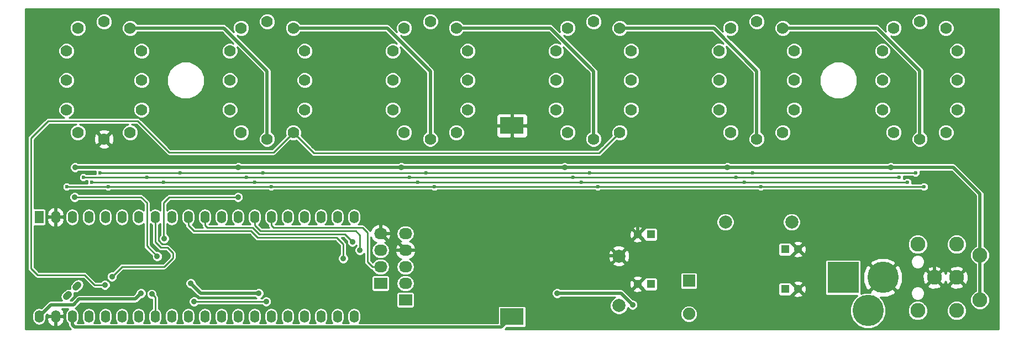
<source format=gbl>
%FSLAX46Y46*%
G04 Gerber Fmt 4.6, Leading zero omitted, Abs format (unit mm)*
G04 Created by KiCad (PCBNEW (2014-10-27 BZR 5228)-product) date 7/19/2015 11:06:37 AM*
%MOMM*%
G01*
G04 APERTURE LIST*
%ADD10C,0.100000*%
%ADD11R,3.599180X2.598420*%
%ADD12R,1.300000X1.300000*%
%ADD13C,1.300000*%
%ADD14C,4.800600*%
%ADD15R,4.800600X4.800600*%
%ADD16C,2.286000*%
%ADD17R,1.905000X1.905000*%
%ADD18C,1.905000*%
%ADD19C,1.998980*%
%ADD20R,1.400000X1.900000*%
%ADD21O,1.400000X1.900000*%
%ADD22C,1.000760*%
%ADD23R,2.032000X1.727200*%
%ADD24O,2.032000X1.727200*%
%ADD25C,2.000000*%
%ADD26C,1.778000*%
%ADD27C,0.889000*%
%ADD28C,0.600000*%
%ADD29C,0.508000*%
%ADD30C,0.254000*%
G04 APERTURE END LIST*
D10*
D11*
X74993500Y-47668180D03*
X74993500Y-18371820D03*
D12*
X116840000Y-37338000D03*
D13*
X118840000Y-37338000D03*
D12*
X116840000Y-43434000D03*
D13*
X118840000Y-43434000D03*
D12*
X96266000Y-42672000D03*
D13*
X94266000Y-42672000D03*
D12*
X96266000Y-35052000D03*
D13*
X94266000Y-35052000D03*
D14*
X131826000Y-41656000D03*
D15*
X125730000Y-41656000D03*
D14*
X129540000Y-46736000D03*
D16*
X137160000Y-46736000D03*
X137160000Y-36576000D03*
X143129000Y-46736000D03*
X143129000Y-36576000D03*
X146685000Y-45085000D03*
X146685000Y-38227000D03*
X143129000Y-41656000D03*
X139700000Y-41656000D03*
D17*
X102108000Y-42164000D03*
D18*
X102108000Y-47244000D03*
D19*
X117856000Y-33147000D03*
X107696000Y-33147000D03*
D20*
X2540000Y-32385000D03*
D21*
X5080000Y-32385000D03*
X7620000Y-32385000D03*
X10160000Y-32385000D03*
X12700000Y-32385000D03*
X15240000Y-32385000D03*
X17780000Y-32385000D03*
X20320000Y-32385000D03*
X22860000Y-32385000D03*
X25400000Y-32385000D03*
X27940000Y-32385000D03*
X30480000Y-32385000D03*
X33020000Y-32385000D03*
X35560000Y-32385000D03*
X38100000Y-32385000D03*
X40640000Y-32385000D03*
X43180000Y-32385000D03*
X45720000Y-32385000D03*
X48260000Y-32385000D03*
X50800000Y-32385000D03*
X50800000Y-47625000D03*
X48260000Y-47625000D03*
X45720000Y-47625000D03*
X43180000Y-47625000D03*
X40640000Y-47625000D03*
X38100000Y-47625000D03*
X35560000Y-47625000D03*
X33020000Y-47625000D03*
X30480000Y-47625000D03*
X27940000Y-47625000D03*
X25400000Y-47625000D03*
X22860000Y-47625000D03*
X20320000Y-47625000D03*
X17780000Y-47625000D03*
X15240000Y-47625000D03*
X12700000Y-47625000D03*
X10160000Y-47625000D03*
X7620000Y-47625000D03*
X5080000Y-47625000D03*
X2540000Y-47625000D03*
D22*
X6701320Y-44606680D02*
X7055142Y-44252858D01*
X8184858Y-43123142D02*
X8538680Y-42769320D01*
D23*
X58674000Y-45085000D03*
D24*
X58674000Y-42545000D03*
X58674000Y-40005000D03*
X58674000Y-37465000D03*
X58674000Y-34925000D03*
D25*
X91376500Y-45963840D03*
X91376500Y-38364160D03*
D23*
X54864000Y-42545000D03*
D24*
X54864000Y-40005000D03*
X54864000Y-37465000D03*
X54864000Y-34925000D03*
D26*
X8498840Y-19428460D03*
X6748780Y-15928340D03*
X6748780Y-11430000D03*
X6748780Y-6931660D03*
X8498840Y-3431540D03*
X12496800Y-2430780D03*
X16494760Y-3431540D03*
X18244820Y-6931660D03*
X18244820Y-11430000D03*
X18244820Y-15928340D03*
X16494760Y-19428460D03*
X12496800Y-20429220D03*
X33500060Y-19428460D03*
X31750000Y-15928340D03*
X31750000Y-11430000D03*
X31750000Y-6931660D03*
X33500060Y-3431540D03*
X37498020Y-2430780D03*
X41495980Y-3431540D03*
X43246040Y-6931660D03*
X43246040Y-11430000D03*
X43246040Y-15928340D03*
X41495980Y-19428460D03*
X37498020Y-20429220D03*
X58486040Y-19428460D03*
X56735980Y-15928340D03*
X56735980Y-11430000D03*
X56735980Y-6931660D03*
X58486040Y-3431540D03*
X62484000Y-2430780D03*
X66481960Y-3431540D03*
X68232020Y-6931660D03*
X68232020Y-11430000D03*
X68232020Y-15928340D03*
X66481960Y-19428460D03*
X62484000Y-20429220D03*
X83505040Y-19428460D03*
X81754980Y-15928340D03*
X81754980Y-11430000D03*
X81754980Y-6931660D03*
X83505040Y-3431540D03*
X87503000Y-2430780D03*
X91500960Y-3431540D03*
X93251020Y-6931660D03*
X93251020Y-11430000D03*
X93251020Y-15928340D03*
X91500960Y-19428460D03*
X87503000Y-20429220D03*
X108498640Y-19428460D03*
X106748580Y-15928340D03*
X106748580Y-11430000D03*
X106748580Y-6931660D03*
X108498640Y-3431540D03*
X112496600Y-2430780D03*
X116494560Y-3431540D03*
X118244620Y-6931660D03*
X118244620Y-11430000D03*
X118244620Y-15928340D03*
X116494560Y-19428460D03*
X112496600Y-20429220D03*
X133492240Y-19428460D03*
X131742180Y-15928340D03*
X131742180Y-11430000D03*
X131742180Y-6931660D03*
X133492240Y-3431540D03*
X137490200Y-2430780D03*
X141488160Y-3431540D03*
X143238220Y-6931660D03*
X143238220Y-11430000D03*
X143238220Y-15928340D03*
X141488160Y-19428460D03*
X137490200Y-20429220D03*
D27*
X19558000Y-23215600D03*
X27432000Y-40259000D03*
X24765000Y-39116000D03*
X32385000Y-35687000D03*
X18034000Y-35179000D03*
X12636500Y-40259000D03*
X87122000Y-38608000D03*
X140665200Y-26822400D03*
X118999000Y-28956000D03*
X93675200Y-28737560D03*
X68707000Y-28829000D03*
X72517000Y-37465000D03*
X43180000Y-28702000D03*
X133032500Y-24765000D03*
X108013500Y-24765000D03*
X83058000Y-24765000D03*
X58039000Y-24765000D03*
X33083500Y-24765000D03*
X8064500Y-24765000D03*
X18161000Y-44069000D03*
X25781000Y-42545000D03*
X36195000Y-44069000D03*
X93472000Y-45847000D03*
X81915000Y-44069000D03*
X49149000Y-38735000D03*
X50546000Y-36195000D03*
X37338000Y-45339000D03*
X26289000Y-45339000D03*
X8001000Y-29337000D03*
X20637500Y-38417500D03*
D28*
X134315200Y-26314400D03*
X9321800Y-26314400D03*
X109321600Y-26314400D03*
X84328000Y-26314400D03*
X59309000Y-26314400D03*
X34323020Y-26314400D03*
X19050000Y-26314400D03*
X135585200Y-27025600D03*
X10591800Y-27025600D03*
X110591600Y-27025600D03*
X85598000Y-27025600D03*
X60579000Y-27025600D03*
X35593020Y-27025600D03*
X21590000Y-27025600D03*
X11861800Y-25603200D03*
X136855200Y-25603200D03*
X111861600Y-25603200D03*
X86868000Y-25603200D03*
X61849000Y-25603200D03*
X36863020Y-25603200D03*
X24130000Y-25603200D03*
X13131800Y-27736800D03*
X138125200Y-27736800D03*
X113131600Y-27736800D03*
X38133020Y-27736800D03*
X88138000Y-27736800D03*
X63119000Y-27736800D03*
X6807200Y-27736800D03*
D27*
X33020000Y-29337000D03*
X21717000Y-35687000D03*
X19812000Y-44196000D03*
X51689000Y-37465000D03*
X13716000Y-41529000D03*
X12636500Y-42799000D03*
D29*
X19558000Y-23215600D02*
X19558000Y-22479000D01*
X19558000Y-22479000D02*
X18542000Y-21463000D01*
X24765000Y-39116000D02*
X27432000Y-40259000D01*
X56134000Y-36195000D02*
X57404000Y-36195000D01*
X57404000Y-36195000D02*
X58674000Y-37465000D01*
X54864000Y-34925000D02*
X56134000Y-36195000D01*
X91239340Y-38227000D02*
X87122000Y-38608000D01*
X91376500Y-38364160D02*
X91239340Y-38227000D01*
X140665200Y-36118800D02*
X139700000Y-37084000D01*
X139700000Y-37084000D02*
X139700000Y-41656000D01*
X140665200Y-26822400D02*
X140665200Y-36118800D01*
X118999000Y-28956000D02*
X120015000Y-29972000D01*
X120015000Y-29972000D02*
X120015000Y-36163000D01*
X120015000Y-36163000D02*
X118840000Y-37338000D01*
X93675200Y-28737560D02*
X94266000Y-29328360D01*
X94266000Y-29328360D02*
X94266000Y-35052000D01*
X68707000Y-28829000D02*
X72517000Y-32639000D01*
X72517000Y-32639000D02*
X72517000Y-37465000D01*
X51308000Y-28702000D02*
X54864000Y-32258000D01*
X54864000Y-32258000D02*
X54864000Y-34925000D01*
X43180000Y-28702000D02*
X51308000Y-28702000D01*
X18542000Y-21463000D02*
X13530580Y-21463000D01*
X13530580Y-21463000D02*
X12496800Y-20429220D01*
X146685000Y-45085000D02*
X146685000Y-38227000D01*
X133032500Y-24765000D02*
X108013500Y-24765000D01*
X108013500Y-24765000D02*
X83058000Y-24765000D01*
X83058000Y-24765000D02*
X58039000Y-24765000D01*
X58039000Y-24765000D02*
X33083500Y-24765000D01*
X33083500Y-24765000D02*
X8064500Y-24765000D01*
X142621000Y-24765000D02*
X133032500Y-24765000D01*
X146685000Y-28829000D02*
X142621000Y-24765000D01*
X146685000Y-38227000D02*
X146685000Y-28829000D01*
X17272000Y-44958000D02*
X8699500Y-44958000D01*
X8699500Y-44958000D02*
X7810500Y-45847000D01*
X17272000Y-44958000D02*
X18161000Y-44069000D01*
X4318000Y-45847000D02*
X7810500Y-45847000D01*
X2540000Y-47625000D02*
X4318000Y-45847000D01*
X27305000Y-44069000D02*
X25781000Y-42545000D01*
X36195000Y-44069000D02*
X27305000Y-44069000D01*
X91694000Y-44069000D02*
X93472000Y-45847000D01*
X81915000Y-44069000D02*
X91694000Y-44069000D01*
D30*
X25400000Y-33655000D02*
X26289002Y-34544002D01*
X26289002Y-34544002D02*
X35012154Y-34544002D01*
X35012154Y-34544002D02*
X36028158Y-35560006D01*
X36028158Y-35560006D02*
X48133006Y-35560006D01*
X48133006Y-35560006D02*
X49149000Y-36576000D01*
X49149000Y-36576000D02*
X49149000Y-38735000D01*
X25400000Y-32385000D02*
X25400000Y-33655000D01*
X49403004Y-35052004D02*
X50546000Y-36195000D01*
X36238580Y-35052004D02*
X49403004Y-35052004D01*
X35222576Y-34036000D02*
X36238580Y-35052004D01*
X28321000Y-34036000D02*
X35222576Y-34036000D01*
X27940000Y-33655000D02*
X27940000Y-32385000D01*
X27940000Y-33655000D02*
X28321000Y-34036000D01*
X37338000Y-45339000D02*
X26289000Y-45339000D01*
D29*
X73385680Y-49276000D02*
X8001000Y-49276000D01*
X8001000Y-49276000D02*
X7620000Y-48895000D01*
X7620000Y-48895000D02*
X7620000Y-47625000D01*
X74993500Y-47668180D02*
X73385680Y-49276000D01*
X30863540Y-3431540D02*
X37498020Y-10066020D01*
X37498020Y-10066020D02*
X37498020Y-20429220D01*
X16494760Y-3431540D02*
X30863540Y-3431540D01*
X55882540Y-3431540D02*
X62484000Y-10033000D01*
X62484000Y-10033000D02*
X62484000Y-20429220D01*
X41495980Y-3431540D02*
X55882540Y-3431540D01*
X80901540Y-3431540D02*
X66481960Y-3431540D01*
X80901540Y-3431540D02*
X87503000Y-10033000D01*
X87503000Y-20429220D02*
X87503000Y-10033000D01*
X112496600Y-10007600D02*
X105920540Y-3431540D01*
X105920540Y-3431540D02*
X91500960Y-3431540D01*
X112496600Y-20429220D02*
X112496600Y-10007600D01*
X116494560Y-3431540D02*
X130939540Y-3431540D01*
X130939540Y-3431540D02*
X137490200Y-9982200D01*
X137490200Y-9982200D02*
X137490200Y-20429220D01*
D30*
X19050000Y-36830000D02*
X19050000Y-30226000D01*
X18161000Y-29337000D02*
X8001000Y-29337000D01*
X19050000Y-30226000D02*
X18161000Y-29337000D01*
X20637500Y-38417500D02*
X19050000Y-36830000D01*
X109321600Y-26314400D02*
X134315200Y-26314400D01*
X84328000Y-26314400D02*
X109321600Y-26314400D01*
X59309000Y-26314400D02*
X84328000Y-26314400D01*
X34323020Y-26314400D02*
X59309000Y-26314400D01*
X19050000Y-26314400D02*
X34323020Y-26314400D01*
X9321800Y-26314400D02*
X19050000Y-26314400D01*
X110591600Y-27025600D02*
X135585200Y-27025600D01*
X85598000Y-27025600D02*
X110591600Y-27025600D01*
X60579000Y-27025600D02*
X85598000Y-27025600D01*
X35593020Y-27025600D02*
X60579000Y-27025600D01*
X21590000Y-27025600D02*
X35593020Y-27025600D01*
X10591800Y-27025600D02*
X21590000Y-27025600D01*
X111861600Y-25603200D02*
X136855200Y-25603200D01*
X86868000Y-25603200D02*
X111861600Y-25603200D01*
X61849000Y-25603200D02*
X86868000Y-25603200D01*
X36863020Y-25603200D02*
X61849000Y-25603200D01*
X24130000Y-25603200D02*
X36863020Y-25603200D01*
X11861800Y-25603200D02*
X24130000Y-25603200D01*
X113131600Y-27736800D02*
X138125200Y-27736800D01*
X88138000Y-27736800D02*
X113131600Y-27736800D01*
X63119000Y-27736800D02*
X88138000Y-27736800D01*
X38133020Y-27736800D02*
X63119000Y-27736800D01*
X13131800Y-27736800D02*
X38133020Y-27736800D01*
X6807200Y-27736800D02*
X13131800Y-27736800D01*
X21717000Y-35687000D02*
X21590000Y-35560000D01*
X22479000Y-29337000D02*
X33020000Y-29337000D01*
X21590000Y-30226000D02*
X22479000Y-29337000D01*
X21590000Y-35560000D02*
X21590000Y-30226000D01*
X20320000Y-44704000D02*
X20320000Y-47625000D01*
X20320000Y-44704000D02*
X19812000Y-44196000D01*
X38100000Y-33655000D02*
X38481000Y-34036000D01*
X38481000Y-34036000D02*
X52070000Y-34036000D01*
X52070000Y-34036000D02*
X52832000Y-34798000D01*
X52832000Y-34798000D02*
X52832000Y-39243000D01*
X52832000Y-39243000D02*
X53594000Y-40005000D01*
X53594000Y-40005000D02*
X54864000Y-40005000D01*
X38100000Y-32385000D02*
X38100000Y-33655000D01*
X35560000Y-33655000D02*
X36449002Y-34544002D01*
X36449002Y-34544002D02*
X51054002Y-34544002D01*
X51054002Y-34544002D02*
X51689000Y-35179000D01*
X51689000Y-35179000D02*
X51689000Y-37465000D01*
X35560000Y-32385000D02*
X35560000Y-33655000D01*
X22193250Y-37052250D02*
X21177250Y-37052250D01*
X21177250Y-37052250D02*
X20320000Y-36195000D01*
X23050500Y-38671500D02*
X23050500Y-37909500D01*
X23050500Y-37909500D02*
X22193250Y-37052250D01*
X20320000Y-32385000D02*
X20320000Y-36195000D01*
X23050500Y-38671500D02*
X21717000Y-40005000D01*
X21717000Y-40005000D02*
X15240000Y-40005000D01*
X15240000Y-40005000D02*
X13716000Y-41529000D01*
X1365250Y-40354250D02*
X1270000Y-40259000D01*
X41495980Y-19428460D02*
X38463220Y-22461220D01*
X22461220Y-22461220D02*
X17653000Y-17653000D01*
X17653000Y-17653000D02*
X3937000Y-17653000D01*
X12636500Y-42799000D02*
X11049000Y-42799000D01*
X11049000Y-42799000D02*
X9525000Y-41275000D01*
X9525000Y-41275000D02*
X2286000Y-41275000D01*
X2286000Y-41275000D02*
X1365250Y-40354250D01*
X38463220Y-22461220D02*
X22461220Y-22461220D01*
X1365250Y-20224750D02*
X3937000Y-17653000D01*
X1270000Y-20320000D02*
X1365250Y-20224750D01*
X1270000Y-40259000D02*
X1270000Y-20320000D01*
X44673520Y-22606000D02*
X88323420Y-22606000D01*
X88323420Y-22606000D02*
X91500960Y-19428460D01*
X41495980Y-19428460D02*
X44673520Y-22606000D01*
G36*
X149569000Y-49569000D02*
X148209264Y-49569000D01*
X148209264Y-44783188D01*
X147977738Y-44222851D01*
X147549404Y-43793769D01*
X147320000Y-43698512D01*
X147320000Y-39613593D01*
X147547149Y-39519738D01*
X147976231Y-39091404D01*
X148208735Y-38531472D01*
X148209264Y-37925188D01*
X147977738Y-37364851D01*
X147549404Y-36935769D01*
X147320000Y-36840512D01*
X147320000Y-28829000D01*
X147271664Y-28585996D01*
X147134013Y-28379987D01*
X144508440Y-25754414D01*
X144508440Y-15676830D01*
X144508440Y-11178490D01*
X144508440Y-6680150D01*
X144315502Y-6213202D01*
X143958557Y-5855634D01*
X143491947Y-5661881D01*
X142986710Y-5661440D01*
X142758380Y-5755783D01*
X142758380Y-3180030D01*
X142565442Y-2713082D01*
X142208497Y-2355514D01*
X141741887Y-2161761D01*
X141236650Y-2161320D01*
X140769702Y-2354258D01*
X140412134Y-2711203D01*
X140218381Y-3177813D01*
X140217940Y-3683050D01*
X140410878Y-4149998D01*
X140767823Y-4507566D01*
X141234433Y-4701319D01*
X141739670Y-4701760D01*
X142206618Y-4508822D01*
X142564186Y-4151877D01*
X142757939Y-3685267D01*
X142758380Y-3180030D01*
X142758380Y-5755783D01*
X142519762Y-5854378D01*
X142162194Y-6211323D01*
X141968441Y-6677933D01*
X141968000Y-7183170D01*
X142160938Y-7650118D01*
X142517883Y-8007686D01*
X142984493Y-8201439D01*
X143489730Y-8201880D01*
X143956678Y-8008942D01*
X144314246Y-7651997D01*
X144507999Y-7185387D01*
X144508440Y-6680150D01*
X144508440Y-11178490D01*
X144315502Y-10711542D01*
X143958557Y-10353974D01*
X143491947Y-10160221D01*
X142986710Y-10159780D01*
X142519762Y-10352718D01*
X142162194Y-10709663D01*
X141968441Y-11176273D01*
X141968000Y-11681510D01*
X142160938Y-12148458D01*
X142517883Y-12506026D01*
X142984493Y-12699779D01*
X143489730Y-12700220D01*
X143956678Y-12507282D01*
X144314246Y-12150337D01*
X144507999Y-11683727D01*
X144508440Y-11178490D01*
X144508440Y-15676830D01*
X144315502Y-15209882D01*
X143958557Y-14852314D01*
X143491947Y-14658561D01*
X142986710Y-14658120D01*
X142519762Y-14851058D01*
X142162194Y-15208003D01*
X141968441Y-15674613D01*
X141968000Y-16179850D01*
X142160938Y-16646798D01*
X142517883Y-17004366D01*
X142984493Y-17198119D01*
X143489730Y-17198560D01*
X143956678Y-17005622D01*
X144314246Y-16648677D01*
X144507999Y-16182067D01*
X144508440Y-15676830D01*
X144508440Y-25754414D01*
X143070013Y-24315987D01*
X142864004Y-24178336D01*
X142758380Y-24157326D01*
X142758380Y-19176950D01*
X142565442Y-18710002D01*
X142208497Y-18352434D01*
X141741887Y-18158681D01*
X141236650Y-18158240D01*
X140769702Y-18351178D01*
X140412134Y-18708123D01*
X140218381Y-19174733D01*
X140217940Y-19679970D01*
X140410878Y-20146918D01*
X140767823Y-20504486D01*
X141234433Y-20698239D01*
X141739670Y-20698680D01*
X142206618Y-20505742D01*
X142564186Y-20148797D01*
X142757939Y-19682187D01*
X142758380Y-19176950D01*
X142758380Y-24157326D01*
X142621000Y-24130000D01*
X138760420Y-24130000D01*
X138760420Y-20177710D01*
X138760420Y-2179270D01*
X138567482Y-1712322D01*
X138210537Y-1354754D01*
X137743927Y-1161001D01*
X137238690Y-1160560D01*
X136771742Y-1353498D01*
X136414174Y-1710443D01*
X136220421Y-2177053D01*
X136219980Y-2682290D01*
X136412918Y-3149238D01*
X136769863Y-3506806D01*
X137236473Y-3700559D01*
X137741710Y-3701000D01*
X138208658Y-3508062D01*
X138566226Y-3151117D01*
X138759979Y-2684507D01*
X138760420Y-2179270D01*
X138760420Y-20177710D01*
X138567482Y-19710762D01*
X138210537Y-19353194D01*
X138125200Y-19317759D01*
X138125200Y-9982200D01*
X138076864Y-9739196D01*
X137939213Y-9533187D01*
X133014203Y-4608177D01*
X133238513Y-4701319D01*
X133743750Y-4701760D01*
X134210698Y-4508822D01*
X134568266Y-4151877D01*
X134762019Y-3685267D01*
X134762460Y-3180030D01*
X134569522Y-2713082D01*
X134212577Y-2355514D01*
X133745967Y-2161761D01*
X133240730Y-2161320D01*
X132773782Y-2354258D01*
X132416214Y-2711203D01*
X132222461Y-3177813D01*
X132222020Y-3683050D01*
X132315629Y-3909603D01*
X131388553Y-2982527D01*
X131182544Y-2844876D01*
X130939540Y-2796540D01*
X117606325Y-2796540D01*
X117571842Y-2713082D01*
X117214897Y-2355514D01*
X116748287Y-2161761D01*
X116243050Y-2161320D01*
X115776102Y-2354258D01*
X115418534Y-2711203D01*
X115224781Y-3177813D01*
X115224340Y-3683050D01*
X115417278Y-4149998D01*
X115774223Y-4507566D01*
X116240833Y-4701319D01*
X116746070Y-4701760D01*
X117213018Y-4508822D01*
X117570586Y-4151877D01*
X117606020Y-4066540D01*
X130676514Y-4066540D01*
X136855200Y-10245226D01*
X136855200Y-19317454D01*
X136771742Y-19351938D01*
X136414174Y-19708883D01*
X136220421Y-20175493D01*
X136219980Y-20680730D01*
X136412918Y-21147678D01*
X136769863Y-21505246D01*
X137236473Y-21698999D01*
X137741710Y-21699440D01*
X138208658Y-21506502D01*
X138566226Y-21149557D01*
X138759979Y-20682947D01*
X138760420Y-20177710D01*
X138760420Y-24130000D01*
X134762460Y-24130000D01*
X134762460Y-19176950D01*
X134569522Y-18710002D01*
X134212577Y-18352434D01*
X133745967Y-18158681D01*
X133240730Y-18158240D01*
X133012400Y-18252583D01*
X133012400Y-15676830D01*
X133012400Y-11178490D01*
X133012400Y-6680150D01*
X132819462Y-6213202D01*
X132462517Y-5855634D01*
X131995907Y-5661881D01*
X131490670Y-5661440D01*
X131023722Y-5854378D01*
X130666154Y-6211323D01*
X130472401Y-6677933D01*
X130471960Y-7183170D01*
X130664898Y-7650118D01*
X131021843Y-8007686D01*
X131488453Y-8201439D01*
X131993690Y-8201880D01*
X132460638Y-8008942D01*
X132818206Y-7651997D01*
X133011959Y-7185387D01*
X133012400Y-6680150D01*
X133012400Y-11178490D01*
X132819462Y-10711542D01*
X132462517Y-10353974D01*
X131995907Y-10160221D01*
X131490670Y-10159780D01*
X131023722Y-10352718D01*
X130666154Y-10709663D01*
X130472401Y-11176273D01*
X130471960Y-11681510D01*
X130664898Y-12148458D01*
X131021843Y-12506026D01*
X131488453Y-12699779D01*
X131993690Y-12700220D01*
X132460638Y-12507282D01*
X132818206Y-12150337D01*
X133011959Y-11683727D01*
X133012400Y-11178490D01*
X133012400Y-15676830D01*
X132819462Y-15209882D01*
X132462517Y-14852314D01*
X131995907Y-14658561D01*
X131490670Y-14658120D01*
X131023722Y-14851058D01*
X130666154Y-15208003D01*
X130472401Y-15674613D01*
X130471960Y-16179850D01*
X130664898Y-16646798D01*
X131021843Y-17004366D01*
X131488453Y-17198119D01*
X131993690Y-17198560D01*
X132460638Y-17005622D01*
X132818206Y-16648677D01*
X133011959Y-16182067D01*
X133012400Y-15676830D01*
X133012400Y-18252583D01*
X132773782Y-18351178D01*
X132416214Y-18708123D01*
X132222461Y-19174733D01*
X132222020Y-19679970D01*
X132414958Y-20146918D01*
X132771903Y-20504486D01*
X133238513Y-20698239D01*
X133743750Y-20698680D01*
X134210698Y-20505742D01*
X134568266Y-20148797D01*
X134762019Y-19682187D01*
X134762460Y-19176950D01*
X134762460Y-24130000D01*
X133565023Y-24130000D01*
X133500719Y-24065583D01*
X133197423Y-23939643D01*
X132869018Y-23939357D01*
X132565502Y-24064767D01*
X132500155Y-24130000D01*
X127874899Y-24130000D01*
X127874899Y-10859448D01*
X127437217Y-9800177D01*
X126627486Y-8989031D01*
X125568980Y-8549501D01*
X124422848Y-8548501D01*
X123363577Y-8986183D01*
X122552431Y-9795914D01*
X122112901Y-10854420D01*
X122111901Y-12000552D01*
X122549583Y-13059823D01*
X123359314Y-13870969D01*
X124417820Y-14310499D01*
X125563952Y-14311499D01*
X126623223Y-13873817D01*
X127434369Y-13064086D01*
X127873899Y-12005580D01*
X127874899Y-10859448D01*
X127874899Y-24130000D01*
X119514840Y-24130000D01*
X119514840Y-15676830D01*
X119514840Y-11178490D01*
X119514840Y-6680150D01*
X119321902Y-6213202D01*
X118964957Y-5855634D01*
X118498347Y-5661881D01*
X117993110Y-5661440D01*
X117526162Y-5854378D01*
X117168594Y-6211323D01*
X116974841Y-6677933D01*
X116974400Y-7183170D01*
X117167338Y-7650118D01*
X117524283Y-8007686D01*
X117990893Y-8201439D01*
X118496130Y-8201880D01*
X118963078Y-8008942D01*
X119320646Y-7651997D01*
X119514399Y-7185387D01*
X119514840Y-6680150D01*
X119514840Y-11178490D01*
X119321902Y-10711542D01*
X118964957Y-10353974D01*
X118498347Y-10160221D01*
X117993110Y-10159780D01*
X117526162Y-10352718D01*
X117168594Y-10709663D01*
X116974841Y-11176273D01*
X116974400Y-11681510D01*
X117167338Y-12148458D01*
X117524283Y-12506026D01*
X117990893Y-12699779D01*
X118496130Y-12700220D01*
X118963078Y-12507282D01*
X119320646Y-12150337D01*
X119514399Y-11683727D01*
X119514840Y-11178490D01*
X119514840Y-15676830D01*
X119321902Y-15209882D01*
X118964957Y-14852314D01*
X118498347Y-14658561D01*
X117993110Y-14658120D01*
X117526162Y-14851058D01*
X117168594Y-15208003D01*
X116974841Y-15674613D01*
X116974400Y-16179850D01*
X117167338Y-16646798D01*
X117524283Y-17004366D01*
X117990893Y-17198119D01*
X118496130Y-17198560D01*
X118963078Y-17005622D01*
X119320646Y-16648677D01*
X119514399Y-16182067D01*
X119514840Y-15676830D01*
X119514840Y-24130000D01*
X117764780Y-24130000D01*
X117764780Y-19176950D01*
X117571842Y-18710002D01*
X117214897Y-18352434D01*
X116748287Y-18158681D01*
X116243050Y-18158240D01*
X115776102Y-18351178D01*
X115418534Y-18708123D01*
X115224781Y-19174733D01*
X115224340Y-19679970D01*
X115417278Y-20146918D01*
X115774223Y-20504486D01*
X116240833Y-20698239D01*
X116746070Y-20698680D01*
X117213018Y-20505742D01*
X117570586Y-20148797D01*
X117764339Y-19682187D01*
X117764780Y-19176950D01*
X117764780Y-24130000D01*
X113766820Y-24130000D01*
X113766820Y-20177710D01*
X113766820Y-2179270D01*
X113573882Y-1712322D01*
X113216937Y-1354754D01*
X112750327Y-1161001D01*
X112245090Y-1160560D01*
X111778142Y-1353498D01*
X111420574Y-1710443D01*
X111226821Y-2177053D01*
X111226380Y-2682290D01*
X111419318Y-3149238D01*
X111776263Y-3506806D01*
X112242873Y-3700559D01*
X112748110Y-3701000D01*
X113215058Y-3508062D01*
X113572626Y-3151117D01*
X113766379Y-2684507D01*
X113766820Y-2179270D01*
X113766820Y-20177710D01*
X113573882Y-19710762D01*
X113216937Y-19353194D01*
X113131600Y-19317759D01*
X113131600Y-10007600D01*
X113083264Y-9764596D01*
X112945613Y-9558587D01*
X107977167Y-4590141D01*
X108244913Y-4701319D01*
X108750150Y-4701760D01*
X109217098Y-4508822D01*
X109574666Y-4151877D01*
X109768419Y-3685267D01*
X109768860Y-3180030D01*
X109575922Y-2713082D01*
X109218977Y-2355514D01*
X108752367Y-2161761D01*
X108247130Y-2161320D01*
X107780182Y-2354258D01*
X107422614Y-2711203D01*
X107228861Y-3177813D01*
X107228420Y-3683050D01*
X107339914Y-3952888D01*
X106369553Y-2982527D01*
X106163544Y-2844876D01*
X105920540Y-2796540D01*
X92612725Y-2796540D01*
X92578242Y-2713082D01*
X92221297Y-2355514D01*
X91754687Y-2161761D01*
X91249450Y-2161320D01*
X90782502Y-2354258D01*
X90424934Y-2711203D01*
X90231181Y-3177813D01*
X90230740Y-3683050D01*
X90423678Y-4149998D01*
X90780623Y-4507566D01*
X91247233Y-4701319D01*
X91752470Y-4701760D01*
X92219418Y-4508822D01*
X92576986Y-4151877D01*
X92612420Y-4066540D01*
X105657514Y-4066540D01*
X107430766Y-5839792D01*
X107002307Y-5661881D01*
X106497070Y-5661440D01*
X106030122Y-5854378D01*
X105672554Y-6211323D01*
X105478801Y-6677933D01*
X105478360Y-7183170D01*
X105671298Y-7650118D01*
X106028243Y-8007686D01*
X106494853Y-8201439D01*
X107000090Y-8201880D01*
X107467038Y-8008942D01*
X107824606Y-7651997D01*
X108018359Y-7185387D01*
X108018800Y-6680150D01*
X107841131Y-6250157D01*
X111861600Y-10270626D01*
X111861600Y-19317454D01*
X111778142Y-19351938D01*
X111420574Y-19708883D01*
X111226821Y-20175493D01*
X111226380Y-20680730D01*
X111419318Y-21147678D01*
X111776263Y-21505246D01*
X112242873Y-21698999D01*
X112748110Y-21699440D01*
X113215058Y-21506502D01*
X113572626Y-21149557D01*
X113766379Y-20682947D01*
X113766820Y-20177710D01*
X113766820Y-24130000D01*
X109768860Y-24130000D01*
X109768860Y-19176950D01*
X109575922Y-18710002D01*
X109218977Y-18352434D01*
X108752367Y-18158681D01*
X108247130Y-18158240D01*
X108018800Y-18252583D01*
X108018800Y-15676830D01*
X108018800Y-11178490D01*
X107825862Y-10711542D01*
X107468917Y-10353974D01*
X107002307Y-10160221D01*
X106497070Y-10159780D01*
X106030122Y-10352718D01*
X105672554Y-10709663D01*
X105478801Y-11176273D01*
X105478360Y-11681510D01*
X105671298Y-12148458D01*
X106028243Y-12506026D01*
X106494853Y-12699779D01*
X107000090Y-12700220D01*
X107467038Y-12507282D01*
X107824606Y-12150337D01*
X108018359Y-11683727D01*
X108018800Y-11178490D01*
X108018800Y-15676830D01*
X107825862Y-15209882D01*
X107468917Y-14852314D01*
X107002307Y-14658561D01*
X106497070Y-14658120D01*
X106030122Y-14851058D01*
X105672554Y-15208003D01*
X105478801Y-15674613D01*
X105478360Y-16179850D01*
X105671298Y-16646798D01*
X106028243Y-17004366D01*
X106494853Y-17198119D01*
X107000090Y-17198560D01*
X107467038Y-17005622D01*
X107824606Y-16648677D01*
X108018359Y-16182067D01*
X108018800Y-15676830D01*
X108018800Y-18252583D01*
X107780182Y-18351178D01*
X107422614Y-18708123D01*
X107228861Y-19174733D01*
X107228420Y-19679970D01*
X107421358Y-20146918D01*
X107778303Y-20504486D01*
X108244913Y-20698239D01*
X108750150Y-20698680D01*
X109217098Y-20505742D01*
X109574666Y-20148797D01*
X109768419Y-19682187D01*
X109768860Y-19176950D01*
X109768860Y-24130000D01*
X108546023Y-24130000D01*
X108481719Y-24065583D01*
X108178423Y-23939643D01*
X107850018Y-23939357D01*
X107546502Y-24064767D01*
X107481155Y-24130000D01*
X94521240Y-24130000D01*
X94521240Y-15676830D01*
X94521240Y-11178490D01*
X94521240Y-6680150D01*
X94328302Y-6213202D01*
X93971357Y-5855634D01*
X93504747Y-5661881D01*
X92999510Y-5661440D01*
X92532562Y-5854378D01*
X92174994Y-6211323D01*
X91981241Y-6677933D01*
X91980800Y-7183170D01*
X92173738Y-7650118D01*
X92530683Y-8007686D01*
X92997293Y-8201439D01*
X93502530Y-8201880D01*
X93969478Y-8008942D01*
X94327046Y-7651997D01*
X94520799Y-7185387D01*
X94521240Y-6680150D01*
X94521240Y-11178490D01*
X94328302Y-10711542D01*
X93971357Y-10353974D01*
X93504747Y-10160221D01*
X92999510Y-10159780D01*
X92532562Y-10352718D01*
X92174994Y-10709663D01*
X91981241Y-11176273D01*
X91980800Y-11681510D01*
X92173738Y-12148458D01*
X92530683Y-12506026D01*
X92997293Y-12699779D01*
X93502530Y-12700220D01*
X93969478Y-12507282D01*
X94327046Y-12150337D01*
X94520799Y-11683727D01*
X94521240Y-11178490D01*
X94521240Y-15676830D01*
X94328302Y-15209882D01*
X93971357Y-14852314D01*
X93504747Y-14658561D01*
X92999510Y-14658120D01*
X92532562Y-14851058D01*
X92174994Y-15208003D01*
X91981241Y-15674613D01*
X91980800Y-16179850D01*
X92173738Y-16646798D01*
X92530683Y-17004366D01*
X92997293Y-17198119D01*
X93502530Y-17198560D01*
X93969478Y-17005622D01*
X94327046Y-16648677D01*
X94520799Y-16182067D01*
X94521240Y-15676830D01*
X94521240Y-24130000D01*
X92771180Y-24130000D01*
X92771180Y-19176950D01*
X92578242Y-18710002D01*
X92221297Y-18352434D01*
X91754687Y-18158681D01*
X91249450Y-18158240D01*
X90782502Y-18351178D01*
X90424934Y-18708123D01*
X90231181Y-19174733D01*
X90230740Y-19679970D01*
X90318539Y-19892460D01*
X88773220Y-21437779D01*
X88773220Y-20177710D01*
X88773220Y-2179270D01*
X88580282Y-1712322D01*
X88223337Y-1354754D01*
X87756727Y-1161001D01*
X87251490Y-1160560D01*
X86784542Y-1353498D01*
X86426974Y-1710443D01*
X86233221Y-2177053D01*
X86232780Y-2682290D01*
X86425718Y-3149238D01*
X86782663Y-3506806D01*
X87249273Y-3700559D01*
X87754510Y-3701000D01*
X88221458Y-3508062D01*
X88579026Y-3151117D01*
X88772779Y-2684507D01*
X88773220Y-2179270D01*
X88773220Y-20177710D01*
X88580282Y-19710762D01*
X88223337Y-19353194D01*
X88138000Y-19317759D01*
X88138000Y-10033000D01*
X88089664Y-9789996D01*
X88089664Y-9789995D01*
X87952013Y-9583987D01*
X82940131Y-4572105D01*
X83251313Y-4701319D01*
X83756550Y-4701760D01*
X84223498Y-4508822D01*
X84581066Y-4151877D01*
X84774819Y-3685267D01*
X84775260Y-3180030D01*
X84582322Y-2713082D01*
X84225377Y-2355514D01*
X83758767Y-2161761D01*
X83253530Y-2161320D01*
X82786582Y-2354258D01*
X82429014Y-2711203D01*
X82235261Y-3177813D01*
X82234820Y-3683050D01*
X82364199Y-3996173D01*
X81350553Y-2982527D01*
X81144544Y-2844876D01*
X80901540Y-2796540D01*
X67593725Y-2796540D01*
X67559242Y-2713082D01*
X67202297Y-2355514D01*
X66735687Y-2161761D01*
X66230450Y-2161320D01*
X65763502Y-2354258D01*
X65405934Y-2711203D01*
X65212181Y-3177813D01*
X65211740Y-3683050D01*
X65404678Y-4149998D01*
X65761623Y-4507566D01*
X66228233Y-4701319D01*
X66733470Y-4701760D01*
X67200418Y-4508822D01*
X67557986Y-4151877D01*
X67593420Y-4066540D01*
X80638513Y-4066540D01*
X82393730Y-5821756D01*
X82008707Y-5661881D01*
X81503470Y-5661440D01*
X81036522Y-5854378D01*
X80678954Y-6211323D01*
X80485201Y-6677933D01*
X80484760Y-7183170D01*
X80677698Y-7650118D01*
X81034643Y-8007686D01*
X81501253Y-8201439D01*
X82006490Y-8201880D01*
X82473438Y-8008942D01*
X82831006Y-7651997D01*
X83024759Y-7185387D01*
X83025200Y-6680150D01*
X82865416Y-6293442D01*
X86868000Y-10296026D01*
X86868000Y-19317454D01*
X86784542Y-19351938D01*
X86426974Y-19708883D01*
X86233221Y-20175493D01*
X86232780Y-20680730D01*
X86425718Y-21147678D01*
X86782663Y-21505246D01*
X87249273Y-21698999D01*
X87754510Y-21699440D01*
X88221458Y-21506502D01*
X88579026Y-21149557D01*
X88772779Y-20682947D01*
X88773220Y-20177710D01*
X88773220Y-21437779D01*
X88113000Y-22098000D01*
X84775260Y-22098000D01*
X84775260Y-19176950D01*
X84582322Y-18710002D01*
X84225377Y-18352434D01*
X83758767Y-18158681D01*
X83253530Y-18158240D01*
X83025200Y-18252583D01*
X83025200Y-15676830D01*
X83025200Y-11178490D01*
X82832262Y-10711542D01*
X82475317Y-10353974D01*
X82008707Y-10160221D01*
X81503470Y-10159780D01*
X81036522Y-10352718D01*
X80678954Y-10709663D01*
X80485201Y-11176273D01*
X80484760Y-11681510D01*
X80677698Y-12148458D01*
X81034643Y-12506026D01*
X81501253Y-12699779D01*
X82006490Y-12700220D01*
X82473438Y-12507282D01*
X82831006Y-12150337D01*
X83024759Y-11683727D01*
X83025200Y-11178490D01*
X83025200Y-15676830D01*
X82832262Y-15209882D01*
X82475317Y-14852314D01*
X82008707Y-14658561D01*
X81503470Y-14658120D01*
X81036522Y-14851058D01*
X80678954Y-15208003D01*
X80485201Y-15674613D01*
X80484760Y-16179850D01*
X80677698Y-16646798D01*
X81034643Y-17004366D01*
X81501253Y-17198119D01*
X82006490Y-17198560D01*
X82473438Y-17005622D01*
X82831006Y-16648677D01*
X83024759Y-16182067D01*
X83025200Y-15676830D01*
X83025200Y-18252583D01*
X82786582Y-18351178D01*
X82429014Y-18708123D01*
X82235261Y-19174733D01*
X82234820Y-19679970D01*
X82427758Y-20146918D01*
X82784703Y-20504486D01*
X83251313Y-20698239D01*
X83756550Y-20698680D01*
X84223498Y-20505742D01*
X84581066Y-20148797D01*
X84774819Y-19682187D01*
X84775260Y-19176950D01*
X84775260Y-22098000D01*
X77428090Y-22098000D01*
X77428090Y-19797339D01*
X77428090Y-18657570D01*
X77428090Y-18086070D01*
X77428090Y-16946301D01*
X77331417Y-16712912D01*
X77152789Y-16534283D01*
X76919400Y-16437610D01*
X76666781Y-16437610D01*
X75279250Y-16437610D01*
X75120500Y-16596360D01*
X75120500Y-18244820D01*
X77269340Y-18244820D01*
X77428090Y-18086070D01*
X77428090Y-18657570D01*
X77269340Y-18498820D01*
X75120500Y-18498820D01*
X75120500Y-20147280D01*
X75279250Y-20306030D01*
X76666781Y-20306030D01*
X76919400Y-20306030D01*
X77152789Y-20209357D01*
X77331417Y-20030728D01*
X77428090Y-19797339D01*
X77428090Y-22098000D01*
X74866500Y-22098000D01*
X74866500Y-20147280D01*
X74866500Y-18498820D01*
X74866500Y-18244820D01*
X74866500Y-16596360D01*
X74707750Y-16437610D01*
X73320219Y-16437610D01*
X73067600Y-16437610D01*
X72834211Y-16534283D01*
X72655583Y-16712912D01*
X72558910Y-16946301D01*
X72558910Y-18086070D01*
X72717660Y-18244820D01*
X74866500Y-18244820D01*
X74866500Y-18498820D01*
X72717660Y-18498820D01*
X72558910Y-18657570D01*
X72558910Y-19797339D01*
X72655583Y-20030728D01*
X72834211Y-20209357D01*
X73067600Y-20306030D01*
X73320219Y-20306030D01*
X74707750Y-20306030D01*
X74866500Y-20147280D01*
X74866500Y-22098000D01*
X69502240Y-22098000D01*
X69502240Y-15676830D01*
X69502240Y-11178490D01*
X69502240Y-6680150D01*
X69309302Y-6213202D01*
X68952357Y-5855634D01*
X68485747Y-5661881D01*
X67980510Y-5661440D01*
X67513562Y-5854378D01*
X67155994Y-6211323D01*
X66962241Y-6677933D01*
X66961800Y-7183170D01*
X67154738Y-7650118D01*
X67511683Y-8007686D01*
X67978293Y-8201439D01*
X68483530Y-8201880D01*
X68950478Y-8008942D01*
X69308046Y-7651997D01*
X69501799Y-7185387D01*
X69502240Y-6680150D01*
X69502240Y-11178490D01*
X69309302Y-10711542D01*
X68952357Y-10353974D01*
X68485747Y-10160221D01*
X67980510Y-10159780D01*
X67513562Y-10352718D01*
X67155994Y-10709663D01*
X66962241Y-11176273D01*
X66961800Y-11681510D01*
X67154738Y-12148458D01*
X67511683Y-12506026D01*
X67978293Y-12699779D01*
X68483530Y-12700220D01*
X68950478Y-12507282D01*
X69308046Y-12150337D01*
X69501799Y-11683727D01*
X69502240Y-11178490D01*
X69502240Y-15676830D01*
X69309302Y-15209882D01*
X68952357Y-14852314D01*
X68485747Y-14658561D01*
X67980510Y-14658120D01*
X67513562Y-14851058D01*
X67155994Y-15208003D01*
X66962241Y-15674613D01*
X66961800Y-16179850D01*
X67154738Y-16646798D01*
X67511683Y-17004366D01*
X67978293Y-17198119D01*
X68483530Y-17198560D01*
X68950478Y-17005622D01*
X69308046Y-16648677D01*
X69501799Y-16182067D01*
X69502240Y-15676830D01*
X69502240Y-22098000D01*
X67752180Y-22098000D01*
X67752180Y-19176950D01*
X67559242Y-18710002D01*
X67202297Y-18352434D01*
X66735687Y-18158681D01*
X66230450Y-18158240D01*
X65763502Y-18351178D01*
X65405934Y-18708123D01*
X65212181Y-19174733D01*
X65211740Y-19679970D01*
X65404678Y-20146918D01*
X65761623Y-20504486D01*
X66228233Y-20698239D01*
X66733470Y-20698680D01*
X67200418Y-20505742D01*
X67557986Y-20148797D01*
X67751739Y-19682187D01*
X67752180Y-19176950D01*
X67752180Y-22098000D01*
X63754220Y-22098000D01*
X63754220Y-20177710D01*
X63754220Y-2179270D01*
X63561282Y-1712322D01*
X63204337Y-1354754D01*
X62737727Y-1161001D01*
X62232490Y-1160560D01*
X61765542Y-1353498D01*
X61407974Y-1710443D01*
X61214221Y-2177053D01*
X61213780Y-2682290D01*
X61406718Y-3149238D01*
X61763663Y-3506806D01*
X62230273Y-3700559D01*
X62735510Y-3701000D01*
X63202458Y-3508062D01*
X63560026Y-3151117D01*
X63753779Y-2684507D01*
X63754220Y-2179270D01*
X63754220Y-20177710D01*
X63561282Y-19710762D01*
X63204337Y-19353194D01*
X63119000Y-19317759D01*
X63119000Y-10033000D01*
X63070664Y-9789996D01*
X63070664Y-9789995D01*
X62933013Y-9583987D01*
X57921131Y-4572105D01*
X58232313Y-4701319D01*
X58737550Y-4701760D01*
X59204498Y-4508822D01*
X59562066Y-4151877D01*
X59755819Y-3685267D01*
X59756260Y-3180030D01*
X59563322Y-2713082D01*
X59206377Y-2355514D01*
X58739767Y-2161761D01*
X58234530Y-2161320D01*
X57767582Y-2354258D01*
X57410014Y-2711203D01*
X57216261Y-3177813D01*
X57215820Y-3683050D01*
X57345199Y-3996173D01*
X56331553Y-2982527D01*
X56125544Y-2844876D01*
X55882540Y-2796540D01*
X42607745Y-2796540D01*
X42573262Y-2713082D01*
X42216317Y-2355514D01*
X41749707Y-2161761D01*
X41244470Y-2161320D01*
X40777522Y-2354258D01*
X40419954Y-2711203D01*
X40226201Y-3177813D01*
X40225760Y-3683050D01*
X40418698Y-4149998D01*
X40775643Y-4507566D01*
X41242253Y-4701319D01*
X41747490Y-4701760D01*
X42214438Y-4508822D01*
X42572006Y-4151877D01*
X42607440Y-4066540D01*
X55619514Y-4066540D01*
X57374730Y-5821756D01*
X56989707Y-5661881D01*
X56484470Y-5661440D01*
X56017522Y-5854378D01*
X55659954Y-6211323D01*
X55466201Y-6677933D01*
X55465760Y-7183170D01*
X55658698Y-7650118D01*
X56015643Y-8007686D01*
X56482253Y-8201439D01*
X56987490Y-8201880D01*
X57454438Y-8008942D01*
X57812006Y-7651997D01*
X58005759Y-7185387D01*
X58006200Y-6680150D01*
X57846416Y-6293442D01*
X61849000Y-10296026D01*
X61849000Y-19317454D01*
X61765542Y-19351938D01*
X61407974Y-19708883D01*
X61214221Y-20175493D01*
X61213780Y-20680730D01*
X61406718Y-21147678D01*
X61763663Y-21505246D01*
X62230273Y-21698999D01*
X62735510Y-21699440D01*
X63202458Y-21506502D01*
X63560026Y-21149557D01*
X63753779Y-20682947D01*
X63754220Y-20177710D01*
X63754220Y-22098000D01*
X59756260Y-22098000D01*
X59756260Y-19176950D01*
X59563322Y-18710002D01*
X59206377Y-18352434D01*
X58739767Y-18158681D01*
X58234530Y-18158240D01*
X58006200Y-18252583D01*
X58006200Y-15676830D01*
X58006200Y-11178490D01*
X57813262Y-10711542D01*
X57456317Y-10353974D01*
X56989707Y-10160221D01*
X56484470Y-10159780D01*
X56017522Y-10352718D01*
X55659954Y-10709663D01*
X55466201Y-11176273D01*
X55465760Y-11681510D01*
X55658698Y-12148458D01*
X56015643Y-12506026D01*
X56482253Y-12699779D01*
X56987490Y-12700220D01*
X57454438Y-12507282D01*
X57812006Y-12150337D01*
X58005759Y-11683727D01*
X58006200Y-11178490D01*
X58006200Y-15676830D01*
X57813262Y-15209882D01*
X57456317Y-14852314D01*
X56989707Y-14658561D01*
X56484470Y-14658120D01*
X56017522Y-14851058D01*
X55659954Y-15208003D01*
X55466201Y-15674613D01*
X55465760Y-16179850D01*
X55658698Y-16646798D01*
X56015643Y-17004366D01*
X56482253Y-17198119D01*
X56987490Y-17198560D01*
X57454438Y-17005622D01*
X57812006Y-16648677D01*
X58005759Y-16182067D01*
X58006200Y-15676830D01*
X58006200Y-18252583D01*
X57767582Y-18351178D01*
X57410014Y-18708123D01*
X57216261Y-19174733D01*
X57215820Y-19679970D01*
X57408758Y-20146918D01*
X57765703Y-20504486D01*
X58232313Y-20698239D01*
X58737550Y-20698680D01*
X59204498Y-20505742D01*
X59562066Y-20148797D01*
X59755819Y-19682187D01*
X59756260Y-19176950D01*
X59756260Y-22098000D01*
X44883940Y-22098000D01*
X44516260Y-21730320D01*
X44516260Y-15676830D01*
X44516260Y-11178490D01*
X44516260Y-6680150D01*
X44323322Y-6213202D01*
X43966377Y-5855634D01*
X43499767Y-5661881D01*
X42994530Y-5661440D01*
X42527582Y-5854378D01*
X42170014Y-6211323D01*
X41976261Y-6677933D01*
X41975820Y-7183170D01*
X42168758Y-7650118D01*
X42525703Y-8007686D01*
X42992313Y-8201439D01*
X43497550Y-8201880D01*
X43964498Y-8008942D01*
X44322066Y-7651997D01*
X44515819Y-7185387D01*
X44516260Y-6680150D01*
X44516260Y-11178490D01*
X44323322Y-10711542D01*
X43966377Y-10353974D01*
X43499767Y-10160221D01*
X42994530Y-10159780D01*
X42527582Y-10352718D01*
X42170014Y-10709663D01*
X41976261Y-11176273D01*
X41975820Y-11681510D01*
X42168758Y-12148458D01*
X42525703Y-12506026D01*
X42992313Y-12699779D01*
X43497550Y-12700220D01*
X43964498Y-12507282D01*
X44322066Y-12150337D01*
X44515819Y-11683727D01*
X44516260Y-11178490D01*
X44516260Y-15676830D01*
X44323322Y-15209882D01*
X43966377Y-14852314D01*
X43499767Y-14658561D01*
X42994530Y-14658120D01*
X42527582Y-14851058D01*
X42170014Y-15208003D01*
X41976261Y-15674613D01*
X41975820Y-16179850D01*
X42168758Y-16646798D01*
X42525703Y-17004366D01*
X42992313Y-17198119D01*
X43497550Y-17198560D01*
X43964498Y-17005622D01*
X44322066Y-16648677D01*
X44515819Y-16182067D01*
X44516260Y-15676830D01*
X44516260Y-21730320D01*
X42678432Y-19892492D01*
X42765759Y-19682187D01*
X42766200Y-19176950D01*
X42573262Y-18710002D01*
X42216317Y-18352434D01*
X41749707Y-18158681D01*
X41244470Y-18158240D01*
X40777522Y-18351178D01*
X40419954Y-18708123D01*
X40226201Y-19174733D01*
X40225760Y-19679970D01*
X40313559Y-19892460D01*
X38768240Y-21437779D01*
X38768240Y-20177710D01*
X38768240Y-2179270D01*
X38575302Y-1712322D01*
X38218357Y-1354754D01*
X37751747Y-1161001D01*
X37246510Y-1160560D01*
X36779562Y-1353498D01*
X36421994Y-1710443D01*
X36228241Y-2177053D01*
X36227800Y-2682290D01*
X36420738Y-3149238D01*
X36777683Y-3506806D01*
X37244293Y-3700559D01*
X37749530Y-3701000D01*
X38216478Y-3508062D01*
X38574046Y-3151117D01*
X38767799Y-2684507D01*
X38768240Y-2179270D01*
X38768240Y-20177710D01*
X38575302Y-19710762D01*
X38218357Y-19353194D01*
X38133020Y-19317759D01*
X38133020Y-10066025D01*
X38133020Y-10066020D01*
X38133021Y-10066020D01*
X38084684Y-9823016D01*
X37947033Y-9617007D01*
X32878684Y-4548658D01*
X33246333Y-4701319D01*
X33751570Y-4701760D01*
X34218518Y-4508822D01*
X34576086Y-4151877D01*
X34769839Y-3685267D01*
X34770280Y-3180030D01*
X34577342Y-2713082D01*
X34220397Y-2355514D01*
X33753787Y-2161761D01*
X33248550Y-2161320D01*
X32781602Y-2354258D01*
X32424034Y-2711203D01*
X32230281Y-3177813D01*
X32229840Y-3683050D01*
X32382469Y-4052443D01*
X31312553Y-2982527D01*
X31106544Y-2844876D01*
X30863540Y-2796540D01*
X17606525Y-2796540D01*
X17572042Y-2713082D01*
X17215097Y-2355514D01*
X16748487Y-2161761D01*
X16243250Y-2161320D01*
X15776302Y-2354258D01*
X15418734Y-2711203D01*
X15224981Y-3177813D01*
X15224540Y-3683050D01*
X15417478Y-4149998D01*
X15774423Y-4507566D01*
X16241033Y-4701319D01*
X16746270Y-4701760D01*
X17213218Y-4508822D01*
X17570786Y-4151877D01*
X17606220Y-4066540D01*
X30600514Y-4066540D01*
X32332283Y-5798309D01*
X32003727Y-5661881D01*
X31498490Y-5661440D01*
X31031542Y-5854378D01*
X30673974Y-6211323D01*
X30480221Y-6677933D01*
X30479780Y-7183170D01*
X30672718Y-7650118D01*
X31029663Y-8007686D01*
X31496273Y-8201439D01*
X32001510Y-8201880D01*
X32468458Y-8008942D01*
X32826026Y-7651997D01*
X33019779Y-7185387D01*
X33020220Y-6680150D01*
X32883686Y-6349712D01*
X36863020Y-10329046D01*
X36863020Y-19317454D01*
X36779562Y-19351938D01*
X36421994Y-19708883D01*
X36228241Y-20175493D01*
X36227800Y-20680730D01*
X36420738Y-21147678D01*
X36777683Y-21505246D01*
X37244293Y-21698999D01*
X37749530Y-21699440D01*
X38216478Y-21506502D01*
X38574046Y-21149557D01*
X38767799Y-20682947D01*
X38768240Y-20177710D01*
X38768240Y-21437779D01*
X38252800Y-21953220D01*
X34770280Y-21953220D01*
X34770280Y-19176950D01*
X34577342Y-18710002D01*
X34220397Y-18352434D01*
X33753787Y-18158681D01*
X33248550Y-18158240D01*
X33020220Y-18252583D01*
X33020220Y-15676830D01*
X33020220Y-11178490D01*
X32827282Y-10711542D01*
X32470337Y-10353974D01*
X32003727Y-10160221D01*
X31498490Y-10159780D01*
X31031542Y-10352718D01*
X30673974Y-10709663D01*
X30480221Y-11176273D01*
X30479780Y-11681510D01*
X30672718Y-12148458D01*
X31029663Y-12506026D01*
X31496273Y-12699779D01*
X32001510Y-12700220D01*
X32468458Y-12507282D01*
X32826026Y-12150337D01*
X33019779Y-11683727D01*
X33020220Y-11178490D01*
X33020220Y-15676830D01*
X32827282Y-15209882D01*
X32470337Y-14852314D01*
X32003727Y-14658561D01*
X31498490Y-14658120D01*
X31031542Y-14851058D01*
X30673974Y-15208003D01*
X30480221Y-15674613D01*
X30479780Y-16179850D01*
X30672718Y-16646798D01*
X31029663Y-17004366D01*
X31496273Y-17198119D01*
X32001510Y-17198560D01*
X32468458Y-17005622D01*
X32826026Y-16648677D01*
X33019779Y-16182067D01*
X33020220Y-15676830D01*
X33020220Y-18252583D01*
X32781602Y-18351178D01*
X32424034Y-18708123D01*
X32230281Y-19174733D01*
X32229840Y-19679970D01*
X32422778Y-20146918D01*
X32779723Y-20504486D01*
X33246333Y-20698239D01*
X33751570Y-20698680D01*
X34218518Y-20505742D01*
X34576086Y-20148797D01*
X34769839Y-19682187D01*
X34770280Y-19176950D01*
X34770280Y-21953220D01*
X27878909Y-21953220D01*
X27878909Y-10859448D01*
X27441227Y-9800177D01*
X26631496Y-8989031D01*
X25572990Y-8549501D01*
X24426858Y-8548501D01*
X23367587Y-8986183D01*
X22556441Y-9795914D01*
X22116911Y-10854420D01*
X22115911Y-12000552D01*
X22553593Y-13059823D01*
X23363324Y-13870969D01*
X24421830Y-14310499D01*
X25567962Y-14311499D01*
X26627233Y-13873817D01*
X27438379Y-13064086D01*
X27877909Y-12005580D01*
X27878909Y-10859448D01*
X27878909Y-21953220D01*
X22671640Y-21953220D01*
X19515040Y-18796620D01*
X19515040Y-15676830D01*
X19515040Y-11178490D01*
X19515040Y-6680150D01*
X19322102Y-6213202D01*
X18965157Y-5855634D01*
X18498547Y-5661881D01*
X17993310Y-5661440D01*
X17526362Y-5854378D01*
X17168794Y-6211323D01*
X16975041Y-6677933D01*
X16974600Y-7183170D01*
X17167538Y-7650118D01*
X17524483Y-8007686D01*
X17991093Y-8201439D01*
X18496330Y-8201880D01*
X18963278Y-8008942D01*
X19320846Y-7651997D01*
X19514599Y-7185387D01*
X19515040Y-6680150D01*
X19515040Y-11178490D01*
X19322102Y-10711542D01*
X18965157Y-10353974D01*
X18498547Y-10160221D01*
X17993310Y-10159780D01*
X17526362Y-10352718D01*
X17168794Y-10709663D01*
X16975041Y-11176273D01*
X16974600Y-11681510D01*
X17167538Y-12148458D01*
X17524483Y-12506026D01*
X17991093Y-12699779D01*
X18496330Y-12700220D01*
X18963278Y-12507282D01*
X19320846Y-12150337D01*
X19514599Y-11683727D01*
X19515040Y-11178490D01*
X19515040Y-15676830D01*
X19322102Y-15209882D01*
X18965157Y-14852314D01*
X18498547Y-14658561D01*
X17993310Y-14658120D01*
X17526362Y-14851058D01*
X17168794Y-15208003D01*
X16975041Y-15674613D01*
X16974600Y-16179850D01*
X17167538Y-16646798D01*
X17524483Y-17004366D01*
X17991093Y-17198119D01*
X18496330Y-17198560D01*
X18963278Y-17005622D01*
X19320846Y-16648677D01*
X19514599Y-16182067D01*
X19515040Y-15676830D01*
X19515040Y-18796620D01*
X18012210Y-17293790D01*
X17847403Y-17183669D01*
X17653000Y-17145000D01*
X13767020Y-17145000D01*
X13767020Y-2179270D01*
X13574082Y-1712322D01*
X13217137Y-1354754D01*
X12750527Y-1161001D01*
X12245290Y-1160560D01*
X11778342Y-1353498D01*
X11420774Y-1710443D01*
X11227021Y-2177053D01*
X11226580Y-2682290D01*
X11419518Y-3149238D01*
X11776463Y-3506806D01*
X12243073Y-3700559D01*
X12748310Y-3701000D01*
X13215258Y-3508062D01*
X13572826Y-3151117D01*
X13766579Y-2684507D01*
X13767020Y-2179270D01*
X13767020Y-17145000D01*
X9769060Y-17145000D01*
X9769060Y-3180030D01*
X9576122Y-2713082D01*
X9219177Y-2355514D01*
X8752567Y-2161761D01*
X8247330Y-2161320D01*
X7780382Y-2354258D01*
X7422814Y-2711203D01*
X7229061Y-3177813D01*
X7228620Y-3683050D01*
X7421558Y-4149998D01*
X7778503Y-4507566D01*
X8245113Y-4701319D01*
X8750350Y-4701760D01*
X9217298Y-4508822D01*
X9574866Y-4151877D01*
X9768619Y-3685267D01*
X9769060Y-3180030D01*
X9769060Y-17145000D01*
X7129915Y-17145000D01*
X7467238Y-17005622D01*
X7824806Y-16648677D01*
X8018559Y-16182067D01*
X8019000Y-15676830D01*
X8019000Y-11178490D01*
X8019000Y-6680150D01*
X7826062Y-6213202D01*
X7469117Y-5855634D01*
X7002507Y-5661881D01*
X6497270Y-5661440D01*
X6030322Y-5854378D01*
X5672754Y-6211323D01*
X5479001Y-6677933D01*
X5478560Y-7183170D01*
X5671498Y-7650118D01*
X6028443Y-8007686D01*
X6495053Y-8201439D01*
X7000290Y-8201880D01*
X7467238Y-8008942D01*
X7824806Y-7651997D01*
X8018559Y-7185387D01*
X8019000Y-6680150D01*
X8019000Y-11178490D01*
X7826062Y-10711542D01*
X7469117Y-10353974D01*
X7002507Y-10160221D01*
X6497270Y-10159780D01*
X6030322Y-10352718D01*
X5672754Y-10709663D01*
X5479001Y-11176273D01*
X5478560Y-11681510D01*
X5671498Y-12148458D01*
X6028443Y-12506026D01*
X6495053Y-12699779D01*
X7000290Y-12700220D01*
X7467238Y-12507282D01*
X7824806Y-12150337D01*
X8018559Y-11683727D01*
X8019000Y-11178490D01*
X8019000Y-15676830D01*
X7826062Y-15209882D01*
X7469117Y-14852314D01*
X7002507Y-14658561D01*
X6497270Y-14658120D01*
X6030322Y-14851058D01*
X5672754Y-15208003D01*
X5479001Y-15674613D01*
X5478560Y-16179850D01*
X5671498Y-16646798D01*
X6028443Y-17004366D01*
X6367127Y-17145000D01*
X3937000Y-17145000D01*
X3742597Y-17183669D01*
X3577790Y-17293790D01*
X1006040Y-19865540D01*
X910790Y-19960790D01*
X800669Y-20125597D01*
X762000Y-20320000D01*
X762000Y-40259000D01*
X800669Y-40453403D01*
X910790Y-40618210D01*
X1006040Y-40713460D01*
X1926790Y-41634210D01*
X2091596Y-41744331D01*
X2091597Y-41744331D01*
X2286000Y-41783000D01*
X9314579Y-41783000D01*
X10689789Y-43158210D01*
X10689790Y-43158210D01*
X10799910Y-43231790D01*
X10854596Y-43268330D01*
X10854597Y-43268331D01*
X11049000Y-43307000D01*
X11977197Y-43307000D01*
X12168281Y-43498417D01*
X12471577Y-43624357D01*
X12799982Y-43624643D01*
X13103498Y-43499233D01*
X13335917Y-43267219D01*
X13461857Y-42963923D01*
X13462143Y-42635518D01*
X13336733Y-42332002D01*
X13104719Y-42099583D01*
X12801423Y-41973643D01*
X12473018Y-41973357D01*
X12169502Y-42098767D01*
X11976933Y-42291000D01*
X11259420Y-42291000D01*
X11241000Y-42272580D01*
X11241000Y-32661076D01*
X11241000Y-32108924D01*
X11158714Y-31695243D01*
X10924382Y-31344542D01*
X10573681Y-31110210D01*
X10160000Y-31027924D01*
X9746319Y-31110210D01*
X9395618Y-31344542D01*
X9161286Y-31695243D01*
X9079000Y-32108924D01*
X9079000Y-32661076D01*
X9161286Y-33074757D01*
X9395618Y-33425458D01*
X9746319Y-33659790D01*
X10160000Y-33742076D01*
X10573681Y-33659790D01*
X10924382Y-33425458D01*
X11158714Y-33074757D01*
X11241000Y-32661076D01*
X11241000Y-42272580D01*
X9884210Y-40915790D01*
X9719403Y-40805669D01*
X9525000Y-40767000D01*
X8701000Y-40767000D01*
X8701000Y-32661076D01*
X8701000Y-32108924D01*
X8618714Y-31695243D01*
X8384382Y-31344542D01*
X8033681Y-31110210D01*
X7620000Y-31027924D01*
X7206319Y-31110210D01*
X6855618Y-31344542D01*
X6621286Y-31695243D01*
X6539000Y-32108924D01*
X6539000Y-32661076D01*
X6621286Y-33074757D01*
X6855618Y-33425458D01*
X7206319Y-33659790D01*
X7620000Y-33742076D01*
X8033681Y-33659790D01*
X8384382Y-33425458D01*
X8618714Y-33074757D01*
X8701000Y-32661076D01*
X8701000Y-40767000D01*
X6423561Y-40767000D01*
X6423561Y-32723266D01*
X6423561Y-32046734D01*
X6287511Y-31539294D01*
X5967628Y-31122545D01*
X5512612Y-30859933D01*
X5413329Y-30842284D01*
X5207000Y-30965626D01*
X5207000Y-32258000D01*
X6262077Y-32258000D01*
X6423561Y-32046734D01*
X6423561Y-32723266D01*
X6262077Y-32512000D01*
X5207000Y-32512000D01*
X5207000Y-33804374D01*
X5413329Y-33927716D01*
X5512612Y-33910067D01*
X5967628Y-33647455D01*
X6287511Y-33230706D01*
X6423561Y-32723266D01*
X6423561Y-40767000D01*
X4953000Y-40767000D01*
X4953000Y-33804374D01*
X4953000Y-32512000D01*
X4953000Y-32258000D01*
X4953000Y-30965626D01*
X4746671Y-30842284D01*
X4647388Y-30859933D01*
X4192372Y-31122545D01*
X3872489Y-31539294D01*
X3736439Y-32046734D01*
X3897923Y-32258000D01*
X4953000Y-32258000D01*
X4953000Y-32512000D01*
X3897923Y-32512000D01*
X3736439Y-32723266D01*
X3872489Y-33230706D01*
X4192372Y-33647455D01*
X4647388Y-33910067D01*
X4746671Y-33927716D01*
X4953000Y-33804374D01*
X4953000Y-40767000D01*
X2496420Y-40767000D01*
X1778000Y-40048580D01*
X1778000Y-33716000D01*
X1915786Y-33716000D01*
X3315786Y-33716000D01*
X3455820Y-33657996D01*
X3562996Y-33550819D01*
X3621000Y-33410785D01*
X3621000Y-33259214D01*
X3621000Y-31359214D01*
X3562996Y-31219180D01*
X3455819Y-31112004D01*
X3315785Y-31054000D01*
X3164214Y-31054000D01*
X1778000Y-31054000D01*
X1778000Y-20530420D01*
X4147420Y-18161000D01*
X8240650Y-18161000D01*
X7780382Y-18351178D01*
X7422814Y-18708123D01*
X7229061Y-19174733D01*
X7228620Y-19679970D01*
X7421558Y-20146918D01*
X7778503Y-20504486D01*
X8245113Y-20698239D01*
X8750350Y-20698680D01*
X9217298Y-20505742D01*
X9574866Y-20148797D01*
X9768619Y-19682187D01*
X9769060Y-19176950D01*
X9576122Y-18710002D01*
X9219177Y-18352434D01*
X8758151Y-18161000D01*
X16236570Y-18161000D01*
X15776302Y-18351178D01*
X15418734Y-18708123D01*
X15224981Y-19174733D01*
X15224540Y-19679970D01*
X15417478Y-20146918D01*
X15774423Y-20504486D01*
X16241033Y-20698239D01*
X16746270Y-20698680D01*
X17213218Y-20505742D01*
X17570786Y-20148797D01*
X17764539Y-19682187D01*
X17764980Y-19176950D01*
X17572042Y-18710002D01*
X17215097Y-18352434D01*
X16754071Y-18161000D01*
X17442580Y-18161000D01*
X22102010Y-22820430D01*
X22266817Y-22930551D01*
X22461220Y-22969220D01*
X38463220Y-22969220D01*
X38657623Y-22930551D01*
X38822430Y-22820430D01*
X41031947Y-20610912D01*
X41242253Y-20698239D01*
X41747490Y-20698680D01*
X41959980Y-20610880D01*
X44314310Y-22965210D01*
X44479116Y-23075331D01*
X44479117Y-23075331D01*
X44673520Y-23114000D01*
X88323420Y-23114000D01*
X88517823Y-23075331D01*
X88682630Y-22965210D01*
X91036927Y-20610912D01*
X91247233Y-20698239D01*
X91752470Y-20698680D01*
X92219418Y-20505742D01*
X92576986Y-20148797D01*
X92770739Y-19682187D01*
X92771180Y-19176950D01*
X92771180Y-24130000D01*
X83590523Y-24130000D01*
X83526219Y-24065583D01*
X83222923Y-23939643D01*
X82894518Y-23939357D01*
X82591002Y-24064767D01*
X82525655Y-24130000D01*
X58571523Y-24130000D01*
X58507219Y-24065583D01*
X58203923Y-23939643D01*
X57875518Y-23939357D01*
X57572002Y-24064767D01*
X57506655Y-24130000D01*
X33616023Y-24130000D01*
X33551719Y-24065583D01*
X33248423Y-23939643D01*
X32920018Y-23939357D01*
X32616502Y-24064767D01*
X32551155Y-24130000D01*
X14032316Y-24130000D01*
X14032316Y-20667255D01*
X14006523Y-20061520D01*
X13824339Y-19621687D01*
X13568996Y-19536629D01*
X13389391Y-19716234D01*
X13389391Y-19357024D01*
X13304333Y-19101681D01*
X12734835Y-18893704D01*
X12129100Y-18919497D01*
X11689267Y-19101681D01*
X11604209Y-19357024D01*
X12496800Y-20249615D01*
X13389391Y-19357024D01*
X13389391Y-19716234D01*
X12676405Y-20429220D01*
X13568996Y-21321811D01*
X13824339Y-21236753D01*
X14032316Y-20667255D01*
X14032316Y-24130000D01*
X13389391Y-24130000D01*
X13389391Y-21501416D01*
X12496800Y-20608825D01*
X12317195Y-20788430D01*
X12317195Y-20429220D01*
X11424604Y-19536629D01*
X11169261Y-19621687D01*
X10961284Y-20191185D01*
X10987077Y-20796920D01*
X11169261Y-21236753D01*
X11424604Y-21321811D01*
X12317195Y-20429220D01*
X12317195Y-20788430D01*
X11604209Y-21501416D01*
X11689267Y-21756759D01*
X12258765Y-21964736D01*
X12864500Y-21938943D01*
X13304333Y-21756759D01*
X13389391Y-21501416D01*
X13389391Y-24130000D01*
X8597023Y-24130000D01*
X8532719Y-24065583D01*
X8229423Y-23939643D01*
X7901018Y-23939357D01*
X7597502Y-24064767D01*
X7365083Y-24296781D01*
X7239143Y-24600077D01*
X7238857Y-24928482D01*
X7364267Y-25231998D01*
X7596281Y-25464417D01*
X7899577Y-25590357D01*
X8227982Y-25590643D01*
X8531498Y-25465233D01*
X8596844Y-25400000D01*
X11208799Y-25400000D01*
X11180918Y-25467146D01*
X11180682Y-25738065D01*
X11208917Y-25806400D01*
X9776926Y-25806400D01*
X9708059Y-25737413D01*
X9457854Y-25633518D01*
X9186935Y-25633282D01*
X8936548Y-25736739D01*
X8744813Y-25928141D01*
X8640918Y-26178346D01*
X8640682Y-26449265D01*
X8744139Y-26699652D01*
X8935541Y-26891387D01*
X9185746Y-26995282D01*
X9456665Y-26995518D01*
X9707052Y-26892061D01*
X9776834Y-26822400D01*
X9938799Y-26822400D01*
X9910918Y-26889546D01*
X9910682Y-27160465D01*
X9938917Y-27228800D01*
X7262326Y-27228800D01*
X7193459Y-27159813D01*
X6943254Y-27055918D01*
X6672335Y-27055682D01*
X6421948Y-27159139D01*
X6230213Y-27350541D01*
X6126318Y-27600746D01*
X6126082Y-27871665D01*
X6229539Y-28122052D01*
X6420941Y-28313787D01*
X6671146Y-28417682D01*
X6942065Y-28417918D01*
X7192452Y-28314461D01*
X7262234Y-28244800D01*
X12676673Y-28244800D01*
X12745541Y-28313787D01*
X12995746Y-28417682D01*
X13266665Y-28417918D01*
X13517052Y-28314461D01*
X13586834Y-28244800D01*
X37677893Y-28244800D01*
X37746761Y-28313787D01*
X37996966Y-28417682D01*
X38267885Y-28417918D01*
X38518272Y-28314461D01*
X38588054Y-28244800D01*
X62663873Y-28244800D01*
X62732741Y-28313787D01*
X62982946Y-28417682D01*
X63253865Y-28417918D01*
X63504252Y-28314461D01*
X63574034Y-28244800D01*
X87682873Y-28244800D01*
X87751741Y-28313787D01*
X88001946Y-28417682D01*
X88272865Y-28417918D01*
X88523252Y-28314461D01*
X88593034Y-28244800D01*
X112676473Y-28244800D01*
X112745341Y-28313787D01*
X112995546Y-28417682D01*
X113266465Y-28417918D01*
X113516852Y-28314461D01*
X113586634Y-28244800D01*
X137670073Y-28244800D01*
X137738941Y-28313787D01*
X137989146Y-28417682D01*
X138260065Y-28417918D01*
X138510452Y-28314461D01*
X138702187Y-28123059D01*
X138806082Y-27872854D01*
X138806318Y-27601935D01*
X138702861Y-27351548D01*
X138511459Y-27159813D01*
X138261254Y-27055918D01*
X137990335Y-27055682D01*
X137739948Y-27159139D01*
X137670165Y-27228800D01*
X136238200Y-27228800D01*
X136266082Y-27161654D01*
X136266318Y-26890735D01*
X136162861Y-26640348D01*
X135971459Y-26448613D01*
X135721254Y-26344718D01*
X135450335Y-26344482D01*
X135199948Y-26447939D01*
X135130165Y-26517600D01*
X134968200Y-26517600D01*
X134996082Y-26450454D01*
X134996318Y-26179535D01*
X134968082Y-26111200D01*
X136400073Y-26111200D01*
X136468941Y-26180187D01*
X136719146Y-26284082D01*
X136990065Y-26284318D01*
X137240452Y-26180861D01*
X137432187Y-25989459D01*
X137536082Y-25739254D01*
X137536318Y-25468335D01*
X137508082Y-25400000D01*
X142357974Y-25400000D01*
X146050000Y-29092026D01*
X146050000Y-36840406D01*
X145822851Y-36934262D01*
X145393769Y-37362596D01*
X145161265Y-37922528D01*
X145160736Y-38528812D01*
X145392262Y-39089149D01*
X145820596Y-39518231D01*
X146050000Y-39613487D01*
X146050000Y-43698406D01*
X145822851Y-43792262D01*
X145393769Y-44220596D01*
X145161265Y-44780528D01*
X145160736Y-45386812D01*
X145392262Y-45947149D01*
X145820596Y-46376231D01*
X146380528Y-46608735D01*
X146986812Y-46609264D01*
X147547149Y-46377738D01*
X147976231Y-45949404D01*
X148208735Y-45389472D01*
X148209264Y-44783188D01*
X148209264Y-49569000D01*
X144917062Y-49569000D01*
X144917062Y-41954667D01*
X144895249Y-41247671D01*
X144666658Y-40695806D01*
X144653264Y-40690282D01*
X144653264Y-36274188D01*
X144421738Y-35713851D01*
X143993404Y-35284769D01*
X143433472Y-35052265D01*
X142827188Y-35051736D01*
X142266851Y-35283262D01*
X141837769Y-35711596D01*
X141605265Y-36271528D01*
X141604736Y-36877812D01*
X141836262Y-37438149D01*
X142264596Y-37867231D01*
X142824528Y-38099735D01*
X143430812Y-38100264D01*
X143991149Y-37868738D01*
X144420231Y-37440404D01*
X144652735Y-36880472D01*
X144653264Y-36274188D01*
X144653264Y-40690282D01*
X144384963Y-40579642D01*
X144205358Y-40759247D01*
X144205358Y-40400037D01*
X144089194Y-40118342D01*
X143427667Y-39867938D01*
X142720671Y-39889751D01*
X142168806Y-40118342D01*
X142052642Y-40400037D01*
X143129000Y-41476395D01*
X144205358Y-40400037D01*
X144205358Y-40759247D01*
X143308605Y-41656000D01*
X144384963Y-42732358D01*
X144666658Y-42616194D01*
X144917062Y-41954667D01*
X144917062Y-49569000D01*
X144653264Y-49569000D01*
X144653264Y-46434188D01*
X144421738Y-45873851D01*
X144205358Y-45657093D01*
X144205358Y-42911963D01*
X143129000Y-41835605D01*
X142949395Y-42015210D01*
X142949395Y-41656000D01*
X141873037Y-40579642D01*
X141591342Y-40695806D01*
X141422461Y-41141960D01*
X141237658Y-40695806D01*
X140955963Y-40579642D01*
X140776358Y-40759247D01*
X140776358Y-40400037D01*
X140660194Y-40118342D01*
X139998667Y-39867938D01*
X139291671Y-39889751D01*
X138739806Y-40118342D01*
X138684264Y-40253030D01*
X138684264Y-36274188D01*
X138452738Y-35713851D01*
X138024404Y-35284769D01*
X137464472Y-35052265D01*
X136858188Y-35051736D01*
X136297851Y-35283262D01*
X135868769Y-35711596D01*
X135636265Y-36271528D01*
X135635736Y-36877812D01*
X135867262Y-37438149D01*
X136295596Y-37867231D01*
X136855528Y-38099735D01*
X137461812Y-38100264D01*
X138022149Y-37868738D01*
X138451231Y-37440404D01*
X138683735Y-36880472D01*
X138684264Y-36274188D01*
X138684264Y-40253030D01*
X138623642Y-40400037D01*
X139700000Y-41476395D01*
X140776358Y-40400037D01*
X140776358Y-40759247D01*
X139879605Y-41656000D01*
X140955963Y-42732358D01*
X141237658Y-42616194D01*
X141406538Y-42170039D01*
X141591342Y-42616194D01*
X141873037Y-42732358D01*
X142949395Y-41656000D01*
X142949395Y-42015210D01*
X142052642Y-42911963D01*
X142168806Y-43193658D01*
X142830333Y-43444062D01*
X143537329Y-43422249D01*
X144089194Y-43193658D01*
X144205358Y-42911963D01*
X144205358Y-45657093D01*
X143993404Y-45444769D01*
X143433472Y-45212265D01*
X142827188Y-45211736D01*
X142266851Y-45443262D01*
X141837769Y-45871596D01*
X141605265Y-46431528D01*
X141604736Y-47037812D01*
X141836262Y-47598149D01*
X142264596Y-48027231D01*
X142824528Y-48259735D01*
X143430812Y-48260264D01*
X143991149Y-48028738D01*
X144420231Y-47600404D01*
X144652735Y-47040472D01*
X144653264Y-46434188D01*
X144653264Y-49569000D01*
X140776358Y-49569000D01*
X140776358Y-42911963D01*
X139700000Y-41835605D01*
X139520395Y-42015210D01*
X139520395Y-41656000D01*
X138444037Y-40579642D01*
X138239687Y-40663910D01*
X138239687Y-39029216D01*
X138075689Y-38632311D01*
X137772286Y-38328378D01*
X137375668Y-38163687D01*
X136946216Y-38163313D01*
X136549311Y-38327311D01*
X136245378Y-38630714D01*
X136080687Y-39027332D01*
X136080313Y-39456784D01*
X136244311Y-39853689D01*
X136547714Y-40157622D01*
X136944332Y-40322313D01*
X137373784Y-40322687D01*
X137770689Y-40158689D01*
X138074622Y-39855286D01*
X138239313Y-39458668D01*
X138239687Y-39029216D01*
X138239687Y-40663910D01*
X138162342Y-40695806D01*
X137911938Y-41357333D01*
X137933751Y-42064329D01*
X138162342Y-42616194D01*
X138444037Y-42732358D01*
X139520395Y-41656000D01*
X139520395Y-42015210D01*
X138623642Y-42911963D01*
X138739806Y-43193658D01*
X139401333Y-43444062D01*
X140108329Y-43422249D01*
X140660194Y-43193658D01*
X140776358Y-42911963D01*
X140776358Y-49569000D01*
X138684264Y-49569000D01*
X138684264Y-46434188D01*
X138452738Y-45873851D01*
X138239687Y-45660427D01*
X138239687Y-43855216D01*
X138075689Y-43458311D01*
X137772286Y-43154378D01*
X137375668Y-42989687D01*
X136946216Y-42989313D01*
X136549311Y-43153311D01*
X136245378Y-43456714D01*
X136080687Y-43853332D01*
X136080313Y-44282784D01*
X136244311Y-44679689D01*
X136547714Y-44983622D01*
X136944332Y-45148313D01*
X137373784Y-45148687D01*
X137770689Y-44984689D01*
X138074622Y-44681286D01*
X138239313Y-44284668D01*
X138239687Y-43855216D01*
X138239687Y-45660427D01*
X138024404Y-45444769D01*
X137464472Y-45212265D01*
X136858188Y-45211736D01*
X136297851Y-45443262D01*
X135868769Y-45871596D01*
X135636265Y-46431528D01*
X135635736Y-47037812D01*
X135867262Y-47598149D01*
X136295596Y-48027231D01*
X136855528Y-48259735D01*
X137461812Y-48260264D01*
X138022149Y-48028738D01*
X138451231Y-47600404D01*
X138683735Y-47040472D01*
X138684264Y-46434188D01*
X138684264Y-49569000D01*
X134862369Y-49569000D01*
X134862369Y-42254358D01*
X134860221Y-41046843D01*
X134402257Y-39941221D01*
X133989936Y-39671670D01*
X133810330Y-39851275D01*
X133810330Y-39492064D01*
X133540779Y-39079743D01*
X132424358Y-38619631D01*
X131216843Y-38621779D01*
X130111221Y-39079743D01*
X129841670Y-39492064D01*
X131826000Y-41476395D01*
X133810330Y-39492064D01*
X133810330Y-39851275D01*
X132005605Y-41656000D01*
X133989936Y-43640330D01*
X134402257Y-43370779D01*
X134862369Y-42254358D01*
X134862369Y-49569000D01*
X133810330Y-49569000D01*
X133810330Y-43819936D01*
X131826000Y-41835605D01*
X131646395Y-42015210D01*
X131646395Y-41656000D01*
X129662064Y-39671670D01*
X129249743Y-39941221D01*
X128789631Y-41057642D01*
X128791779Y-42265157D01*
X129249743Y-43370779D01*
X129662064Y-43640330D01*
X131646395Y-41656000D01*
X131646395Y-42015210D01*
X129841670Y-43819936D01*
X129929992Y-43955039D01*
X128989192Y-43954218D01*
X128501507Y-44155725D01*
X128511300Y-44132085D01*
X128511300Y-43980514D01*
X128511300Y-39179914D01*
X128453296Y-39039880D01*
X128346119Y-38932704D01*
X128206085Y-38874700D01*
X128054514Y-38874700D01*
X123253914Y-38874700D01*
X123113880Y-38932704D01*
X123006704Y-39039881D01*
X122948700Y-39179915D01*
X122948700Y-39331486D01*
X122948700Y-44132086D01*
X123006704Y-44272120D01*
X123113881Y-44379296D01*
X123253915Y-44437300D01*
X123405486Y-44437300D01*
X127905926Y-44437300D01*
X127183503Y-45158463D01*
X126759184Y-46180338D01*
X126758218Y-47286808D01*
X127180754Y-48309422D01*
X127962463Y-49092497D01*
X128984338Y-49516816D01*
X130090808Y-49517782D01*
X131113422Y-49095246D01*
X131896497Y-48313537D01*
X132320816Y-47291662D01*
X132321782Y-46185192D01*
X131899246Y-45162578D01*
X131429498Y-44692009D01*
X132435157Y-44690221D01*
X133540779Y-44232257D01*
X133810330Y-43819936D01*
X133810330Y-49569000D01*
X120137622Y-49569000D01*
X120137622Y-43614922D01*
X120137622Y-37518922D01*
X120108083Y-37008572D01*
X119969611Y-36674271D01*
X119739016Y-36618590D01*
X119559410Y-36798195D01*
X119559410Y-36438984D01*
X119503729Y-36208389D01*
X119236729Y-36115476D01*
X119236729Y-32873608D01*
X119027005Y-32366037D01*
X118639006Y-31977360D01*
X118131801Y-31766751D01*
X117582608Y-31766271D01*
X117075037Y-31975995D01*
X116686360Y-32363994D01*
X116475751Y-32871199D01*
X116475271Y-33420392D01*
X116684995Y-33927963D01*
X117072994Y-34316640D01*
X117580199Y-34527249D01*
X118129392Y-34527729D01*
X118636963Y-34318005D01*
X119025640Y-33930006D01*
X119236249Y-33422801D01*
X119236729Y-32873608D01*
X119236729Y-36115476D01*
X119020922Y-36040378D01*
X118510572Y-36069917D01*
X118176271Y-36208389D01*
X118120590Y-36438984D01*
X118840000Y-37158395D01*
X119559410Y-36438984D01*
X119559410Y-36798195D01*
X119019605Y-37338000D01*
X119739016Y-38057410D01*
X119969611Y-38001729D01*
X120137622Y-37518922D01*
X120137622Y-43614922D01*
X120108083Y-43104572D01*
X119969611Y-42770271D01*
X119739016Y-42714590D01*
X119559410Y-42894195D01*
X119559410Y-42534984D01*
X119559410Y-38237016D01*
X118840000Y-37517605D01*
X118660395Y-37697210D01*
X118660395Y-37338000D01*
X117940984Y-36618590D01*
X117871000Y-36635488D01*
X117871000Y-36612214D01*
X117812996Y-36472180D01*
X117705819Y-36365004D01*
X117565785Y-36307000D01*
X117414214Y-36307000D01*
X116114214Y-36307000D01*
X115974180Y-36365004D01*
X115867004Y-36472181D01*
X115809000Y-36612215D01*
X115809000Y-36763786D01*
X115809000Y-38063786D01*
X115867004Y-38203820D01*
X115974181Y-38310996D01*
X116114215Y-38369000D01*
X116265786Y-38369000D01*
X117565786Y-38369000D01*
X117705820Y-38310996D01*
X117812996Y-38203819D01*
X117871000Y-38063785D01*
X117871000Y-38040511D01*
X117940984Y-38057410D01*
X118660395Y-37338000D01*
X118660395Y-37697210D01*
X118120590Y-38237016D01*
X118176271Y-38467611D01*
X118659078Y-38635622D01*
X119169428Y-38606083D01*
X119503729Y-38467611D01*
X119559410Y-38237016D01*
X119559410Y-42534984D01*
X119503729Y-42304389D01*
X119020922Y-42136378D01*
X118510572Y-42165917D01*
X118176271Y-42304389D01*
X118120590Y-42534984D01*
X118840000Y-43254395D01*
X119559410Y-42534984D01*
X119559410Y-42894195D01*
X119019605Y-43434000D01*
X119739016Y-44153410D01*
X119969611Y-44097729D01*
X120137622Y-43614922D01*
X120137622Y-49569000D01*
X119559410Y-49569000D01*
X119559410Y-44333016D01*
X118840000Y-43613605D01*
X118660395Y-43793210D01*
X118660395Y-43434000D01*
X117940984Y-42714590D01*
X117871000Y-42731488D01*
X117871000Y-42708214D01*
X117812996Y-42568180D01*
X117705819Y-42461004D01*
X117565785Y-42403000D01*
X117414214Y-42403000D01*
X116114214Y-42403000D01*
X115974180Y-42461004D01*
X115867004Y-42568181D01*
X115809000Y-42708215D01*
X115809000Y-42859786D01*
X115809000Y-44159786D01*
X115867004Y-44299820D01*
X115974181Y-44406996D01*
X116114215Y-44465000D01*
X116265786Y-44465000D01*
X117565786Y-44465000D01*
X117705820Y-44406996D01*
X117812996Y-44299819D01*
X117871000Y-44159785D01*
X117871000Y-44136511D01*
X117940984Y-44153410D01*
X118660395Y-43434000D01*
X118660395Y-43793210D01*
X118120590Y-44333016D01*
X118176271Y-44563611D01*
X118659078Y-44731622D01*
X119169428Y-44702083D01*
X119503729Y-44563611D01*
X119559410Y-44333016D01*
X119559410Y-49569000D01*
X109076729Y-49569000D01*
X109076729Y-32873608D01*
X108867005Y-32366037D01*
X108479006Y-31977360D01*
X107971801Y-31766751D01*
X107422608Y-31766271D01*
X106915037Y-31975995D01*
X106526360Y-32363994D01*
X106315751Y-32871199D01*
X106315271Y-33420392D01*
X106524995Y-33927963D01*
X106912994Y-34316640D01*
X107420199Y-34527249D01*
X107969392Y-34527729D01*
X108476963Y-34318005D01*
X108865640Y-33930006D01*
X109076249Y-33422801D01*
X109076729Y-32873608D01*
X109076729Y-49569000D01*
X103441731Y-49569000D01*
X103441731Y-46979914D01*
X103441500Y-46979354D01*
X103441500Y-43192285D01*
X103441500Y-43040714D01*
X103441500Y-41135714D01*
X103383496Y-40995680D01*
X103276319Y-40888504D01*
X103136285Y-40830500D01*
X102984714Y-40830500D01*
X101079714Y-40830500D01*
X100939680Y-40888504D01*
X100832504Y-40995681D01*
X100774500Y-41135715D01*
X100774500Y-41287286D01*
X100774500Y-43192286D01*
X100832504Y-43332320D01*
X100939681Y-43439496D01*
X101079715Y-43497500D01*
X101231286Y-43497500D01*
X103136286Y-43497500D01*
X103276320Y-43439496D01*
X103383496Y-43332319D01*
X103441500Y-43192285D01*
X103441500Y-46979354D01*
X103239146Y-46489620D01*
X102864353Y-46114173D01*
X102374413Y-45910732D01*
X101843914Y-45910269D01*
X101353620Y-46112854D01*
X100978173Y-46487647D01*
X100774732Y-46977587D01*
X100774269Y-47508086D01*
X100976854Y-47998380D01*
X101351647Y-48373827D01*
X101841587Y-48577268D01*
X102372086Y-48577731D01*
X102862380Y-48375146D01*
X103237827Y-48000353D01*
X103441268Y-47510413D01*
X103441731Y-46979914D01*
X103441731Y-49569000D01*
X97297000Y-49569000D01*
X97297000Y-43397785D01*
X97297000Y-43246214D01*
X97297000Y-41946214D01*
X97297000Y-35777785D01*
X97297000Y-35626214D01*
X97297000Y-34326214D01*
X97238996Y-34186180D01*
X97131819Y-34079004D01*
X96991785Y-34021000D01*
X96840214Y-34021000D01*
X95540214Y-34021000D01*
X95400180Y-34079004D01*
X95293004Y-34186181D01*
X95235000Y-34326215D01*
X95235000Y-34349488D01*
X95165016Y-34332590D01*
X94985410Y-34512195D01*
X94985410Y-34152984D01*
X94929729Y-33922389D01*
X94446922Y-33754378D01*
X93936572Y-33783917D01*
X93602271Y-33922389D01*
X93546590Y-34152984D01*
X94266000Y-34872395D01*
X94985410Y-34152984D01*
X94985410Y-34512195D01*
X94445605Y-35052000D01*
X95165016Y-35771410D01*
X95235000Y-35754511D01*
X95235000Y-35777786D01*
X95293004Y-35917820D01*
X95400181Y-36024996D01*
X95540215Y-36083000D01*
X95691786Y-36083000D01*
X96991786Y-36083000D01*
X97131820Y-36024996D01*
X97238996Y-35917819D01*
X97297000Y-35777785D01*
X97297000Y-41946214D01*
X97238996Y-41806180D01*
X97131819Y-41699004D01*
X96991785Y-41641000D01*
X96840214Y-41641000D01*
X95540214Y-41641000D01*
X95400180Y-41699004D01*
X95293004Y-41806181D01*
X95235000Y-41946215D01*
X95235000Y-41969488D01*
X95165016Y-41952590D01*
X94985410Y-42132195D01*
X94985410Y-41772984D01*
X94985410Y-35951016D01*
X94266000Y-35231605D01*
X94086395Y-35411210D01*
X94086395Y-35052000D01*
X93366984Y-34332590D01*
X93136389Y-34388271D01*
X92968378Y-34871078D01*
X92997917Y-35381428D01*
X93136389Y-35715729D01*
X93366984Y-35771410D01*
X94086395Y-35052000D01*
X94086395Y-35411210D01*
X93546590Y-35951016D01*
X93602271Y-36181611D01*
X94085078Y-36349622D01*
X94595428Y-36320083D01*
X94929729Y-36181611D01*
X94985410Y-35951016D01*
X94985410Y-41772984D01*
X94929729Y-41542389D01*
X94446922Y-41374378D01*
X93936572Y-41403917D01*
X93602271Y-41542389D01*
X93546590Y-41772984D01*
X94266000Y-42492395D01*
X94985410Y-41772984D01*
X94985410Y-42132195D01*
X94445605Y-42672000D01*
X95165016Y-43391410D01*
X95235000Y-43374511D01*
X95235000Y-43397786D01*
X95293004Y-43537820D01*
X95400181Y-43644996D01*
X95540215Y-43703000D01*
X95691786Y-43703000D01*
X96991786Y-43703000D01*
X97131820Y-43644996D01*
X97238996Y-43537819D01*
X97297000Y-43397785D01*
X97297000Y-49569000D01*
X94985410Y-49569000D01*
X94985410Y-43571016D01*
X94266000Y-42851605D01*
X94086395Y-43031210D01*
X94086395Y-42672000D01*
X93366984Y-41952590D01*
X93136389Y-42008271D01*
X93022408Y-42335813D01*
X93022408Y-38628699D01*
X92998356Y-37978700D01*
X92795887Y-37489896D01*
X92529032Y-37391233D01*
X92349427Y-37570838D01*
X92349427Y-37211628D01*
X92250764Y-36944773D01*
X91641039Y-36718252D01*
X90991040Y-36742304D01*
X90502236Y-36944773D01*
X90403573Y-37211628D01*
X91376500Y-38184555D01*
X92349427Y-37211628D01*
X92349427Y-37570838D01*
X91556105Y-38364160D01*
X92529032Y-39337087D01*
X92795887Y-39238424D01*
X93022408Y-38628699D01*
X93022408Y-42335813D01*
X92968378Y-42491078D01*
X92997917Y-43001428D01*
X93136389Y-43335729D01*
X93366984Y-43391410D01*
X94086395Y-42672000D01*
X94086395Y-43031210D01*
X93546590Y-43571016D01*
X93602271Y-43801611D01*
X94085078Y-43969622D01*
X94595428Y-43940083D01*
X94929729Y-43801611D01*
X94985410Y-43571016D01*
X94985410Y-49569000D01*
X94297643Y-49569000D01*
X94297643Y-45683518D01*
X94172233Y-45380002D01*
X93940219Y-45147583D01*
X93636923Y-45021643D01*
X93544588Y-45021562D01*
X92349427Y-43826401D01*
X92349427Y-39516692D01*
X91376500Y-38543765D01*
X91196895Y-38723370D01*
X91196895Y-38364160D01*
X90223968Y-37391233D01*
X89957113Y-37489896D01*
X89730592Y-38099621D01*
X89754644Y-38749620D01*
X89957113Y-39238424D01*
X90223968Y-39337087D01*
X91196895Y-38364160D01*
X91196895Y-38723370D01*
X90403573Y-39516692D01*
X90502236Y-39783547D01*
X91111961Y-40010068D01*
X91761960Y-39986016D01*
X92250764Y-39783547D01*
X92349427Y-39516692D01*
X92349427Y-43826401D01*
X92143013Y-43619987D01*
X91937004Y-43482336D01*
X91694000Y-43434000D01*
X82447523Y-43434000D01*
X82383219Y-43369583D01*
X82079923Y-43243643D01*
X81751518Y-43243357D01*
X81448002Y-43368767D01*
X81215583Y-43600781D01*
X81089643Y-43904077D01*
X81089357Y-44232482D01*
X81214767Y-44535998D01*
X81446781Y-44768417D01*
X81750077Y-44894357D01*
X82078482Y-44894643D01*
X82381998Y-44769233D01*
X82447344Y-44704000D01*
X90809199Y-44704000D01*
X90595249Y-44792403D01*
X90206428Y-45180545D01*
X89995741Y-45687937D01*
X89995261Y-46237333D01*
X90205063Y-46745091D01*
X90593205Y-47133912D01*
X91100597Y-47344599D01*
X91649993Y-47345079D01*
X92157751Y-47135277D01*
X92546572Y-46747135D01*
X92749152Y-46259266D01*
X92771767Y-46313998D01*
X93003781Y-46546417D01*
X93307077Y-46672357D01*
X93635482Y-46672643D01*
X93938998Y-46547233D01*
X94171417Y-46315219D01*
X94297357Y-46011923D01*
X94297643Y-45683518D01*
X94297643Y-49569000D01*
X73990705Y-49569000D01*
X74211315Y-49348390D01*
X76868876Y-49348390D01*
X77008910Y-49290386D01*
X77116086Y-49183209D01*
X77174090Y-49043175D01*
X77174090Y-48891604D01*
X77174090Y-46293184D01*
X77116086Y-46153150D01*
X77008909Y-46045974D01*
X76868875Y-45987970D01*
X76717304Y-45987970D01*
X73118124Y-45987970D01*
X72978090Y-46045974D01*
X72870914Y-46153151D01*
X72812910Y-46293185D01*
X72812910Y-46444756D01*
X72812910Y-48641000D01*
X60281358Y-48641000D01*
X60281358Y-37824026D01*
X60281358Y-37105974D01*
X60278709Y-37090209D01*
X60024732Y-36562964D01*
X59588320Y-36173046D01*
X59315757Y-36077704D01*
X59330057Y-36074860D01*
X59733834Y-35805065D01*
X60003629Y-35401288D01*
X60098369Y-34925000D01*
X60003629Y-34448712D01*
X59733834Y-34044935D01*
X59330057Y-33775140D01*
X58853769Y-33680400D01*
X58494231Y-33680400D01*
X58017943Y-33775140D01*
X57614166Y-34044935D01*
X57344371Y-34448712D01*
X57249631Y-34925000D01*
X57344371Y-35401288D01*
X57614166Y-35805065D01*
X58017943Y-36074860D01*
X58032242Y-36077704D01*
X57759680Y-36173046D01*
X57323268Y-36562964D01*
X57069291Y-37090209D01*
X57066642Y-37105974D01*
X57187783Y-37338000D01*
X58547000Y-37338000D01*
X58547000Y-37318000D01*
X58801000Y-37318000D01*
X58801000Y-37338000D01*
X60160217Y-37338000D01*
X60281358Y-37105974D01*
X60281358Y-37824026D01*
X60160217Y-37592000D01*
X58801000Y-37592000D01*
X58801000Y-37612000D01*
X58547000Y-37612000D01*
X58547000Y-37592000D01*
X57187783Y-37592000D01*
X57066642Y-37824026D01*
X57069291Y-37839791D01*
X57323268Y-38367036D01*
X57759680Y-38756954D01*
X58032242Y-38852295D01*
X58017943Y-38855140D01*
X57614166Y-39124935D01*
X57344371Y-39528712D01*
X57249631Y-40005000D01*
X57344371Y-40481288D01*
X57614166Y-40885065D01*
X58017943Y-41154860D01*
X58494231Y-41249600D01*
X58853769Y-41249600D01*
X59330057Y-41154860D01*
X59733834Y-40885065D01*
X60003629Y-40481288D01*
X60098369Y-40005000D01*
X60003629Y-39528712D01*
X59733834Y-39124935D01*
X59330057Y-38855140D01*
X59315757Y-38852295D01*
X59588320Y-38756954D01*
X60024732Y-38367036D01*
X60278709Y-37839791D01*
X60281358Y-37824026D01*
X60281358Y-48641000D01*
X60098369Y-48641000D01*
X60098369Y-42545000D01*
X60003629Y-42068712D01*
X59733834Y-41664935D01*
X59330057Y-41395140D01*
X58853769Y-41300400D01*
X58494231Y-41300400D01*
X58017943Y-41395140D01*
X57614166Y-41664935D01*
X57344371Y-42068712D01*
X57249631Y-42545000D01*
X57344371Y-43021288D01*
X57614166Y-43425065D01*
X58017943Y-43694860D01*
X58494231Y-43789600D01*
X58853769Y-43789600D01*
X59330057Y-43694860D01*
X59733834Y-43425065D01*
X60003629Y-43021288D01*
X60098369Y-42545000D01*
X60098369Y-48641000D01*
X60071000Y-48641000D01*
X60071000Y-46024385D01*
X60071000Y-45872814D01*
X60071000Y-44145614D01*
X60012996Y-44005580D01*
X59905819Y-43898404D01*
X59765785Y-43840400D01*
X59614214Y-43840400D01*
X57582214Y-43840400D01*
X57442180Y-43898404D01*
X57335004Y-44005581D01*
X57277000Y-44145615D01*
X57277000Y-44297186D01*
X57277000Y-46024386D01*
X57335004Y-46164420D01*
X57442181Y-46271596D01*
X57582215Y-46329600D01*
X57733786Y-46329600D01*
X59765786Y-46329600D01*
X59905820Y-46271596D01*
X60012996Y-46164419D01*
X60071000Y-46024385D01*
X60071000Y-48641000D01*
X56471358Y-48641000D01*
X56471358Y-35284026D01*
X56471358Y-34565974D01*
X56468709Y-34550209D01*
X56214732Y-34022964D01*
X55778320Y-33633046D01*
X55225913Y-33439816D01*
X54991000Y-33584076D01*
X54991000Y-34798000D01*
X56350217Y-34798000D01*
X56471358Y-34565974D01*
X56471358Y-35284026D01*
X56350217Y-35052000D01*
X54991000Y-35052000D01*
X54991000Y-35072000D01*
X54737000Y-35072000D01*
X54737000Y-35052000D01*
X54717000Y-35052000D01*
X54717000Y-34798000D01*
X54737000Y-34798000D01*
X54737000Y-33584076D01*
X54502087Y-33439816D01*
X53949680Y-33633046D01*
X53513268Y-34022964D01*
X53261958Y-34544671D01*
X53191210Y-34438790D01*
X52429210Y-33676790D01*
X52264403Y-33566669D01*
X52070000Y-33528000D01*
X51410917Y-33528000D01*
X51564382Y-33425458D01*
X51798714Y-33074757D01*
X51881000Y-32661076D01*
X51881000Y-32108924D01*
X51798714Y-31695243D01*
X51564382Y-31344542D01*
X51213681Y-31110210D01*
X50800000Y-31027924D01*
X50386319Y-31110210D01*
X50035618Y-31344542D01*
X49801286Y-31695243D01*
X49719000Y-32108924D01*
X49719000Y-32661076D01*
X49801286Y-33074757D01*
X50035618Y-33425458D01*
X50189082Y-33528000D01*
X48870917Y-33528000D01*
X49024382Y-33425458D01*
X49258714Y-33074757D01*
X49341000Y-32661076D01*
X49341000Y-32108924D01*
X49258714Y-31695243D01*
X49024382Y-31344542D01*
X48673681Y-31110210D01*
X48260000Y-31027924D01*
X47846319Y-31110210D01*
X47495618Y-31344542D01*
X47261286Y-31695243D01*
X47179000Y-32108924D01*
X47179000Y-32661076D01*
X47261286Y-33074757D01*
X47495618Y-33425458D01*
X47649082Y-33528000D01*
X46330917Y-33528000D01*
X46484382Y-33425458D01*
X46718714Y-33074757D01*
X46801000Y-32661076D01*
X46801000Y-32108924D01*
X46718714Y-31695243D01*
X46484382Y-31344542D01*
X46133681Y-31110210D01*
X45720000Y-31027924D01*
X45306319Y-31110210D01*
X44955618Y-31344542D01*
X44721286Y-31695243D01*
X44639000Y-32108924D01*
X44639000Y-32661076D01*
X44721286Y-33074757D01*
X44955618Y-33425458D01*
X45109082Y-33528000D01*
X43790917Y-33528000D01*
X43944382Y-33425458D01*
X44178714Y-33074757D01*
X44261000Y-32661076D01*
X44261000Y-32108924D01*
X44178714Y-31695243D01*
X43944382Y-31344542D01*
X43593681Y-31110210D01*
X43180000Y-31027924D01*
X42766319Y-31110210D01*
X42415618Y-31344542D01*
X42181286Y-31695243D01*
X42099000Y-32108924D01*
X42099000Y-32661076D01*
X42181286Y-33074757D01*
X42415618Y-33425458D01*
X42569082Y-33528000D01*
X41250917Y-33528000D01*
X41404382Y-33425458D01*
X41638714Y-33074757D01*
X41721000Y-32661076D01*
X41721000Y-32108924D01*
X41638714Y-31695243D01*
X41404382Y-31344542D01*
X41053681Y-31110210D01*
X40640000Y-31027924D01*
X40226319Y-31110210D01*
X39875618Y-31344542D01*
X39641286Y-31695243D01*
X39559000Y-32108924D01*
X39559000Y-32661076D01*
X39641286Y-33074757D01*
X39875618Y-33425458D01*
X40029082Y-33528000D01*
X38710917Y-33528000D01*
X38864382Y-33425458D01*
X39098714Y-33074757D01*
X39181000Y-32661076D01*
X39181000Y-32108924D01*
X39098714Y-31695243D01*
X38864382Y-31344542D01*
X38513681Y-31110210D01*
X38100000Y-31027924D01*
X37686319Y-31110210D01*
X37335618Y-31344542D01*
X37101286Y-31695243D01*
X37019000Y-32108924D01*
X37019000Y-32661076D01*
X37101286Y-33074757D01*
X37335618Y-33425458D01*
X37592000Y-33596767D01*
X37592000Y-33655000D01*
X37630669Y-33849403D01*
X37740790Y-34014210D01*
X37762581Y-34036002D01*
X36659421Y-34036002D01*
X36159229Y-33535809D01*
X36324382Y-33425458D01*
X36558714Y-33074757D01*
X36641000Y-32661076D01*
X36641000Y-32108924D01*
X36558714Y-31695243D01*
X36324382Y-31344542D01*
X35973681Y-31110210D01*
X35560000Y-31027924D01*
X35146319Y-31110210D01*
X34795618Y-31344542D01*
X34561286Y-31695243D01*
X34479000Y-32108924D01*
X34479000Y-32661076D01*
X34561286Y-33074757D01*
X34795618Y-33425458D01*
X34949082Y-33528000D01*
X33630917Y-33528000D01*
X33784382Y-33425458D01*
X34018714Y-33074757D01*
X34101000Y-32661076D01*
X34101000Y-32108924D01*
X34018714Y-31695243D01*
X33845643Y-31436225D01*
X33845643Y-29173518D01*
X33720233Y-28870002D01*
X33488219Y-28637583D01*
X33184923Y-28511643D01*
X32856518Y-28511357D01*
X32553002Y-28636767D01*
X32360433Y-28829000D01*
X22479000Y-28829000D01*
X22284597Y-28867669D01*
X22119790Y-28977790D01*
X21230790Y-29866790D01*
X21120669Y-30031597D01*
X21082000Y-30226000D01*
X21082000Y-31342950D01*
X20733681Y-31110210D01*
X20320000Y-31027924D01*
X19906319Y-31110210D01*
X19558000Y-31342950D01*
X19558000Y-30226000D01*
X19519331Y-30031597D01*
X19409210Y-29866790D01*
X18520210Y-28977790D01*
X18355403Y-28867669D01*
X18161000Y-28829000D01*
X8660302Y-28829000D01*
X8469219Y-28637583D01*
X8165923Y-28511643D01*
X7837518Y-28511357D01*
X7534002Y-28636767D01*
X7301583Y-28868781D01*
X7175643Y-29172077D01*
X7175357Y-29500482D01*
X7300767Y-29803998D01*
X7532781Y-30036417D01*
X7836077Y-30162357D01*
X8164482Y-30162643D01*
X8467998Y-30037233D01*
X8660566Y-29845000D01*
X17950580Y-29845000D01*
X18542000Y-30436420D01*
X18542000Y-31342950D01*
X18193681Y-31110210D01*
X17780000Y-31027924D01*
X17366319Y-31110210D01*
X17015618Y-31344542D01*
X16781286Y-31695243D01*
X16699000Y-32108924D01*
X16699000Y-32661076D01*
X16781286Y-33074757D01*
X17015618Y-33425458D01*
X17366319Y-33659790D01*
X17780000Y-33742076D01*
X18193681Y-33659790D01*
X18542000Y-33427049D01*
X18542000Y-36830000D01*
X18580669Y-37024403D01*
X18690790Y-37189210D01*
X19812092Y-38310512D01*
X19811857Y-38580982D01*
X19937267Y-38884498D01*
X20169281Y-39116917D01*
X20472577Y-39242857D01*
X20800982Y-39243143D01*
X21104498Y-39117733D01*
X21336917Y-38885719D01*
X21462857Y-38582423D01*
X21463143Y-38254018D01*
X21337733Y-37950502D01*
X21105719Y-37718083D01*
X20802423Y-37592143D01*
X20530326Y-37591906D01*
X19558000Y-36619580D01*
X19558000Y-33427049D01*
X19812000Y-33596767D01*
X19812000Y-36195000D01*
X19850669Y-36389403D01*
X19960790Y-36554210D01*
X20818040Y-37411461D01*
X20982847Y-37521581D01*
X21177250Y-37560250D01*
X21982829Y-37560250D01*
X22542500Y-38119920D01*
X22542500Y-38461080D01*
X21506580Y-39497000D01*
X16321000Y-39497000D01*
X16321000Y-32661076D01*
X16321000Y-32108924D01*
X16238714Y-31695243D01*
X16004382Y-31344542D01*
X15653681Y-31110210D01*
X15240000Y-31027924D01*
X14826319Y-31110210D01*
X14475618Y-31344542D01*
X14241286Y-31695243D01*
X14159000Y-32108924D01*
X14159000Y-32661076D01*
X14241286Y-33074757D01*
X14475618Y-33425458D01*
X14826319Y-33659790D01*
X15240000Y-33742076D01*
X15653681Y-33659790D01*
X16004382Y-33425458D01*
X16238714Y-33074757D01*
X16321000Y-32661076D01*
X16321000Y-39497000D01*
X15240000Y-39497000D01*
X15045597Y-39535669D01*
X14990910Y-39572209D01*
X14880789Y-39645790D01*
X13822987Y-40703592D01*
X13781000Y-40703555D01*
X13781000Y-32661076D01*
X13781000Y-32108924D01*
X13698714Y-31695243D01*
X13464382Y-31344542D01*
X13113681Y-31110210D01*
X12700000Y-31027924D01*
X12286319Y-31110210D01*
X11935618Y-31344542D01*
X11701286Y-31695243D01*
X11619000Y-32108924D01*
X11619000Y-32661076D01*
X11701286Y-33074757D01*
X11935618Y-33425458D01*
X12286319Y-33659790D01*
X12700000Y-33742076D01*
X13113681Y-33659790D01*
X13464382Y-33425458D01*
X13698714Y-33074757D01*
X13781000Y-32661076D01*
X13781000Y-40703555D01*
X13552518Y-40703357D01*
X13249002Y-40828767D01*
X13016583Y-41060781D01*
X12890643Y-41364077D01*
X12890357Y-41692482D01*
X13015767Y-41995998D01*
X13247781Y-42228417D01*
X13551077Y-42354357D01*
X13879482Y-42354643D01*
X14182998Y-42229233D01*
X14415417Y-41997219D01*
X14541357Y-41693923D01*
X14541593Y-41421826D01*
X15450420Y-40513000D01*
X21717000Y-40513000D01*
X21911403Y-40474331D01*
X22076210Y-40364210D01*
X23409710Y-39030710D01*
X23519831Y-38865903D01*
X23558500Y-38671500D01*
X23558500Y-37909500D01*
X23519831Y-37715097D01*
X23409711Y-37550290D01*
X22552460Y-36693040D01*
X22387653Y-36582919D01*
X22193250Y-36544250D01*
X21387670Y-36544250D01*
X20828000Y-35984579D01*
X20828000Y-33596767D01*
X21082000Y-33427049D01*
X21082000Y-35154476D01*
X21017583Y-35218781D01*
X20891643Y-35522077D01*
X20891357Y-35850482D01*
X21016767Y-36153998D01*
X21248781Y-36386417D01*
X21552077Y-36512357D01*
X21880482Y-36512643D01*
X22183998Y-36387233D01*
X22416417Y-36155219D01*
X22542357Y-35851923D01*
X22542643Y-35523518D01*
X22417233Y-35220002D01*
X22185219Y-34987583D01*
X22098000Y-34951366D01*
X22098000Y-33427049D01*
X22446319Y-33659790D01*
X22860000Y-33742076D01*
X23273681Y-33659790D01*
X23624382Y-33425458D01*
X23858714Y-33074757D01*
X23941000Y-32661076D01*
X23941000Y-32108924D01*
X23858714Y-31695243D01*
X23624382Y-31344542D01*
X23273681Y-31110210D01*
X22860000Y-31027924D01*
X22446319Y-31110210D01*
X22098000Y-31342950D01*
X22098000Y-30436420D01*
X22689420Y-29845000D01*
X32360697Y-29845000D01*
X32551781Y-30036417D01*
X32855077Y-30162357D01*
X33183482Y-30162643D01*
X33486998Y-30037233D01*
X33719417Y-29805219D01*
X33845357Y-29501923D01*
X33845643Y-29173518D01*
X33845643Y-31436225D01*
X33784382Y-31344542D01*
X33433681Y-31110210D01*
X33020000Y-31027924D01*
X32606319Y-31110210D01*
X32255618Y-31344542D01*
X32021286Y-31695243D01*
X31939000Y-32108924D01*
X31939000Y-32661076D01*
X32021286Y-33074757D01*
X32255618Y-33425458D01*
X32409082Y-33528000D01*
X31090917Y-33528000D01*
X31244382Y-33425458D01*
X31478714Y-33074757D01*
X31561000Y-32661076D01*
X31561000Y-32108924D01*
X31478714Y-31695243D01*
X31244382Y-31344542D01*
X30893681Y-31110210D01*
X30480000Y-31027924D01*
X30066319Y-31110210D01*
X29715618Y-31344542D01*
X29481286Y-31695243D01*
X29399000Y-32108924D01*
X29399000Y-32661076D01*
X29481286Y-33074757D01*
X29715618Y-33425458D01*
X29869082Y-33528000D01*
X28550917Y-33528000D01*
X28704382Y-33425458D01*
X28938714Y-33074757D01*
X29021000Y-32661076D01*
X29021000Y-32108924D01*
X28938714Y-31695243D01*
X28704382Y-31344542D01*
X28353681Y-31110210D01*
X27940000Y-31027924D01*
X27526319Y-31110210D01*
X27175618Y-31344542D01*
X26941286Y-31695243D01*
X26859000Y-32108924D01*
X26859000Y-32661076D01*
X26941286Y-33074757D01*
X27175618Y-33425458D01*
X27432000Y-33596767D01*
X27432000Y-33655000D01*
X27470669Y-33849403D01*
X27580790Y-34014210D01*
X27602581Y-34036002D01*
X26499422Y-34036002D01*
X25999229Y-33535809D01*
X26164382Y-33425458D01*
X26398714Y-33074757D01*
X26481000Y-32661076D01*
X26481000Y-32108924D01*
X26398714Y-31695243D01*
X26164382Y-31344542D01*
X25813681Y-31110210D01*
X25400000Y-31027924D01*
X24986319Y-31110210D01*
X24635618Y-31344542D01*
X24401286Y-31695243D01*
X24319000Y-32108924D01*
X24319000Y-32661076D01*
X24401286Y-33074757D01*
X24635618Y-33425458D01*
X24892000Y-33596767D01*
X24892000Y-33655000D01*
X24930669Y-33849403D01*
X25040790Y-34014210D01*
X25929792Y-34903212D01*
X26094599Y-35013333D01*
X26289002Y-35052002D01*
X34801733Y-35052002D01*
X35668948Y-35919217D01*
X35833755Y-36029337D01*
X36028158Y-36068006D01*
X47922585Y-36068006D01*
X48641000Y-36786420D01*
X48641000Y-38075697D01*
X48449583Y-38266781D01*
X48323643Y-38570077D01*
X48323357Y-38898482D01*
X48448767Y-39201998D01*
X48680781Y-39434417D01*
X48984077Y-39560357D01*
X49312482Y-39560643D01*
X49615998Y-39435233D01*
X49848417Y-39203219D01*
X49974357Y-38899923D01*
X49974643Y-38571518D01*
X49849233Y-38268002D01*
X49657000Y-38075433D01*
X49657000Y-36576000D01*
X49618331Y-36381597D01*
X49618330Y-36381596D01*
X49581790Y-36326910D01*
X49508210Y-36216790D01*
X49508210Y-36216789D01*
X48851424Y-35560004D01*
X49192583Y-35560004D01*
X49720592Y-36088013D01*
X49720357Y-36358482D01*
X49845767Y-36661998D01*
X50077781Y-36894417D01*
X50381077Y-37020357D01*
X50709482Y-37020643D01*
X51012998Y-36895233D01*
X51181000Y-36727523D01*
X51181000Y-36805697D01*
X50989583Y-36996781D01*
X50863643Y-37300077D01*
X50863357Y-37628482D01*
X50988767Y-37931998D01*
X51220781Y-38164417D01*
X51524077Y-38290357D01*
X51852482Y-38290643D01*
X52155998Y-38165233D01*
X52324000Y-37997523D01*
X52324000Y-39243000D01*
X52362669Y-39437403D01*
X52472790Y-39602210D01*
X53234790Y-40364210D01*
X53399597Y-40474331D01*
X53549668Y-40504181D01*
X53804166Y-40885065D01*
X54207943Y-41154860D01*
X54684231Y-41249600D01*
X55043769Y-41249600D01*
X55520057Y-41154860D01*
X55923834Y-40885065D01*
X56193629Y-40481288D01*
X56288369Y-40005000D01*
X56193629Y-39528712D01*
X55923834Y-39124935D01*
X55520057Y-38855140D01*
X55043769Y-38760400D01*
X54684231Y-38760400D01*
X54207943Y-38855140D01*
X53804166Y-39124935D01*
X53655239Y-39347819D01*
X53340000Y-39032580D01*
X53340000Y-35467339D01*
X53513268Y-35827036D01*
X53949680Y-36216954D01*
X54222242Y-36312295D01*
X54207943Y-36315140D01*
X53804166Y-36584935D01*
X53534371Y-36988712D01*
X53439631Y-37465000D01*
X53534371Y-37941288D01*
X53804166Y-38345065D01*
X54207943Y-38614860D01*
X54684231Y-38709600D01*
X55043769Y-38709600D01*
X55520057Y-38614860D01*
X55923834Y-38345065D01*
X56193629Y-37941288D01*
X56288369Y-37465000D01*
X56193629Y-36988712D01*
X55923834Y-36584935D01*
X55520057Y-36315140D01*
X55505757Y-36312295D01*
X55778320Y-36216954D01*
X56214732Y-35827036D01*
X56468709Y-35299791D01*
X56471358Y-35284026D01*
X56471358Y-48641000D01*
X56261000Y-48641000D01*
X56261000Y-43484385D01*
X56261000Y-43332814D01*
X56261000Y-41605614D01*
X56202996Y-41465580D01*
X56095819Y-41358404D01*
X55955785Y-41300400D01*
X55804214Y-41300400D01*
X53772214Y-41300400D01*
X53632180Y-41358404D01*
X53525004Y-41465581D01*
X53467000Y-41605615D01*
X53467000Y-41757186D01*
X53467000Y-43484386D01*
X53525004Y-43624420D01*
X53632181Y-43731596D01*
X53772215Y-43789600D01*
X53923786Y-43789600D01*
X55955786Y-43789600D01*
X56095820Y-43731596D01*
X56202996Y-43624419D01*
X56261000Y-43484385D01*
X56261000Y-48641000D01*
X51580724Y-48641000D01*
X51798714Y-48314757D01*
X51881000Y-47901076D01*
X51881000Y-47348924D01*
X51798714Y-46935243D01*
X51564382Y-46584542D01*
X51213681Y-46350210D01*
X50800000Y-46267924D01*
X50386319Y-46350210D01*
X50035618Y-46584542D01*
X49801286Y-46935243D01*
X49719000Y-47348924D01*
X49719000Y-47901076D01*
X49801286Y-48314757D01*
X50019275Y-48641000D01*
X49040724Y-48641000D01*
X49258714Y-48314757D01*
X49341000Y-47901076D01*
X49341000Y-47348924D01*
X49258714Y-46935243D01*
X49024382Y-46584542D01*
X48673681Y-46350210D01*
X48260000Y-46267924D01*
X47846319Y-46350210D01*
X47495618Y-46584542D01*
X47261286Y-46935243D01*
X47179000Y-47348924D01*
X47179000Y-47901076D01*
X47261286Y-48314757D01*
X47479275Y-48641000D01*
X46500724Y-48641000D01*
X46718714Y-48314757D01*
X46801000Y-47901076D01*
X46801000Y-47348924D01*
X46718714Y-46935243D01*
X46484382Y-46584542D01*
X46133681Y-46350210D01*
X45720000Y-46267924D01*
X45306319Y-46350210D01*
X44955618Y-46584542D01*
X44721286Y-46935243D01*
X44639000Y-47348924D01*
X44639000Y-47901076D01*
X44721286Y-48314757D01*
X44939275Y-48641000D01*
X43960724Y-48641000D01*
X44178714Y-48314757D01*
X44261000Y-47901076D01*
X44261000Y-47348924D01*
X44178714Y-46935243D01*
X43944382Y-46584542D01*
X43593681Y-46350210D01*
X43180000Y-46267924D01*
X42766319Y-46350210D01*
X42415618Y-46584542D01*
X42181286Y-46935243D01*
X42099000Y-47348924D01*
X42099000Y-47901076D01*
X42181286Y-48314757D01*
X42399275Y-48641000D01*
X41420724Y-48641000D01*
X41638714Y-48314757D01*
X41721000Y-47901076D01*
X41721000Y-47348924D01*
X41638714Y-46935243D01*
X41404382Y-46584542D01*
X41053681Y-46350210D01*
X40640000Y-46267924D01*
X40226319Y-46350210D01*
X39875618Y-46584542D01*
X39641286Y-46935243D01*
X39559000Y-47348924D01*
X39559000Y-47901076D01*
X39641286Y-48314757D01*
X39859275Y-48641000D01*
X38880724Y-48641000D01*
X39098714Y-48314757D01*
X39181000Y-47901076D01*
X39181000Y-47348924D01*
X39098714Y-46935243D01*
X38864382Y-46584542D01*
X38513681Y-46350210D01*
X38163643Y-46280583D01*
X38163643Y-45175518D01*
X38038233Y-44872002D01*
X37806219Y-44639583D01*
X37502923Y-44513643D01*
X37174518Y-44513357D01*
X36871002Y-44638767D01*
X36678433Y-44831000D01*
X36512510Y-44831000D01*
X36661998Y-44769233D01*
X36894417Y-44537219D01*
X37020357Y-44233923D01*
X37020643Y-43905518D01*
X36895233Y-43602002D01*
X36663219Y-43369583D01*
X36359923Y-43243643D01*
X36031518Y-43243357D01*
X35728002Y-43368767D01*
X35662655Y-43434000D01*
X27568025Y-43434000D01*
X26606563Y-42472537D01*
X26606643Y-42381518D01*
X26481233Y-42078002D01*
X26249219Y-41845583D01*
X25945923Y-41719643D01*
X25617518Y-41719357D01*
X25314002Y-41844767D01*
X25081583Y-42076781D01*
X24955643Y-42380077D01*
X24955357Y-42708482D01*
X25080767Y-43011998D01*
X25312781Y-43244417D01*
X25616077Y-43370357D01*
X25708411Y-43370437D01*
X26855984Y-44518009D01*
X26855987Y-44518013D01*
X26979479Y-44600528D01*
X27061995Y-44655664D01*
X27061996Y-44655664D01*
X27305000Y-44704000D01*
X35662476Y-44704000D01*
X35726781Y-44768417D01*
X35877497Y-44831000D01*
X26948302Y-44831000D01*
X26757219Y-44639583D01*
X26453923Y-44513643D01*
X26125518Y-44513357D01*
X25822002Y-44638767D01*
X25589583Y-44870781D01*
X25463643Y-45174077D01*
X25463357Y-45502482D01*
X25588767Y-45805998D01*
X25820781Y-46038417D01*
X26124077Y-46164357D01*
X26452482Y-46164643D01*
X26755998Y-46039233D01*
X26948566Y-45847000D01*
X36678697Y-45847000D01*
X36869781Y-46038417D01*
X37173077Y-46164357D01*
X37501482Y-46164643D01*
X37804998Y-46039233D01*
X38037417Y-45807219D01*
X38163357Y-45503923D01*
X38163643Y-45175518D01*
X38163643Y-46280583D01*
X38100000Y-46267924D01*
X37686319Y-46350210D01*
X37335618Y-46584542D01*
X37101286Y-46935243D01*
X37019000Y-47348924D01*
X37019000Y-47901076D01*
X37101286Y-48314757D01*
X37319275Y-48641000D01*
X36340724Y-48641000D01*
X36558714Y-48314757D01*
X36641000Y-47901076D01*
X36641000Y-47348924D01*
X36558714Y-46935243D01*
X36324382Y-46584542D01*
X35973681Y-46350210D01*
X35560000Y-46267924D01*
X35146319Y-46350210D01*
X34795618Y-46584542D01*
X34561286Y-46935243D01*
X34479000Y-47348924D01*
X34479000Y-47901076D01*
X34561286Y-48314757D01*
X34779275Y-48641000D01*
X33800724Y-48641000D01*
X34018714Y-48314757D01*
X34101000Y-47901076D01*
X34101000Y-47348924D01*
X34018714Y-46935243D01*
X33784382Y-46584542D01*
X33433681Y-46350210D01*
X33020000Y-46267924D01*
X32606319Y-46350210D01*
X32255618Y-46584542D01*
X32021286Y-46935243D01*
X31939000Y-47348924D01*
X31939000Y-47901076D01*
X32021286Y-48314757D01*
X32239275Y-48641000D01*
X31260724Y-48641000D01*
X31478714Y-48314757D01*
X31561000Y-47901076D01*
X31561000Y-47348924D01*
X31478714Y-46935243D01*
X31244382Y-46584542D01*
X30893681Y-46350210D01*
X30480000Y-46267924D01*
X30066319Y-46350210D01*
X29715618Y-46584542D01*
X29481286Y-46935243D01*
X29399000Y-47348924D01*
X29399000Y-47901076D01*
X29481286Y-48314757D01*
X29699275Y-48641000D01*
X28720724Y-48641000D01*
X28938714Y-48314757D01*
X29021000Y-47901076D01*
X29021000Y-47348924D01*
X28938714Y-46935243D01*
X28704382Y-46584542D01*
X28353681Y-46350210D01*
X27940000Y-46267924D01*
X27526319Y-46350210D01*
X27175618Y-46584542D01*
X26941286Y-46935243D01*
X26859000Y-47348924D01*
X26859000Y-47901076D01*
X26941286Y-48314757D01*
X27159275Y-48641000D01*
X26180724Y-48641000D01*
X26398714Y-48314757D01*
X26481000Y-47901076D01*
X26481000Y-47348924D01*
X26398714Y-46935243D01*
X26164382Y-46584542D01*
X25813681Y-46350210D01*
X25400000Y-46267924D01*
X24986319Y-46350210D01*
X24635618Y-46584542D01*
X24401286Y-46935243D01*
X24319000Y-47348924D01*
X24319000Y-47901076D01*
X24401286Y-48314757D01*
X24619275Y-48641000D01*
X23640724Y-48641000D01*
X23858714Y-48314757D01*
X23941000Y-47901076D01*
X23941000Y-47348924D01*
X23858714Y-46935243D01*
X23624382Y-46584542D01*
X23273681Y-46350210D01*
X22860000Y-46267924D01*
X22446319Y-46350210D01*
X22095618Y-46584542D01*
X21861286Y-46935243D01*
X21779000Y-47348924D01*
X21779000Y-47901076D01*
X21861286Y-48314757D01*
X22079275Y-48641000D01*
X21100724Y-48641000D01*
X21318714Y-48314757D01*
X21401000Y-47901076D01*
X21401000Y-47348924D01*
X21318714Y-46935243D01*
X21084382Y-46584542D01*
X20828000Y-46413232D01*
X20828000Y-44704000D01*
X20789331Y-44509597D01*
X20789330Y-44509596D01*
X20752790Y-44454910D01*
X20679210Y-44344790D01*
X20679210Y-44344789D01*
X20637407Y-44302986D01*
X20637643Y-44032518D01*
X20512233Y-43729002D01*
X20280219Y-43496583D01*
X19976923Y-43370643D01*
X19648518Y-43370357D01*
X19345002Y-43495767D01*
X19112583Y-43727781D01*
X18986643Y-44031077D01*
X18986357Y-44359482D01*
X19111767Y-44662998D01*
X19343781Y-44895417D01*
X19647077Y-45021357D01*
X19812000Y-45021500D01*
X19812000Y-46413232D01*
X19555618Y-46584542D01*
X19321286Y-46935243D01*
X19239000Y-47348924D01*
X19239000Y-47901076D01*
X19321286Y-48314757D01*
X19539275Y-48641000D01*
X18560724Y-48641000D01*
X18778714Y-48314757D01*
X18861000Y-47901076D01*
X18861000Y-47348924D01*
X18778714Y-46935243D01*
X18544382Y-46584542D01*
X18193681Y-46350210D01*
X17780000Y-46267924D01*
X17366319Y-46350210D01*
X17015618Y-46584542D01*
X16781286Y-46935243D01*
X16699000Y-47348924D01*
X16699000Y-47901076D01*
X16781286Y-48314757D01*
X16999275Y-48641000D01*
X16020724Y-48641000D01*
X16238714Y-48314757D01*
X16321000Y-47901076D01*
X16321000Y-47348924D01*
X16238714Y-46935243D01*
X16004382Y-46584542D01*
X15653681Y-46350210D01*
X15240000Y-46267924D01*
X14826319Y-46350210D01*
X14475618Y-46584542D01*
X14241286Y-46935243D01*
X14159000Y-47348924D01*
X14159000Y-47901076D01*
X14241286Y-48314757D01*
X14459275Y-48641000D01*
X13480724Y-48641000D01*
X13698714Y-48314757D01*
X13781000Y-47901076D01*
X13781000Y-47348924D01*
X13698714Y-46935243D01*
X13464382Y-46584542D01*
X13113681Y-46350210D01*
X12700000Y-46267924D01*
X12286319Y-46350210D01*
X11935618Y-46584542D01*
X11701286Y-46935243D01*
X11619000Y-47348924D01*
X11619000Y-47901076D01*
X11701286Y-48314757D01*
X11919275Y-48641000D01*
X10940724Y-48641000D01*
X11158714Y-48314757D01*
X11241000Y-47901076D01*
X11241000Y-47348924D01*
X11158714Y-46935243D01*
X10924382Y-46584542D01*
X10573681Y-46350210D01*
X10160000Y-46267924D01*
X9746319Y-46350210D01*
X9395618Y-46584542D01*
X9161286Y-46935243D01*
X9079000Y-47348924D01*
X9079000Y-47901076D01*
X9161286Y-48314757D01*
X9379275Y-48641000D01*
X8400724Y-48641000D01*
X8618714Y-48314757D01*
X8701000Y-47901076D01*
X8701000Y-47348924D01*
X8618714Y-46935243D01*
X8384382Y-46584542D01*
X8106041Y-46398559D01*
X8259513Y-46296013D01*
X8962526Y-45593000D01*
X17272000Y-45593000D01*
X17515004Y-45544664D01*
X17721013Y-45407013D01*
X18233462Y-44894563D01*
X18324482Y-44894643D01*
X18627998Y-44769233D01*
X18860417Y-44537219D01*
X18986357Y-44233923D01*
X18986643Y-43905518D01*
X18861233Y-43602002D01*
X18629219Y-43369583D01*
X18325923Y-43243643D01*
X17997518Y-43243357D01*
X17694002Y-43368767D01*
X17461583Y-43600781D01*
X17335643Y-43904077D01*
X17335562Y-43996411D01*
X17008974Y-44323000D01*
X8699500Y-44323000D01*
X8456496Y-44371336D01*
X8250487Y-44508987D01*
X7547474Y-45212000D01*
X7342460Y-45212000D01*
X7694048Y-44860412D01*
X7885107Y-44574471D01*
X7952198Y-44237182D01*
X7898320Y-43966320D01*
X8169182Y-44020198D01*
X8506471Y-43953107D01*
X8792412Y-43762048D01*
X9177586Y-43376874D01*
X9368645Y-43090933D01*
X9435736Y-42753644D01*
X9368645Y-42416355D01*
X9177586Y-42130414D01*
X8891645Y-41939355D01*
X8554356Y-41872264D01*
X8217067Y-41939355D01*
X7931126Y-42130414D01*
X7545952Y-42515588D01*
X7354893Y-42801529D01*
X7287802Y-43138818D01*
X7341679Y-43409679D01*
X7070818Y-43355802D01*
X6733529Y-43422893D01*
X6447588Y-43613952D01*
X6062414Y-43999126D01*
X5871355Y-44285067D01*
X5804264Y-44622356D01*
X5871355Y-44959645D01*
X6039972Y-45212000D01*
X4318000Y-45212000D01*
X4074996Y-45260336D01*
X3868987Y-45397987D01*
X2922888Y-46344085D01*
X2540000Y-46267924D01*
X2126319Y-46350210D01*
X1775618Y-46584542D01*
X1541286Y-46935243D01*
X1459000Y-47348924D01*
X1459000Y-47901076D01*
X1541286Y-48314757D01*
X1775618Y-48665458D01*
X2126319Y-48899790D01*
X2540000Y-48982076D01*
X2953681Y-48899790D01*
X3304382Y-48665458D01*
X3538714Y-48314757D01*
X3621000Y-47901076D01*
X3621000Y-47442026D01*
X3753704Y-47309321D01*
X3897923Y-47498000D01*
X4953000Y-47498000D01*
X4953000Y-47478000D01*
X5207000Y-47478000D01*
X5207000Y-47498000D01*
X6262077Y-47498000D01*
X6423561Y-47286734D01*
X6287511Y-46779294D01*
X6059317Y-46482000D01*
X7009082Y-46482000D01*
X6855618Y-46584542D01*
X6621286Y-46935243D01*
X6539000Y-47348924D01*
X6539000Y-47901076D01*
X6621286Y-48314757D01*
X6855618Y-48665458D01*
X6985000Y-48751908D01*
X6985000Y-48895000D01*
X7033336Y-49138004D01*
X7170987Y-49344013D01*
X7395974Y-49569000D01*
X6423561Y-49569000D01*
X6423561Y-47963266D01*
X6262077Y-47752000D01*
X5207000Y-47752000D01*
X5207000Y-49044374D01*
X5413329Y-49167716D01*
X5512612Y-49150067D01*
X5967628Y-48887455D01*
X6287511Y-48470706D01*
X6423561Y-47963266D01*
X6423561Y-49569000D01*
X4953000Y-49569000D01*
X4953000Y-49044374D01*
X4953000Y-47752000D01*
X3897923Y-47752000D01*
X3736439Y-47963266D01*
X3872489Y-48470706D01*
X4192372Y-48887455D01*
X4647388Y-49150067D01*
X4746671Y-49167716D01*
X4953000Y-49044374D01*
X4953000Y-49569000D01*
X431000Y-49569000D01*
X431000Y-431000D01*
X149569000Y-431000D01*
X149569000Y-49569000D01*
X149569000Y-49569000D01*
G37*
X149569000Y-49569000D02*
X148209264Y-49569000D01*
X148209264Y-44783188D01*
X147977738Y-44222851D01*
X147549404Y-43793769D01*
X147320000Y-43698512D01*
X147320000Y-39613593D01*
X147547149Y-39519738D01*
X147976231Y-39091404D01*
X148208735Y-38531472D01*
X148209264Y-37925188D01*
X147977738Y-37364851D01*
X147549404Y-36935769D01*
X147320000Y-36840512D01*
X147320000Y-28829000D01*
X147271664Y-28585996D01*
X147134013Y-28379987D01*
X144508440Y-25754414D01*
X144508440Y-15676830D01*
X144508440Y-11178490D01*
X144508440Y-6680150D01*
X144315502Y-6213202D01*
X143958557Y-5855634D01*
X143491947Y-5661881D01*
X142986710Y-5661440D01*
X142758380Y-5755783D01*
X142758380Y-3180030D01*
X142565442Y-2713082D01*
X142208497Y-2355514D01*
X141741887Y-2161761D01*
X141236650Y-2161320D01*
X140769702Y-2354258D01*
X140412134Y-2711203D01*
X140218381Y-3177813D01*
X140217940Y-3683050D01*
X140410878Y-4149998D01*
X140767823Y-4507566D01*
X141234433Y-4701319D01*
X141739670Y-4701760D01*
X142206618Y-4508822D01*
X142564186Y-4151877D01*
X142757939Y-3685267D01*
X142758380Y-3180030D01*
X142758380Y-5755783D01*
X142519762Y-5854378D01*
X142162194Y-6211323D01*
X141968441Y-6677933D01*
X141968000Y-7183170D01*
X142160938Y-7650118D01*
X142517883Y-8007686D01*
X142984493Y-8201439D01*
X143489730Y-8201880D01*
X143956678Y-8008942D01*
X144314246Y-7651997D01*
X144507999Y-7185387D01*
X144508440Y-6680150D01*
X144508440Y-11178490D01*
X144315502Y-10711542D01*
X143958557Y-10353974D01*
X143491947Y-10160221D01*
X142986710Y-10159780D01*
X142519762Y-10352718D01*
X142162194Y-10709663D01*
X141968441Y-11176273D01*
X141968000Y-11681510D01*
X142160938Y-12148458D01*
X142517883Y-12506026D01*
X142984493Y-12699779D01*
X143489730Y-12700220D01*
X143956678Y-12507282D01*
X144314246Y-12150337D01*
X144507999Y-11683727D01*
X144508440Y-11178490D01*
X144508440Y-15676830D01*
X144315502Y-15209882D01*
X143958557Y-14852314D01*
X143491947Y-14658561D01*
X142986710Y-14658120D01*
X142519762Y-14851058D01*
X142162194Y-15208003D01*
X141968441Y-15674613D01*
X141968000Y-16179850D01*
X142160938Y-16646798D01*
X142517883Y-17004366D01*
X142984493Y-17198119D01*
X143489730Y-17198560D01*
X143956678Y-17005622D01*
X144314246Y-16648677D01*
X144507999Y-16182067D01*
X144508440Y-15676830D01*
X144508440Y-25754414D01*
X143070013Y-24315987D01*
X142864004Y-24178336D01*
X142758380Y-24157326D01*
X142758380Y-19176950D01*
X142565442Y-18710002D01*
X142208497Y-18352434D01*
X141741887Y-18158681D01*
X141236650Y-18158240D01*
X140769702Y-18351178D01*
X140412134Y-18708123D01*
X140218381Y-19174733D01*
X140217940Y-19679970D01*
X140410878Y-20146918D01*
X140767823Y-20504486D01*
X141234433Y-20698239D01*
X141739670Y-20698680D01*
X142206618Y-20505742D01*
X142564186Y-20148797D01*
X142757939Y-19682187D01*
X142758380Y-19176950D01*
X142758380Y-24157326D01*
X142621000Y-24130000D01*
X138760420Y-24130000D01*
X138760420Y-20177710D01*
X138760420Y-2179270D01*
X138567482Y-1712322D01*
X138210537Y-1354754D01*
X137743927Y-1161001D01*
X137238690Y-1160560D01*
X136771742Y-1353498D01*
X136414174Y-1710443D01*
X136220421Y-2177053D01*
X136219980Y-2682290D01*
X136412918Y-3149238D01*
X136769863Y-3506806D01*
X137236473Y-3700559D01*
X137741710Y-3701000D01*
X138208658Y-3508062D01*
X138566226Y-3151117D01*
X138759979Y-2684507D01*
X138760420Y-2179270D01*
X138760420Y-20177710D01*
X138567482Y-19710762D01*
X138210537Y-19353194D01*
X138125200Y-19317759D01*
X138125200Y-9982200D01*
X138076864Y-9739196D01*
X137939213Y-9533187D01*
X133014203Y-4608177D01*
X133238513Y-4701319D01*
X133743750Y-4701760D01*
X134210698Y-4508822D01*
X134568266Y-4151877D01*
X134762019Y-3685267D01*
X134762460Y-3180030D01*
X134569522Y-2713082D01*
X134212577Y-2355514D01*
X133745967Y-2161761D01*
X133240730Y-2161320D01*
X132773782Y-2354258D01*
X132416214Y-2711203D01*
X132222461Y-3177813D01*
X132222020Y-3683050D01*
X132315629Y-3909603D01*
X131388553Y-2982527D01*
X131182544Y-2844876D01*
X130939540Y-2796540D01*
X117606325Y-2796540D01*
X117571842Y-2713082D01*
X117214897Y-2355514D01*
X116748287Y-2161761D01*
X116243050Y-2161320D01*
X115776102Y-2354258D01*
X115418534Y-2711203D01*
X115224781Y-3177813D01*
X115224340Y-3683050D01*
X115417278Y-4149998D01*
X115774223Y-4507566D01*
X116240833Y-4701319D01*
X116746070Y-4701760D01*
X117213018Y-4508822D01*
X117570586Y-4151877D01*
X117606020Y-4066540D01*
X130676514Y-4066540D01*
X136855200Y-10245226D01*
X136855200Y-19317454D01*
X136771742Y-19351938D01*
X136414174Y-19708883D01*
X136220421Y-20175493D01*
X136219980Y-20680730D01*
X136412918Y-21147678D01*
X136769863Y-21505246D01*
X137236473Y-21698999D01*
X137741710Y-21699440D01*
X138208658Y-21506502D01*
X138566226Y-21149557D01*
X138759979Y-20682947D01*
X138760420Y-20177710D01*
X138760420Y-24130000D01*
X134762460Y-24130000D01*
X134762460Y-19176950D01*
X134569522Y-18710002D01*
X134212577Y-18352434D01*
X133745967Y-18158681D01*
X133240730Y-18158240D01*
X133012400Y-18252583D01*
X133012400Y-15676830D01*
X133012400Y-11178490D01*
X133012400Y-6680150D01*
X132819462Y-6213202D01*
X132462517Y-5855634D01*
X131995907Y-5661881D01*
X131490670Y-5661440D01*
X131023722Y-5854378D01*
X130666154Y-6211323D01*
X130472401Y-6677933D01*
X130471960Y-7183170D01*
X130664898Y-7650118D01*
X131021843Y-8007686D01*
X131488453Y-8201439D01*
X131993690Y-8201880D01*
X132460638Y-8008942D01*
X132818206Y-7651997D01*
X133011959Y-7185387D01*
X133012400Y-6680150D01*
X133012400Y-11178490D01*
X132819462Y-10711542D01*
X132462517Y-10353974D01*
X131995907Y-10160221D01*
X131490670Y-10159780D01*
X131023722Y-10352718D01*
X130666154Y-10709663D01*
X130472401Y-11176273D01*
X130471960Y-11681510D01*
X130664898Y-12148458D01*
X131021843Y-12506026D01*
X131488453Y-12699779D01*
X131993690Y-12700220D01*
X132460638Y-12507282D01*
X132818206Y-12150337D01*
X133011959Y-11683727D01*
X133012400Y-11178490D01*
X133012400Y-15676830D01*
X132819462Y-15209882D01*
X132462517Y-14852314D01*
X131995907Y-14658561D01*
X131490670Y-14658120D01*
X131023722Y-14851058D01*
X130666154Y-15208003D01*
X130472401Y-15674613D01*
X130471960Y-16179850D01*
X130664898Y-16646798D01*
X131021843Y-17004366D01*
X131488453Y-17198119D01*
X131993690Y-17198560D01*
X132460638Y-17005622D01*
X132818206Y-16648677D01*
X133011959Y-16182067D01*
X133012400Y-15676830D01*
X133012400Y-18252583D01*
X132773782Y-18351178D01*
X132416214Y-18708123D01*
X132222461Y-19174733D01*
X132222020Y-19679970D01*
X132414958Y-20146918D01*
X132771903Y-20504486D01*
X133238513Y-20698239D01*
X133743750Y-20698680D01*
X134210698Y-20505742D01*
X134568266Y-20148797D01*
X134762019Y-19682187D01*
X134762460Y-19176950D01*
X134762460Y-24130000D01*
X133565023Y-24130000D01*
X133500719Y-24065583D01*
X133197423Y-23939643D01*
X132869018Y-23939357D01*
X132565502Y-24064767D01*
X132500155Y-24130000D01*
X127874899Y-24130000D01*
X127874899Y-10859448D01*
X127437217Y-9800177D01*
X126627486Y-8989031D01*
X125568980Y-8549501D01*
X124422848Y-8548501D01*
X123363577Y-8986183D01*
X122552431Y-9795914D01*
X122112901Y-10854420D01*
X122111901Y-12000552D01*
X122549583Y-13059823D01*
X123359314Y-13870969D01*
X124417820Y-14310499D01*
X125563952Y-14311499D01*
X126623223Y-13873817D01*
X127434369Y-13064086D01*
X127873899Y-12005580D01*
X127874899Y-10859448D01*
X127874899Y-24130000D01*
X119514840Y-24130000D01*
X119514840Y-15676830D01*
X119514840Y-11178490D01*
X119514840Y-6680150D01*
X119321902Y-6213202D01*
X118964957Y-5855634D01*
X118498347Y-5661881D01*
X117993110Y-5661440D01*
X117526162Y-5854378D01*
X117168594Y-6211323D01*
X116974841Y-6677933D01*
X116974400Y-7183170D01*
X117167338Y-7650118D01*
X117524283Y-8007686D01*
X117990893Y-8201439D01*
X118496130Y-8201880D01*
X118963078Y-8008942D01*
X119320646Y-7651997D01*
X119514399Y-7185387D01*
X119514840Y-6680150D01*
X119514840Y-11178490D01*
X119321902Y-10711542D01*
X118964957Y-10353974D01*
X118498347Y-10160221D01*
X117993110Y-10159780D01*
X117526162Y-10352718D01*
X117168594Y-10709663D01*
X116974841Y-11176273D01*
X116974400Y-11681510D01*
X117167338Y-12148458D01*
X117524283Y-12506026D01*
X117990893Y-12699779D01*
X118496130Y-12700220D01*
X118963078Y-12507282D01*
X119320646Y-12150337D01*
X119514399Y-11683727D01*
X119514840Y-11178490D01*
X119514840Y-15676830D01*
X119321902Y-15209882D01*
X118964957Y-14852314D01*
X118498347Y-14658561D01*
X117993110Y-14658120D01*
X117526162Y-14851058D01*
X117168594Y-15208003D01*
X116974841Y-15674613D01*
X116974400Y-16179850D01*
X117167338Y-16646798D01*
X117524283Y-17004366D01*
X117990893Y-17198119D01*
X118496130Y-17198560D01*
X118963078Y-17005622D01*
X119320646Y-16648677D01*
X119514399Y-16182067D01*
X119514840Y-15676830D01*
X119514840Y-24130000D01*
X117764780Y-24130000D01*
X117764780Y-19176950D01*
X117571842Y-18710002D01*
X117214897Y-18352434D01*
X116748287Y-18158681D01*
X116243050Y-18158240D01*
X115776102Y-18351178D01*
X115418534Y-18708123D01*
X115224781Y-19174733D01*
X115224340Y-19679970D01*
X115417278Y-20146918D01*
X115774223Y-20504486D01*
X116240833Y-20698239D01*
X116746070Y-20698680D01*
X117213018Y-20505742D01*
X117570586Y-20148797D01*
X117764339Y-19682187D01*
X117764780Y-19176950D01*
X117764780Y-24130000D01*
X113766820Y-24130000D01*
X113766820Y-20177710D01*
X113766820Y-2179270D01*
X113573882Y-1712322D01*
X113216937Y-1354754D01*
X112750327Y-1161001D01*
X112245090Y-1160560D01*
X111778142Y-1353498D01*
X111420574Y-1710443D01*
X111226821Y-2177053D01*
X111226380Y-2682290D01*
X111419318Y-3149238D01*
X111776263Y-3506806D01*
X112242873Y-3700559D01*
X112748110Y-3701000D01*
X113215058Y-3508062D01*
X113572626Y-3151117D01*
X113766379Y-2684507D01*
X113766820Y-2179270D01*
X113766820Y-20177710D01*
X113573882Y-19710762D01*
X113216937Y-19353194D01*
X113131600Y-19317759D01*
X113131600Y-10007600D01*
X113083264Y-9764596D01*
X112945613Y-9558587D01*
X107977167Y-4590141D01*
X108244913Y-4701319D01*
X108750150Y-4701760D01*
X109217098Y-4508822D01*
X109574666Y-4151877D01*
X109768419Y-3685267D01*
X109768860Y-3180030D01*
X109575922Y-2713082D01*
X109218977Y-2355514D01*
X108752367Y-2161761D01*
X108247130Y-2161320D01*
X107780182Y-2354258D01*
X107422614Y-2711203D01*
X107228861Y-3177813D01*
X107228420Y-3683050D01*
X107339914Y-3952888D01*
X106369553Y-2982527D01*
X106163544Y-2844876D01*
X105920540Y-2796540D01*
X92612725Y-2796540D01*
X92578242Y-2713082D01*
X92221297Y-2355514D01*
X91754687Y-2161761D01*
X91249450Y-2161320D01*
X90782502Y-2354258D01*
X90424934Y-2711203D01*
X90231181Y-3177813D01*
X90230740Y-3683050D01*
X90423678Y-4149998D01*
X90780623Y-4507566D01*
X91247233Y-4701319D01*
X91752470Y-4701760D01*
X92219418Y-4508822D01*
X92576986Y-4151877D01*
X92612420Y-4066540D01*
X105657514Y-4066540D01*
X107430766Y-5839792D01*
X107002307Y-5661881D01*
X106497070Y-5661440D01*
X106030122Y-5854378D01*
X105672554Y-6211323D01*
X105478801Y-6677933D01*
X105478360Y-7183170D01*
X105671298Y-7650118D01*
X106028243Y-8007686D01*
X106494853Y-8201439D01*
X107000090Y-8201880D01*
X107467038Y-8008942D01*
X107824606Y-7651997D01*
X108018359Y-7185387D01*
X108018800Y-6680150D01*
X107841131Y-6250157D01*
X111861600Y-10270626D01*
X111861600Y-19317454D01*
X111778142Y-19351938D01*
X111420574Y-19708883D01*
X111226821Y-20175493D01*
X111226380Y-20680730D01*
X111419318Y-21147678D01*
X111776263Y-21505246D01*
X112242873Y-21698999D01*
X112748110Y-21699440D01*
X113215058Y-21506502D01*
X113572626Y-21149557D01*
X113766379Y-20682947D01*
X113766820Y-20177710D01*
X113766820Y-24130000D01*
X109768860Y-24130000D01*
X109768860Y-19176950D01*
X109575922Y-18710002D01*
X109218977Y-18352434D01*
X108752367Y-18158681D01*
X108247130Y-18158240D01*
X108018800Y-18252583D01*
X108018800Y-15676830D01*
X108018800Y-11178490D01*
X107825862Y-10711542D01*
X107468917Y-10353974D01*
X107002307Y-10160221D01*
X106497070Y-10159780D01*
X106030122Y-10352718D01*
X105672554Y-10709663D01*
X105478801Y-11176273D01*
X105478360Y-11681510D01*
X105671298Y-12148458D01*
X106028243Y-12506026D01*
X106494853Y-12699779D01*
X107000090Y-12700220D01*
X107467038Y-12507282D01*
X107824606Y-12150337D01*
X108018359Y-11683727D01*
X108018800Y-11178490D01*
X108018800Y-15676830D01*
X107825862Y-15209882D01*
X107468917Y-14852314D01*
X107002307Y-14658561D01*
X106497070Y-14658120D01*
X106030122Y-14851058D01*
X105672554Y-15208003D01*
X105478801Y-15674613D01*
X105478360Y-16179850D01*
X105671298Y-16646798D01*
X106028243Y-17004366D01*
X106494853Y-17198119D01*
X107000090Y-17198560D01*
X107467038Y-17005622D01*
X107824606Y-16648677D01*
X108018359Y-16182067D01*
X108018800Y-15676830D01*
X108018800Y-18252583D01*
X107780182Y-18351178D01*
X107422614Y-18708123D01*
X107228861Y-19174733D01*
X107228420Y-19679970D01*
X107421358Y-20146918D01*
X107778303Y-20504486D01*
X108244913Y-20698239D01*
X108750150Y-20698680D01*
X109217098Y-20505742D01*
X109574666Y-20148797D01*
X109768419Y-19682187D01*
X109768860Y-19176950D01*
X109768860Y-24130000D01*
X108546023Y-24130000D01*
X108481719Y-24065583D01*
X108178423Y-23939643D01*
X107850018Y-23939357D01*
X107546502Y-24064767D01*
X107481155Y-24130000D01*
X94521240Y-24130000D01*
X94521240Y-15676830D01*
X94521240Y-11178490D01*
X94521240Y-6680150D01*
X94328302Y-6213202D01*
X93971357Y-5855634D01*
X93504747Y-5661881D01*
X92999510Y-5661440D01*
X92532562Y-5854378D01*
X92174994Y-6211323D01*
X91981241Y-6677933D01*
X91980800Y-7183170D01*
X92173738Y-7650118D01*
X92530683Y-8007686D01*
X92997293Y-8201439D01*
X93502530Y-8201880D01*
X93969478Y-8008942D01*
X94327046Y-7651997D01*
X94520799Y-7185387D01*
X94521240Y-6680150D01*
X94521240Y-11178490D01*
X94328302Y-10711542D01*
X93971357Y-10353974D01*
X93504747Y-10160221D01*
X92999510Y-10159780D01*
X92532562Y-10352718D01*
X92174994Y-10709663D01*
X91981241Y-11176273D01*
X91980800Y-11681510D01*
X92173738Y-12148458D01*
X92530683Y-12506026D01*
X92997293Y-12699779D01*
X93502530Y-12700220D01*
X93969478Y-12507282D01*
X94327046Y-12150337D01*
X94520799Y-11683727D01*
X94521240Y-11178490D01*
X94521240Y-15676830D01*
X94328302Y-15209882D01*
X93971357Y-14852314D01*
X93504747Y-14658561D01*
X92999510Y-14658120D01*
X92532562Y-14851058D01*
X92174994Y-15208003D01*
X91981241Y-15674613D01*
X91980800Y-16179850D01*
X92173738Y-16646798D01*
X92530683Y-17004366D01*
X92997293Y-17198119D01*
X93502530Y-17198560D01*
X93969478Y-17005622D01*
X94327046Y-16648677D01*
X94520799Y-16182067D01*
X94521240Y-15676830D01*
X94521240Y-24130000D01*
X92771180Y-24130000D01*
X92771180Y-19176950D01*
X92578242Y-18710002D01*
X92221297Y-18352434D01*
X91754687Y-18158681D01*
X91249450Y-18158240D01*
X90782502Y-18351178D01*
X90424934Y-18708123D01*
X90231181Y-19174733D01*
X90230740Y-19679970D01*
X90318539Y-19892460D01*
X88773220Y-21437779D01*
X88773220Y-20177710D01*
X88773220Y-2179270D01*
X88580282Y-1712322D01*
X88223337Y-1354754D01*
X87756727Y-1161001D01*
X87251490Y-1160560D01*
X86784542Y-1353498D01*
X86426974Y-1710443D01*
X86233221Y-2177053D01*
X86232780Y-2682290D01*
X86425718Y-3149238D01*
X86782663Y-3506806D01*
X87249273Y-3700559D01*
X87754510Y-3701000D01*
X88221458Y-3508062D01*
X88579026Y-3151117D01*
X88772779Y-2684507D01*
X88773220Y-2179270D01*
X88773220Y-20177710D01*
X88580282Y-19710762D01*
X88223337Y-19353194D01*
X88138000Y-19317759D01*
X88138000Y-10033000D01*
X88089664Y-9789996D01*
X88089664Y-9789995D01*
X87952013Y-9583987D01*
X82940131Y-4572105D01*
X83251313Y-4701319D01*
X83756550Y-4701760D01*
X84223498Y-4508822D01*
X84581066Y-4151877D01*
X84774819Y-3685267D01*
X84775260Y-3180030D01*
X84582322Y-2713082D01*
X84225377Y-2355514D01*
X83758767Y-2161761D01*
X83253530Y-2161320D01*
X82786582Y-2354258D01*
X82429014Y-2711203D01*
X82235261Y-3177813D01*
X82234820Y-3683050D01*
X82364199Y-3996173D01*
X81350553Y-2982527D01*
X81144544Y-2844876D01*
X80901540Y-2796540D01*
X67593725Y-2796540D01*
X67559242Y-2713082D01*
X67202297Y-2355514D01*
X66735687Y-2161761D01*
X66230450Y-2161320D01*
X65763502Y-2354258D01*
X65405934Y-2711203D01*
X65212181Y-3177813D01*
X65211740Y-3683050D01*
X65404678Y-4149998D01*
X65761623Y-4507566D01*
X66228233Y-4701319D01*
X66733470Y-4701760D01*
X67200418Y-4508822D01*
X67557986Y-4151877D01*
X67593420Y-4066540D01*
X80638513Y-4066540D01*
X82393730Y-5821756D01*
X82008707Y-5661881D01*
X81503470Y-5661440D01*
X81036522Y-5854378D01*
X80678954Y-6211323D01*
X80485201Y-6677933D01*
X80484760Y-7183170D01*
X80677698Y-7650118D01*
X81034643Y-8007686D01*
X81501253Y-8201439D01*
X82006490Y-8201880D01*
X82473438Y-8008942D01*
X82831006Y-7651997D01*
X83024759Y-7185387D01*
X83025200Y-6680150D01*
X82865416Y-6293442D01*
X86868000Y-10296026D01*
X86868000Y-19317454D01*
X86784542Y-19351938D01*
X86426974Y-19708883D01*
X86233221Y-20175493D01*
X86232780Y-20680730D01*
X86425718Y-21147678D01*
X86782663Y-21505246D01*
X87249273Y-21698999D01*
X87754510Y-21699440D01*
X88221458Y-21506502D01*
X88579026Y-21149557D01*
X88772779Y-20682947D01*
X88773220Y-20177710D01*
X88773220Y-21437779D01*
X88113000Y-22098000D01*
X84775260Y-22098000D01*
X84775260Y-19176950D01*
X84582322Y-18710002D01*
X84225377Y-18352434D01*
X83758767Y-18158681D01*
X83253530Y-18158240D01*
X83025200Y-18252583D01*
X83025200Y-15676830D01*
X83025200Y-11178490D01*
X82832262Y-10711542D01*
X82475317Y-10353974D01*
X82008707Y-10160221D01*
X81503470Y-10159780D01*
X81036522Y-10352718D01*
X80678954Y-10709663D01*
X80485201Y-11176273D01*
X80484760Y-11681510D01*
X80677698Y-12148458D01*
X81034643Y-12506026D01*
X81501253Y-12699779D01*
X82006490Y-12700220D01*
X82473438Y-12507282D01*
X82831006Y-12150337D01*
X83024759Y-11683727D01*
X83025200Y-11178490D01*
X83025200Y-15676830D01*
X82832262Y-15209882D01*
X82475317Y-14852314D01*
X82008707Y-14658561D01*
X81503470Y-14658120D01*
X81036522Y-14851058D01*
X80678954Y-15208003D01*
X80485201Y-15674613D01*
X80484760Y-16179850D01*
X80677698Y-16646798D01*
X81034643Y-17004366D01*
X81501253Y-17198119D01*
X82006490Y-17198560D01*
X82473438Y-17005622D01*
X82831006Y-16648677D01*
X83024759Y-16182067D01*
X83025200Y-15676830D01*
X83025200Y-18252583D01*
X82786582Y-18351178D01*
X82429014Y-18708123D01*
X82235261Y-19174733D01*
X82234820Y-19679970D01*
X82427758Y-20146918D01*
X82784703Y-20504486D01*
X83251313Y-20698239D01*
X83756550Y-20698680D01*
X84223498Y-20505742D01*
X84581066Y-20148797D01*
X84774819Y-19682187D01*
X84775260Y-19176950D01*
X84775260Y-22098000D01*
X77428090Y-22098000D01*
X77428090Y-19797339D01*
X77428090Y-18657570D01*
X77428090Y-18086070D01*
X77428090Y-16946301D01*
X77331417Y-16712912D01*
X77152789Y-16534283D01*
X76919400Y-16437610D01*
X76666781Y-16437610D01*
X75279250Y-16437610D01*
X75120500Y-16596360D01*
X75120500Y-18244820D01*
X77269340Y-18244820D01*
X77428090Y-18086070D01*
X77428090Y-18657570D01*
X77269340Y-18498820D01*
X75120500Y-18498820D01*
X75120500Y-20147280D01*
X75279250Y-20306030D01*
X76666781Y-20306030D01*
X76919400Y-20306030D01*
X77152789Y-20209357D01*
X77331417Y-20030728D01*
X77428090Y-19797339D01*
X77428090Y-22098000D01*
X74866500Y-22098000D01*
X74866500Y-20147280D01*
X74866500Y-18498820D01*
X74866500Y-18244820D01*
X74866500Y-16596360D01*
X74707750Y-16437610D01*
X73320219Y-16437610D01*
X73067600Y-16437610D01*
X72834211Y-16534283D01*
X72655583Y-16712912D01*
X72558910Y-16946301D01*
X72558910Y-18086070D01*
X72717660Y-18244820D01*
X74866500Y-18244820D01*
X74866500Y-18498820D01*
X72717660Y-18498820D01*
X72558910Y-18657570D01*
X72558910Y-19797339D01*
X72655583Y-20030728D01*
X72834211Y-20209357D01*
X73067600Y-20306030D01*
X73320219Y-20306030D01*
X74707750Y-20306030D01*
X74866500Y-20147280D01*
X74866500Y-22098000D01*
X69502240Y-22098000D01*
X69502240Y-15676830D01*
X69502240Y-11178490D01*
X69502240Y-6680150D01*
X69309302Y-6213202D01*
X68952357Y-5855634D01*
X68485747Y-5661881D01*
X67980510Y-5661440D01*
X67513562Y-5854378D01*
X67155994Y-6211323D01*
X66962241Y-6677933D01*
X66961800Y-7183170D01*
X67154738Y-7650118D01*
X67511683Y-8007686D01*
X67978293Y-8201439D01*
X68483530Y-8201880D01*
X68950478Y-8008942D01*
X69308046Y-7651997D01*
X69501799Y-7185387D01*
X69502240Y-6680150D01*
X69502240Y-11178490D01*
X69309302Y-10711542D01*
X68952357Y-10353974D01*
X68485747Y-10160221D01*
X67980510Y-10159780D01*
X67513562Y-10352718D01*
X67155994Y-10709663D01*
X66962241Y-11176273D01*
X66961800Y-11681510D01*
X67154738Y-12148458D01*
X67511683Y-12506026D01*
X67978293Y-12699779D01*
X68483530Y-12700220D01*
X68950478Y-12507282D01*
X69308046Y-12150337D01*
X69501799Y-11683727D01*
X69502240Y-11178490D01*
X69502240Y-15676830D01*
X69309302Y-15209882D01*
X68952357Y-14852314D01*
X68485747Y-14658561D01*
X67980510Y-14658120D01*
X67513562Y-14851058D01*
X67155994Y-15208003D01*
X66962241Y-15674613D01*
X66961800Y-16179850D01*
X67154738Y-16646798D01*
X67511683Y-17004366D01*
X67978293Y-17198119D01*
X68483530Y-17198560D01*
X68950478Y-17005622D01*
X69308046Y-16648677D01*
X69501799Y-16182067D01*
X69502240Y-15676830D01*
X69502240Y-22098000D01*
X67752180Y-22098000D01*
X67752180Y-19176950D01*
X67559242Y-18710002D01*
X67202297Y-18352434D01*
X66735687Y-18158681D01*
X66230450Y-18158240D01*
X65763502Y-18351178D01*
X65405934Y-18708123D01*
X65212181Y-19174733D01*
X65211740Y-19679970D01*
X65404678Y-20146918D01*
X65761623Y-20504486D01*
X66228233Y-20698239D01*
X66733470Y-20698680D01*
X67200418Y-20505742D01*
X67557986Y-20148797D01*
X67751739Y-19682187D01*
X67752180Y-19176950D01*
X67752180Y-22098000D01*
X63754220Y-22098000D01*
X63754220Y-20177710D01*
X63754220Y-2179270D01*
X63561282Y-1712322D01*
X63204337Y-1354754D01*
X62737727Y-1161001D01*
X62232490Y-1160560D01*
X61765542Y-1353498D01*
X61407974Y-1710443D01*
X61214221Y-2177053D01*
X61213780Y-2682290D01*
X61406718Y-3149238D01*
X61763663Y-3506806D01*
X62230273Y-3700559D01*
X62735510Y-3701000D01*
X63202458Y-3508062D01*
X63560026Y-3151117D01*
X63753779Y-2684507D01*
X63754220Y-2179270D01*
X63754220Y-20177710D01*
X63561282Y-19710762D01*
X63204337Y-19353194D01*
X63119000Y-19317759D01*
X63119000Y-10033000D01*
X63070664Y-9789996D01*
X63070664Y-9789995D01*
X62933013Y-9583987D01*
X57921131Y-4572105D01*
X58232313Y-4701319D01*
X58737550Y-4701760D01*
X59204498Y-4508822D01*
X59562066Y-4151877D01*
X59755819Y-3685267D01*
X59756260Y-3180030D01*
X59563322Y-2713082D01*
X59206377Y-2355514D01*
X58739767Y-2161761D01*
X58234530Y-2161320D01*
X57767582Y-2354258D01*
X57410014Y-2711203D01*
X57216261Y-3177813D01*
X57215820Y-3683050D01*
X57345199Y-3996173D01*
X56331553Y-2982527D01*
X56125544Y-2844876D01*
X55882540Y-2796540D01*
X42607745Y-2796540D01*
X42573262Y-2713082D01*
X42216317Y-2355514D01*
X41749707Y-2161761D01*
X41244470Y-2161320D01*
X40777522Y-2354258D01*
X40419954Y-2711203D01*
X40226201Y-3177813D01*
X40225760Y-3683050D01*
X40418698Y-4149998D01*
X40775643Y-4507566D01*
X41242253Y-4701319D01*
X41747490Y-4701760D01*
X42214438Y-4508822D01*
X42572006Y-4151877D01*
X42607440Y-4066540D01*
X55619514Y-4066540D01*
X57374730Y-5821756D01*
X56989707Y-5661881D01*
X56484470Y-5661440D01*
X56017522Y-5854378D01*
X55659954Y-6211323D01*
X55466201Y-6677933D01*
X55465760Y-7183170D01*
X55658698Y-7650118D01*
X56015643Y-8007686D01*
X56482253Y-8201439D01*
X56987490Y-8201880D01*
X57454438Y-8008942D01*
X57812006Y-7651997D01*
X58005759Y-7185387D01*
X58006200Y-6680150D01*
X57846416Y-6293442D01*
X61849000Y-10296026D01*
X61849000Y-19317454D01*
X61765542Y-19351938D01*
X61407974Y-19708883D01*
X61214221Y-20175493D01*
X61213780Y-20680730D01*
X61406718Y-21147678D01*
X61763663Y-21505246D01*
X62230273Y-21698999D01*
X62735510Y-21699440D01*
X63202458Y-21506502D01*
X63560026Y-21149557D01*
X63753779Y-20682947D01*
X63754220Y-20177710D01*
X63754220Y-22098000D01*
X59756260Y-22098000D01*
X59756260Y-19176950D01*
X59563322Y-18710002D01*
X59206377Y-18352434D01*
X58739767Y-18158681D01*
X58234530Y-18158240D01*
X58006200Y-18252583D01*
X58006200Y-15676830D01*
X58006200Y-11178490D01*
X57813262Y-10711542D01*
X57456317Y-10353974D01*
X56989707Y-10160221D01*
X56484470Y-10159780D01*
X56017522Y-10352718D01*
X55659954Y-10709663D01*
X55466201Y-11176273D01*
X55465760Y-11681510D01*
X55658698Y-12148458D01*
X56015643Y-12506026D01*
X56482253Y-12699779D01*
X56987490Y-12700220D01*
X57454438Y-12507282D01*
X57812006Y-12150337D01*
X58005759Y-11683727D01*
X58006200Y-11178490D01*
X58006200Y-15676830D01*
X57813262Y-15209882D01*
X57456317Y-14852314D01*
X56989707Y-14658561D01*
X56484470Y-14658120D01*
X56017522Y-14851058D01*
X55659954Y-15208003D01*
X55466201Y-15674613D01*
X55465760Y-16179850D01*
X55658698Y-16646798D01*
X56015643Y-17004366D01*
X56482253Y-17198119D01*
X56987490Y-17198560D01*
X57454438Y-17005622D01*
X57812006Y-16648677D01*
X58005759Y-16182067D01*
X58006200Y-15676830D01*
X58006200Y-18252583D01*
X57767582Y-18351178D01*
X57410014Y-18708123D01*
X57216261Y-19174733D01*
X57215820Y-19679970D01*
X57408758Y-20146918D01*
X57765703Y-20504486D01*
X58232313Y-20698239D01*
X58737550Y-20698680D01*
X59204498Y-20505742D01*
X59562066Y-20148797D01*
X59755819Y-19682187D01*
X59756260Y-19176950D01*
X59756260Y-22098000D01*
X44883940Y-22098000D01*
X44516260Y-21730320D01*
X44516260Y-15676830D01*
X44516260Y-11178490D01*
X44516260Y-6680150D01*
X44323322Y-6213202D01*
X43966377Y-5855634D01*
X43499767Y-5661881D01*
X42994530Y-5661440D01*
X42527582Y-5854378D01*
X42170014Y-6211323D01*
X41976261Y-6677933D01*
X41975820Y-7183170D01*
X42168758Y-7650118D01*
X42525703Y-8007686D01*
X42992313Y-8201439D01*
X43497550Y-8201880D01*
X43964498Y-8008942D01*
X44322066Y-7651997D01*
X44515819Y-7185387D01*
X44516260Y-6680150D01*
X44516260Y-11178490D01*
X44323322Y-10711542D01*
X43966377Y-10353974D01*
X43499767Y-10160221D01*
X42994530Y-10159780D01*
X42527582Y-10352718D01*
X42170014Y-10709663D01*
X41976261Y-11176273D01*
X41975820Y-11681510D01*
X42168758Y-12148458D01*
X42525703Y-12506026D01*
X42992313Y-12699779D01*
X43497550Y-12700220D01*
X43964498Y-12507282D01*
X44322066Y-12150337D01*
X44515819Y-11683727D01*
X44516260Y-11178490D01*
X44516260Y-15676830D01*
X44323322Y-15209882D01*
X43966377Y-14852314D01*
X43499767Y-14658561D01*
X42994530Y-14658120D01*
X42527582Y-14851058D01*
X42170014Y-15208003D01*
X41976261Y-15674613D01*
X41975820Y-16179850D01*
X42168758Y-16646798D01*
X42525703Y-17004366D01*
X42992313Y-17198119D01*
X43497550Y-17198560D01*
X43964498Y-17005622D01*
X44322066Y-16648677D01*
X44515819Y-16182067D01*
X44516260Y-15676830D01*
X44516260Y-21730320D01*
X42678432Y-19892492D01*
X42765759Y-19682187D01*
X42766200Y-19176950D01*
X42573262Y-18710002D01*
X42216317Y-18352434D01*
X41749707Y-18158681D01*
X41244470Y-18158240D01*
X40777522Y-18351178D01*
X40419954Y-18708123D01*
X40226201Y-19174733D01*
X40225760Y-19679970D01*
X40313559Y-19892460D01*
X38768240Y-21437779D01*
X38768240Y-20177710D01*
X38768240Y-2179270D01*
X38575302Y-1712322D01*
X38218357Y-1354754D01*
X37751747Y-1161001D01*
X37246510Y-1160560D01*
X36779562Y-1353498D01*
X36421994Y-1710443D01*
X36228241Y-2177053D01*
X36227800Y-2682290D01*
X36420738Y-3149238D01*
X36777683Y-3506806D01*
X37244293Y-3700559D01*
X37749530Y-3701000D01*
X38216478Y-3508062D01*
X38574046Y-3151117D01*
X38767799Y-2684507D01*
X38768240Y-2179270D01*
X38768240Y-20177710D01*
X38575302Y-19710762D01*
X38218357Y-19353194D01*
X38133020Y-19317759D01*
X38133020Y-10066025D01*
X38133020Y-10066020D01*
X38133021Y-10066020D01*
X38084684Y-9823016D01*
X37947033Y-9617007D01*
X32878684Y-4548658D01*
X33246333Y-4701319D01*
X33751570Y-4701760D01*
X34218518Y-4508822D01*
X34576086Y-4151877D01*
X34769839Y-3685267D01*
X34770280Y-3180030D01*
X34577342Y-2713082D01*
X34220397Y-2355514D01*
X33753787Y-2161761D01*
X33248550Y-2161320D01*
X32781602Y-2354258D01*
X32424034Y-2711203D01*
X32230281Y-3177813D01*
X32229840Y-3683050D01*
X32382469Y-4052443D01*
X31312553Y-2982527D01*
X31106544Y-2844876D01*
X30863540Y-2796540D01*
X17606525Y-2796540D01*
X17572042Y-2713082D01*
X17215097Y-2355514D01*
X16748487Y-2161761D01*
X16243250Y-2161320D01*
X15776302Y-2354258D01*
X15418734Y-2711203D01*
X15224981Y-3177813D01*
X15224540Y-3683050D01*
X15417478Y-4149998D01*
X15774423Y-4507566D01*
X16241033Y-4701319D01*
X16746270Y-4701760D01*
X17213218Y-4508822D01*
X17570786Y-4151877D01*
X17606220Y-4066540D01*
X30600514Y-4066540D01*
X32332283Y-5798309D01*
X32003727Y-5661881D01*
X31498490Y-5661440D01*
X31031542Y-5854378D01*
X30673974Y-6211323D01*
X30480221Y-6677933D01*
X30479780Y-7183170D01*
X30672718Y-7650118D01*
X31029663Y-8007686D01*
X31496273Y-8201439D01*
X32001510Y-8201880D01*
X32468458Y-8008942D01*
X32826026Y-7651997D01*
X33019779Y-7185387D01*
X33020220Y-6680150D01*
X32883686Y-6349712D01*
X36863020Y-10329046D01*
X36863020Y-19317454D01*
X36779562Y-19351938D01*
X36421994Y-19708883D01*
X36228241Y-20175493D01*
X36227800Y-20680730D01*
X36420738Y-21147678D01*
X36777683Y-21505246D01*
X37244293Y-21698999D01*
X37749530Y-21699440D01*
X38216478Y-21506502D01*
X38574046Y-21149557D01*
X38767799Y-20682947D01*
X38768240Y-20177710D01*
X38768240Y-21437779D01*
X38252800Y-21953220D01*
X34770280Y-21953220D01*
X34770280Y-19176950D01*
X34577342Y-18710002D01*
X34220397Y-18352434D01*
X33753787Y-18158681D01*
X33248550Y-18158240D01*
X33020220Y-18252583D01*
X33020220Y-15676830D01*
X33020220Y-11178490D01*
X32827282Y-10711542D01*
X32470337Y-10353974D01*
X32003727Y-10160221D01*
X31498490Y-10159780D01*
X31031542Y-10352718D01*
X30673974Y-10709663D01*
X30480221Y-11176273D01*
X30479780Y-11681510D01*
X30672718Y-12148458D01*
X31029663Y-12506026D01*
X31496273Y-12699779D01*
X32001510Y-12700220D01*
X32468458Y-12507282D01*
X32826026Y-12150337D01*
X33019779Y-11683727D01*
X33020220Y-11178490D01*
X33020220Y-15676830D01*
X32827282Y-15209882D01*
X32470337Y-14852314D01*
X32003727Y-14658561D01*
X31498490Y-14658120D01*
X31031542Y-14851058D01*
X30673974Y-15208003D01*
X30480221Y-15674613D01*
X30479780Y-16179850D01*
X30672718Y-16646798D01*
X31029663Y-17004366D01*
X31496273Y-17198119D01*
X32001510Y-17198560D01*
X32468458Y-17005622D01*
X32826026Y-16648677D01*
X33019779Y-16182067D01*
X33020220Y-15676830D01*
X33020220Y-18252583D01*
X32781602Y-18351178D01*
X32424034Y-18708123D01*
X32230281Y-19174733D01*
X32229840Y-19679970D01*
X32422778Y-20146918D01*
X32779723Y-20504486D01*
X33246333Y-20698239D01*
X33751570Y-20698680D01*
X34218518Y-20505742D01*
X34576086Y-20148797D01*
X34769839Y-19682187D01*
X34770280Y-19176950D01*
X34770280Y-21953220D01*
X27878909Y-21953220D01*
X27878909Y-10859448D01*
X27441227Y-9800177D01*
X26631496Y-8989031D01*
X25572990Y-8549501D01*
X24426858Y-8548501D01*
X23367587Y-8986183D01*
X22556441Y-9795914D01*
X22116911Y-10854420D01*
X22115911Y-12000552D01*
X22553593Y-13059823D01*
X23363324Y-13870969D01*
X24421830Y-14310499D01*
X25567962Y-14311499D01*
X26627233Y-13873817D01*
X27438379Y-13064086D01*
X27877909Y-12005580D01*
X27878909Y-10859448D01*
X27878909Y-21953220D01*
X22671640Y-21953220D01*
X19515040Y-18796620D01*
X19515040Y-15676830D01*
X19515040Y-11178490D01*
X19515040Y-6680150D01*
X19322102Y-6213202D01*
X18965157Y-5855634D01*
X18498547Y-5661881D01*
X17993310Y-5661440D01*
X17526362Y-5854378D01*
X17168794Y-6211323D01*
X16975041Y-6677933D01*
X16974600Y-7183170D01*
X17167538Y-7650118D01*
X17524483Y-8007686D01*
X17991093Y-8201439D01*
X18496330Y-8201880D01*
X18963278Y-8008942D01*
X19320846Y-7651997D01*
X19514599Y-7185387D01*
X19515040Y-6680150D01*
X19515040Y-11178490D01*
X19322102Y-10711542D01*
X18965157Y-10353974D01*
X18498547Y-10160221D01*
X17993310Y-10159780D01*
X17526362Y-10352718D01*
X17168794Y-10709663D01*
X16975041Y-11176273D01*
X16974600Y-11681510D01*
X17167538Y-12148458D01*
X17524483Y-12506026D01*
X17991093Y-12699779D01*
X18496330Y-12700220D01*
X18963278Y-12507282D01*
X19320846Y-12150337D01*
X19514599Y-11683727D01*
X19515040Y-11178490D01*
X19515040Y-15676830D01*
X19322102Y-15209882D01*
X18965157Y-14852314D01*
X18498547Y-14658561D01*
X17993310Y-14658120D01*
X17526362Y-14851058D01*
X17168794Y-15208003D01*
X16975041Y-15674613D01*
X16974600Y-16179850D01*
X17167538Y-16646798D01*
X17524483Y-17004366D01*
X17991093Y-17198119D01*
X18496330Y-17198560D01*
X18963278Y-17005622D01*
X19320846Y-16648677D01*
X19514599Y-16182067D01*
X19515040Y-15676830D01*
X19515040Y-18796620D01*
X18012210Y-17293790D01*
X17847403Y-17183669D01*
X17653000Y-17145000D01*
X13767020Y-17145000D01*
X13767020Y-2179270D01*
X13574082Y-1712322D01*
X13217137Y-1354754D01*
X12750527Y-1161001D01*
X12245290Y-1160560D01*
X11778342Y-1353498D01*
X11420774Y-1710443D01*
X11227021Y-2177053D01*
X11226580Y-2682290D01*
X11419518Y-3149238D01*
X11776463Y-3506806D01*
X12243073Y-3700559D01*
X12748310Y-3701000D01*
X13215258Y-3508062D01*
X13572826Y-3151117D01*
X13766579Y-2684507D01*
X13767020Y-2179270D01*
X13767020Y-17145000D01*
X9769060Y-17145000D01*
X9769060Y-3180030D01*
X9576122Y-2713082D01*
X9219177Y-2355514D01*
X8752567Y-2161761D01*
X8247330Y-2161320D01*
X7780382Y-2354258D01*
X7422814Y-2711203D01*
X7229061Y-3177813D01*
X7228620Y-3683050D01*
X7421558Y-4149998D01*
X7778503Y-4507566D01*
X8245113Y-4701319D01*
X8750350Y-4701760D01*
X9217298Y-4508822D01*
X9574866Y-4151877D01*
X9768619Y-3685267D01*
X9769060Y-3180030D01*
X9769060Y-17145000D01*
X7129915Y-17145000D01*
X7467238Y-17005622D01*
X7824806Y-16648677D01*
X8018559Y-16182067D01*
X8019000Y-15676830D01*
X8019000Y-11178490D01*
X8019000Y-6680150D01*
X7826062Y-6213202D01*
X7469117Y-5855634D01*
X7002507Y-5661881D01*
X6497270Y-5661440D01*
X6030322Y-5854378D01*
X5672754Y-6211323D01*
X5479001Y-6677933D01*
X5478560Y-7183170D01*
X5671498Y-7650118D01*
X6028443Y-8007686D01*
X6495053Y-8201439D01*
X7000290Y-8201880D01*
X7467238Y-8008942D01*
X7824806Y-7651997D01*
X8018559Y-7185387D01*
X8019000Y-6680150D01*
X8019000Y-11178490D01*
X7826062Y-10711542D01*
X7469117Y-10353974D01*
X7002507Y-10160221D01*
X6497270Y-10159780D01*
X6030322Y-10352718D01*
X5672754Y-10709663D01*
X5479001Y-11176273D01*
X5478560Y-11681510D01*
X5671498Y-12148458D01*
X6028443Y-12506026D01*
X6495053Y-12699779D01*
X7000290Y-12700220D01*
X7467238Y-12507282D01*
X7824806Y-12150337D01*
X8018559Y-11683727D01*
X8019000Y-11178490D01*
X8019000Y-15676830D01*
X7826062Y-15209882D01*
X7469117Y-14852314D01*
X7002507Y-14658561D01*
X6497270Y-14658120D01*
X6030322Y-14851058D01*
X5672754Y-15208003D01*
X5479001Y-15674613D01*
X5478560Y-16179850D01*
X5671498Y-16646798D01*
X6028443Y-17004366D01*
X6367127Y-17145000D01*
X3937000Y-17145000D01*
X3742597Y-17183669D01*
X3577790Y-17293790D01*
X1006040Y-19865540D01*
X910790Y-19960790D01*
X800669Y-20125597D01*
X762000Y-20320000D01*
X762000Y-40259000D01*
X800669Y-40453403D01*
X910790Y-40618210D01*
X1006040Y-40713460D01*
X1926790Y-41634210D01*
X2091596Y-41744331D01*
X2091597Y-41744331D01*
X2286000Y-41783000D01*
X9314579Y-41783000D01*
X10689789Y-43158210D01*
X10689790Y-43158210D01*
X10799910Y-43231790D01*
X10854596Y-43268330D01*
X10854597Y-43268331D01*
X11049000Y-43307000D01*
X11977197Y-43307000D01*
X12168281Y-43498417D01*
X12471577Y-43624357D01*
X12799982Y-43624643D01*
X13103498Y-43499233D01*
X13335917Y-43267219D01*
X13461857Y-42963923D01*
X13462143Y-42635518D01*
X13336733Y-42332002D01*
X13104719Y-42099583D01*
X12801423Y-41973643D01*
X12473018Y-41973357D01*
X12169502Y-42098767D01*
X11976933Y-42291000D01*
X11259420Y-42291000D01*
X11241000Y-42272580D01*
X11241000Y-32661076D01*
X11241000Y-32108924D01*
X11158714Y-31695243D01*
X10924382Y-31344542D01*
X10573681Y-31110210D01*
X10160000Y-31027924D01*
X9746319Y-31110210D01*
X9395618Y-31344542D01*
X9161286Y-31695243D01*
X9079000Y-32108924D01*
X9079000Y-32661076D01*
X9161286Y-33074757D01*
X9395618Y-33425458D01*
X9746319Y-33659790D01*
X10160000Y-33742076D01*
X10573681Y-33659790D01*
X10924382Y-33425458D01*
X11158714Y-33074757D01*
X11241000Y-32661076D01*
X11241000Y-42272580D01*
X9884210Y-40915790D01*
X9719403Y-40805669D01*
X9525000Y-40767000D01*
X8701000Y-40767000D01*
X8701000Y-32661076D01*
X8701000Y-32108924D01*
X8618714Y-31695243D01*
X8384382Y-31344542D01*
X8033681Y-31110210D01*
X7620000Y-31027924D01*
X7206319Y-31110210D01*
X6855618Y-31344542D01*
X6621286Y-31695243D01*
X6539000Y-32108924D01*
X6539000Y-32661076D01*
X6621286Y-33074757D01*
X6855618Y-33425458D01*
X7206319Y-33659790D01*
X7620000Y-33742076D01*
X8033681Y-33659790D01*
X8384382Y-33425458D01*
X8618714Y-33074757D01*
X8701000Y-32661076D01*
X8701000Y-40767000D01*
X6423561Y-40767000D01*
X6423561Y-32723266D01*
X6423561Y-32046734D01*
X6287511Y-31539294D01*
X5967628Y-31122545D01*
X5512612Y-30859933D01*
X5413329Y-30842284D01*
X5207000Y-30965626D01*
X5207000Y-32258000D01*
X6262077Y-32258000D01*
X6423561Y-32046734D01*
X6423561Y-32723266D01*
X6262077Y-32512000D01*
X5207000Y-32512000D01*
X5207000Y-33804374D01*
X5413329Y-33927716D01*
X5512612Y-33910067D01*
X5967628Y-33647455D01*
X6287511Y-33230706D01*
X6423561Y-32723266D01*
X6423561Y-40767000D01*
X4953000Y-40767000D01*
X4953000Y-33804374D01*
X4953000Y-32512000D01*
X4953000Y-32258000D01*
X4953000Y-30965626D01*
X4746671Y-30842284D01*
X4647388Y-30859933D01*
X4192372Y-31122545D01*
X3872489Y-31539294D01*
X3736439Y-32046734D01*
X3897923Y-32258000D01*
X4953000Y-32258000D01*
X4953000Y-32512000D01*
X3897923Y-32512000D01*
X3736439Y-32723266D01*
X3872489Y-33230706D01*
X4192372Y-33647455D01*
X4647388Y-33910067D01*
X4746671Y-33927716D01*
X4953000Y-33804374D01*
X4953000Y-40767000D01*
X2496420Y-40767000D01*
X1778000Y-40048580D01*
X1778000Y-33716000D01*
X1915786Y-33716000D01*
X3315786Y-33716000D01*
X3455820Y-33657996D01*
X3562996Y-33550819D01*
X3621000Y-33410785D01*
X3621000Y-33259214D01*
X3621000Y-31359214D01*
X3562996Y-31219180D01*
X3455819Y-31112004D01*
X3315785Y-31054000D01*
X3164214Y-31054000D01*
X1778000Y-31054000D01*
X1778000Y-20530420D01*
X4147420Y-18161000D01*
X8240650Y-18161000D01*
X7780382Y-18351178D01*
X7422814Y-18708123D01*
X7229061Y-19174733D01*
X7228620Y-19679970D01*
X7421558Y-20146918D01*
X7778503Y-20504486D01*
X8245113Y-20698239D01*
X8750350Y-20698680D01*
X9217298Y-20505742D01*
X9574866Y-20148797D01*
X9768619Y-19682187D01*
X9769060Y-19176950D01*
X9576122Y-18710002D01*
X9219177Y-18352434D01*
X8758151Y-18161000D01*
X16236570Y-18161000D01*
X15776302Y-18351178D01*
X15418734Y-18708123D01*
X15224981Y-19174733D01*
X15224540Y-19679970D01*
X15417478Y-20146918D01*
X15774423Y-20504486D01*
X16241033Y-20698239D01*
X16746270Y-20698680D01*
X17213218Y-20505742D01*
X17570786Y-20148797D01*
X17764539Y-19682187D01*
X17764980Y-19176950D01*
X17572042Y-18710002D01*
X17215097Y-18352434D01*
X16754071Y-18161000D01*
X17442580Y-18161000D01*
X22102010Y-22820430D01*
X22266817Y-22930551D01*
X22461220Y-22969220D01*
X38463220Y-22969220D01*
X38657623Y-22930551D01*
X38822430Y-22820430D01*
X41031947Y-20610912D01*
X41242253Y-20698239D01*
X41747490Y-20698680D01*
X41959980Y-20610880D01*
X44314310Y-22965210D01*
X44479116Y-23075331D01*
X44479117Y-23075331D01*
X44673520Y-23114000D01*
X88323420Y-23114000D01*
X88517823Y-23075331D01*
X88682630Y-22965210D01*
X91036927Y-20610912D01*
X91247233Y-20698239D01*
X91752470Y-20698680D01*
X92219418Y-20505742D01*
X92576986Y-20148797D01*
X92770739Y-19682187D01*
X92771180Y-19176950D01*
X92771180Y-24130000D01*
X83590523Y-24130000D01*
X83526219Y-24065583D01*
X83222923Y-23939643D01*
X82894518Y-23939357D01*
X82591002Y-24064767D01*
X82525655Y-24130000D01*
X58571523Y-24130000D01*
X58507219Y-24065583D01*
X58203923Y-23939643D01*
X57875518Y-23939357D01*
X57572002Y-24064767D01*
X57506655Y-24130000D01*
X33616023Y-24130000D01*
X33551719Y-24065583D01*
X33248423Y-23939643D01*
X32920018Y-23939357D01*
X32616502Y-24064767D01*
X32551155Y-24130000D01*
X14032316Y-24130000D01*
X14032316Y-20667255D01*
X14006523Y-20061520D01*
X13824339Y-19621687D01*
X13568996Y-19536629D01*
X13389391Y-19716234D01*
X13389391Y-19357024D01*
X13304333Y-19101681D01*
X12734835Y-18893704D01*
X12129100Y-18919497D01*
X11689267Y-19101681D01*
X11604209Y-19357024D01*
X12496800Y-20249615D01*
X13389391Y-19357024D01*
X13389391Y-19716234D01*
X12676405Y-20429220D01*
X13568996Y-21321811D01*
X13824339Y-21236753D01*
X14032316Y-20667255D01*
X14032316Y-24130000D01*
X13389391Y-24130000D01*
X13389391Y-21501416D01*
X12496800Y-20608825D01*
X12317195Y-20788430D01*
X12317195Y-20429220D01*
X11424604Y-19536629D01*
X11169261Y-19621687D01*
X10961284Y-20191185D01*
X10987077Y-20796920D01*
X11169261Y-21236753D01*
X11424604Y-21321811D01*
X12317195Y-20429220D01*
X12317195Y-20788430D01*
X11604209Y-21501416D01*
X11689267Y-21756759D01*
X12258765Y-21964736D01*
X12864500Y-21938943D01*
X13304333Y-21756759D01*
X13389391Y-21501416D01*
X13389391Y-24130000D01*
X8597023Y-24130000D01*
X8532719Y-24065583D01*
X8229423Y-23939643D01*
X7901018Y-23939357D01*
X7597502Y-24064767D01*
X7365083Y-24296781D01*
X7239143Y-24600077D01*
X7238857Y-24928482D01*
X7364267Y-25231998D01*
X7596281Y-25464417D01*
X7899577Y-25590357D01*
X8227982Y-25590643D01*
X8531498Y-25465233D01*
X8596844Y-25400000D01*
X11208799Y-25400000D01*
X11180918Y-25467146D01*
X11180682Y-25738065D01*
X11208917Y-25806400D01*
X9776926Y-25806400D01*
X9708059Y-25737413D01*
X9457854Y-25633518D01*
X9186935Y-25633282D01*
X8936548Y-25736739D01*
X8744813Y-25928141D01*
X8640918Y-26178346D01*
X8640682Y-26449265D01*
X8744139Y-26699652D01*
X8935541Y-26891387D01*
X9185746Y-26995282D01*
X9456665Y-26995518D01*
X9707052Y-26892061D01*
X9776834Y-26822400D01*
X9938799Y-26822400D01*
X9910918Y-26889546D01*
X9910682Y-27160465D01*
X9938917Y-27228800D01*
X7262326Y-27228800D01*
X7193459Y-27159813D01*
X6943254Y-27055918D01*
X6672335Y-27055682D01*
X6421948Y-27159139D01*
X6230213Y-27350541D01*
X6126318Y-27600746D01*
X6126082Y-27871665D01*
X6229539Y-28122052D01*
X6420941Y-28313787D01*
X6671146Y-28417682D01*
X6942065Y-28417918D01*
X7192452Y-28314461D01*
X7262234Y-28244800D01*
X12676673Y-28244800D01*
X12745541Y-28313787D01*
X12995746Y-28417682D01*
X13266665Y-28417918D01*
X13517052Y-28314461D01*
X13586834Y-28244800D01*
X37677893Y-28244800D01*
X37746761Y-28313787D01*
X37996966Y-28417682D01*
X38267885Y-28417918D01*
X38518272Y-28314461D01*
X38588054Y-28244800D01*
X62663873Y-28244800D01*
X62732741Y-28313787D01*
X62982946Y-28417682D01*
X63253865Y-28417918D01*
X63504252Y-28314461D01*
X63574034Y-28244800D01*
X87682873Y-28244800D01*
X87751741Y-28313787D01*
X88001946Y-28417682D01*
X88272865Y-28417918D01*
X88523252Y-28314461D01*
X88593034Y-28244800D01*
X112676473Y-28244800D01*
X112745341Y-28313787D01*
X112995546Y-28417682D01*
X113266465Y-28417918D01*
X113516852Y-28314461D01*
X113586634Y-28244800D01*
X137670073Y-28244800D01*
X137738941Y-28313787D01*
X137989146Y-28417682D01*
X138260065Y-28417918D01*
X138510452Y-28314461D01*
X138702187Y-28123059D01*
X138806082Y-27872854D01*
X138806318Y-27601935D01*
X138702861Y-27351548D01*
X138511459Y-27159813D01*
X138261254Y-27055918D01*
X137990335Y-27055682D01*
X137739948Y-27159139D01*
X137670165Y-27228800D01*
X136238200Y-27228800D01*
X136266082Y-27161654D01*
X136266318Y-26890735D01*
X136162861Y-26640348D01*
X135971459Y-26448613D01*
X135721254Y-26344718D01*
X135450335Y-26344482D01*
X135199948Y-26447939D01*
X135130165Y-26517600D01*
X134968200Y-26517600D01*
X134996082Y-26450454D01*
X134996318Y-26179535D01*
X134968082Y-26111200D01*
X136400073Y-26111200D01*
X136468941Y-26180187D01*
X136719146Y-26284082D01*
X136990065Y-26284318D01*
X137240452Y-26180861D01*
X137432187Y-25989459D01*
X137536082Y-25739254D01*
X137536318Y-25468335D01*
X137508082Y-25400000D01*
X142357974Y-25400000D01*
X146050000Y-29092026D01*
X146050000Y-36840406D01*
X145822851Y-36934262D01*
X145393769Y-37362596D01*
X145161265Y-37922528D01*
X145160736Y-38528812D01*
X145392262Y-39089149D01*
X145820596Y-39518231D01*
X146050000Y-39613487D01*
X146050000Y-43698406D01*
X145822851Y-43792262D01*
X145393769Y-44220596D01*
X145161265Y-44780528D01*
X145160736Y-45386812D01*
X145392262Y-45947149D01*
X145820596Y-46376231D01*
X146380528Y-46608735D01*
X146986812Y-46609264D01*
X147547149Y-46377738D01*
X147976231Y-45949404D01*
X148208735Y-45389472D01*
X148209264Y-44783188D01*
X148209264Y-49569000D01*
X144917062Y-49569000D01*
X144917062Y-41954667D01*
X144895249Y-41247671D01*
X144666658Y-40695806D01*
X144653264Y-40690282D01*
X144653264Y-36274188D01*
X144421738Y-35713851D01*
X143993404Y-35284769D01*
X143433472Y-35052265D01*
X142827188Y-35051736D01*
X142266851Y-35283262D01*
X141837769Y-35711596D01*
X141605265Y-36271528D01*
X141604736Y-36877812D01*
X141836262Y-37438149D01*
X142264596Y-37867231D01*
X142824528Y-38099735D01*
X143430812Y-38100264D01*
X143991149Y-37868738D01*
X144420231Y-37440404D01*
X144652735Y-36880472D01*
X144653264Y-36274188D01*
X144653264Y-40690282D01*
X144384963Y-40579642D01*
X144205358Y-40759247D01*
X144205358Y-40400037D01*
X144089194Y-40118342D01*
X143427667Y-39867938D01*
X142720671Y-39889751D01*
X142168806Y-40118342D01*
X142052642Y-40400037D01*
X143129000Y-41476395D01*
X144205358Y-40400037D01*
X144205358Y-40759247D01*
X143308605Y-41656000D01*
X144384963Y-42732358D01*
X144666658Y-42616194D01*
X144917062Y-41954667D01*
X144917062Y-49569000D01*
X144653264Y-49569000D01*
X144653264Y-46434188D01*
X144421738Y-45873851D01*
X144205358Y-45657093D01*
X144205358Y-42911963D01*
X143129000Y-41835605D01*
X142949395Y-42015210D01*
X142949395Y-41656000D01*
X141873037Y-40579642D01*
X141591342Y-40695806D01*
X141422461Y-41141960D01*
X141237658Y-40695806D01*
X140955963Y-40579642D01*
X140776358Y-40759247D01*
X140776358Y-40400037D01*
X140660194Y-40118342D01*
X139998667Y-39867938D01*
X139291671Y-39889751D01*
X138739806Y-40118342D01*
X138684264Y-40253030D01*
X138684264Y-36274188D01*
X138452738Y-35713851D01*
X138024404Y-35284769D01*
X137464472Y-35052265D01*
X136858188Y-35051736D01*
X136297851Y-35283262D01*
X135868769Y-35711596D01*
X135636265Y-36271528D01*
X135635736Y-36877812D01*
X135867262Y-37438149D01*
X136295596Y-37867231D01*
X136855528Y-38099735D01*
X137461812Y-38100264D01*
X138022149Y-37868738D01*
X138451231Y-37440404D01*
X138683735Y-36880472D01*
X138684264Y-36274188D01*
X138684264Y-40253030D01*
X138623642Y-40400037D01*
X139700000Y-41476395D01*
X140776358Y-40400037D01*
X140776358Y-40759247D01*
X139879605Y-41656000D01*
X140955963Y-42732358D01*
X141237658Y-42616194D01*
X141406538Y-42170039D01*
X141591342Y-42616194D01*
X141873037Y-42732358D01*
X142949395Y-41656000D01*
X142949395Y-42015210D01*
X142052642Y-42911963D01*
X142168806Y-43193658D01*
X142830333Y-43444062D01*
X143537329Y-43422249D01*
X144089194Y-43193658D01*
X144205358Y-42911963D01*
X144205358Y-45657093D01*
X143993404Y-45444769D01*
X143433472Y-45212265D01*
X142827188Y-45211736D01*
X142266851Y-45443262D01*
X141837769Y-45871596D01*
X141605265Y-46431528D01*
X141604736Y-47037812D01*
X141836262Y-47598149D01*
X142264596Y-48027231D01*
X142824528Y-48259735D01*
X143430812Y-48260264D01*
X143991149Y-48028738D01*
X144420231Y-47600404D01*
X144652735Y-47040472D01*
X144653264Y-46434188D01*
X144653264Y-49569000D01*
X140776358Y-49569000D01*
X140776358Y-42911963D01*
X139700000Y-41835605D01*
X139520395Y-42015210D01*
X139520395Y-41656000D01*
X138444037Y-40579642D01*
X138239687Y-40663910D01*
X138239687Y-39029216D01*
X138075689Y-38632311D01*
X137772286Y-38328378D01*
X137375668Y-38163687D01*
X136946216Y-38163313D01*
X136549311Y-38327311D01*
X136245378Y-38630714D01*
X136080687Y-39027332D01*
X136080313Y-39456784D01*
X136244311Y-39853689D01*
X136547714Y-40157622D01*
X136944332Y-40322313D01*
X137373784Y-40322687D01*
X137770689Y-40158689D01*
X138074622Y-39855286D01*
X138239313Y-39458668D01*
X138239687Y-39029216D01*
X138239687Y-40663910D01*
X138162342Y-40695806D01*
X137911938Y-41357333D01*
X137933751Y-42064329D01*
X138162342Y-42616194D01*
X138444037Y-42732358D01*
X139520395Y-41656000D01*
X139520395Y-42015210D01*
X138623642Y-42911963D01*
X138739806Y-43193658D01*
X139401333Y-43444062D01*
X140108329Y-43422249D01*
X140660194Y-43193658D01*
X140776358Y-42911963D01*
X140776358Y-49569000D01*
X138684264Y-49569000D01*
X138684264Y-46434188D01*
X138452738Y-45873851D01*
X138239687Y-45660427D01*
X138239687Y-43855216D01*
X138075689Y-43458311D01*
X137772286Y-43154378D01*
X137375668Y-42989687D01*
X136946216Y-42989313D01*
X136549311Y-43153311D01*
X136245378Y-43456714D01*
X136080687Y-43853332D01*
X136080313Y-44282784D01*
X136244311Y-44679689D01*
X136547714Y-44983622D01*
X136944332Y-45148313D01*
X137373784Y-45148687D01*
X137770689Y-44984689D01*
X138074622Y-44681286D01*
X138239313Y-44284668D01*
X138239687Y-43855216D01*
X138239687Y-45660427D01*
X138024404Y-45444769D01*
X137464472Y-45212265D01*
X136858188Y-45211736D01*
X136297851Y-45443262D01*
X135868769Y-45871596D01*
X135636265Y-46431528D01*
X135635736Y-47037812D01*
X135867262Y-47598149D01*
X136295596Y-48027231D01*
X136855528Y-48259735D01*
X137461812Y-48260264D01*
X138022149Y-48028738D01*
X138451231Y-47600404D01*
X138683735Y-47040472D01*
X138684264Y-46434188D01*
X138684264Y-49569000D01*
X134862369Y-49569000D01*
X134862369Y-42254358D01*
X134860221Y-41046843D01*
X134402257Y-39941221D01*
X133989936Y-39671670D01*
X133810330Y-39851275D01*
X133810330Y-39492064D01*
X133540779Y-39079743D01*
X132424358Y-38619631D01*
X131216843Y-38621779D01*
X130111221Y-39079743D01*
X129841670Y-39492064D01*
X131826000Y-41476395D01*
X133810330Y-39492064D01*
X133810330Y-39851275D01*
X132005605Y-41656000D01*
X133989936Y-43640330D01*
X134402257Y-43370779D01*
X134862369Y-42254358D01*
X134862369Y-49569000D01*
X133810330Y-49569000D01*
X133810330Y-43819936D01*
X131826000Y-41835605D01*
X131646395Y-42015210D01*
X131646395Y-41656000D01*
X129662064Y-39671670D01*
X129249743Y-39941221D01*
X128789631Y-41057642D01*
X128791779Y-42265157D01*
X129249743Y-43370779D01*
X129662064Y-43640330D01*
X131646395Y-41656000D01*
X131646395Y-42015210D01*
X129841670Y-43819936D01*
X129929992Y-43955039D01*
X128989192Y-43954218D01*
X128501507Y-44155725D01*
X128511300Y-44132085D01*
X128511300Y-43980514D01*
X128511300Y-39179914D01*
X128453296Y-39039880D01*
X128346119Y-38932704D01*
X128206085Y-38874700D01*
X128054514Y-38874700D01*
X123253914Y-38874700D01*
X123113880Y-38932704D01*
X123006704Y-39039881D01*
X122948700Y-39179915D01*
X122948700Y-39331486D01*
X122948700Y-44132086D01*
X123006704Y-44272120D01*
X123113881Y-44379296D01*
X123253915Y-44437300D01*
X123405486Y-44437300D01*
X127905926Y-44437300D01*
X127183503Y-45158463D01*
X126759184Y-46180338D01*
X126758218Y-47286808D01*
X127180754Y-48309422D01*
X127962463Y-49092497D01*
X128984338Y-49516816D01*
X130090808Y-49517782D01*
X131113422Y-49095246D01*
X131896497Y-48313537D01*
X132320816Y-47291662D01*
X132321782Y-46185192D01*
X131899246Y-45162578D01*
X131429498Y-44692009D01*
X132435157Y-44690221D01*
X133540779Y-44232257D01*
X133810330Y-43819936D01*
X133810330Y-49569000D01*
X120137622Y-49569000D01*
X120137622Y-43614922D01*
X120137622Y-37518922D01*
X120108083Y-37008572D01*
X119969611Y-36674271D01*
X119739016Y-36618590D01*
X119559410Y-36798195D01*
X119559410Y-36438984D01*
X119503729Y-36208389D01*
X119236729Y-36115476D01*
X119236729Y-32873608D01*
X119027005Y-32366037D01*
X118639006Y-31977360D01*
X118131801Y-31766751D01*
X117582608Y-31766271D01*
X117075037Y-31975995D01*
X116686360Y-32363994D01*
X116475751Y-32871199D01*
X116475271Y-33420392D01*
X116684995Y-33927963D01*
X117072994Y-34316640D01*
X117580199Y-34527249D01*
X118129392Y-34527729D01*
X118636963Y-34318005D01*
X119025640Y-33930006D01*
X119236249Y-33422801D01*
X119236729Y-32873608D01*
X119236729Y-36115476D01*
X119020922Y-36040378D01*
X118510572Y-36069917D01*
X118176271Y-36208389D01*
X118120590Y-36438984D01*
X118840000Y-37158395D01*
X119559410Y-36438984D01*
X119559410Y-36798195D01*
X119019605Y-37338000D01*
X119739016Y-38057410D01*
X119969611Y-38001729D01*
X120137622Y-37518922D01*
X120137622Y-43614922D01*
X120108083Y-43104572D01*
X119969611Y-42770271D01*
X119739016Y-42714590D01*
X119559410Y-42894195D01*
X119559410Y-42534984D01*
X119559410Y-38237016D01*
X118840000Y-37517605D01*
X118660395Y-37697210D01*
X118660395Y-37338000D01*
X117940984Y-36618590D01*
X117871000Y-36635488D01*
X117871000Y-36612214D01*
X117812996Y-36472180D01*
X117705819Y-36365004D01*
X117565785Y-36307000D01*
X117414214Y-36307000D01*
X116114214Y-36307000D01*
X115974180Y-36365004D01*
X115867004Y-36472181D01*
X115809000Y-36612215D01*
X115809000Y-36763786D01*
X115809000Y-38063786D01*
X115867004Y-38203820D01*
X115974181Y-38310996D01*
X116114215Y-38369000D01*
X116265786Y-38369000D01*
X117565786Y-38369000D01*
X117705820Y-38310996D01*
X117812996Y-38203819D01*
X117871000Y-38063785D01*
X117871000Y-38040511D01*
X117940984Y-38057410D01*
X118660395Y-37338000D01*
X118660395Y-37697210D01*
X118120590Y-38237016D01*
X118176271Y-38467611D01*
X118659078Y-38635622D01*
X119169428Y-38606083D01*
X119503729Y-38467611D01*
X119559410Y-38237016D01*
X119559410Y-42534984D01*
X119503729Y-42304389D01*
X119020922Y-42136378D01*
X118510572Y-42165917D01*
X118176271Y-42304389D01*
X118120590Y-42534984D01*
X118840000Y-43254395D01*
X119559410Y-42534984D01*
X119559410Y-42894195D01*
X119019605Y-43434000D01*
X119739016Y-44153410D01*
X119969611Y-44097729D01*
X120137622Y-43614922D01*
X120137622Y-49569000D01*
X119559410Y-49569000D01*
X119559410Y-44333016D01*
X118840000Y-43613605D01*
X118660395Y-43793210D01*
X118660395Y-43434000D01*
X117940984Y-42714590D01*
X117871000Y-42731488D01*
X117871000Y-42708214D01*
X117812996Y-42568180D01*
X117705819Y-42461004D01*
X117565785Y-42403000D01*
X117414214Y-42403000D01*
X116114214Y-42403000D01*
X115974180Y-42461004D01*
X115867004Y-42568181D01*
X115809000Y-42708215D01*
X115809000Y-42859786D01*
X115809000Y-44159786D01*
X115867004Y-44299820D01*
X115974181Y-44406996D01*
X116114215Y-44465000D01*
X116265786Y-44465000D01*
X117565786Y-44465000D01*
X117705820Y-44406996D01*
X117812996Y-44299819D01*
X117871000Y-44159785D01*
X117871000Y-44136511D01*
X117940984Y-44153410D01*
X118660395Y-43434000D01*
X118660395Y-43793210D01*
X118120590Y-44333016D01*
X118176271Y-44563611D01*
X118659078Y-44731622D01*
X119169428Y-44702083D01*
X119503729Y-44563611D01*
X119559410Y-44333016D01*
X119559410Y-49569000D01*
X109076729Y-49569000D01*
X109076729Y-32873608D01*
X108867005Y-32366037D01*
X108479006Y-31977360D01*
X107971801Y-31766751D01*
X107422608Y-31766271D01*
X106915037Y-31975995D01*
X106526360Y-32363994D01*
X106315751Y-32871199D01*
X106315271Y-33420392D01*
X106524995Y-33927963D01*
X106912994Y-34316640D01*
X107420199Y-34527249D01*
X107969392Y-34527729D01*
X108476963Y-34318005D01*
X108865640Y-33930006D01*
X109076249Y-33422801D01*
X109076729Y-32873608D01*
X109076729Y-49569000D01*
X103441731Y-49569000D01*
X103441731Y-46979914D01*
X103441500Y-46979354D01*
X103441500Y-43192285D01*
X103441500Y-43040714D01*
X103441500Y-41135714D01*
X103383496Y-40995680D01*
X103276319Y-40888504D01*
X103136285Y-40830500D01*
X102984714Y-40830500D01*
X101079714Y-40830500D01*
X100939680Y-40888504D01*
X100832504Y-40995681D01*
X100774500Y-41135715D01*
X100774500Y-41287286D01*
X100774500Y-43192286D01*
X100832504Y-43332320D01*
X100939681Y-43439496D01*
X101079715Y-43497500D01*
X101231286Y-43497500D01*
X103136286Y-43497500D01*
X103276320Y-43439496D01*
X103383496Y-43332319D01*
X103441500Y-43192285D01*
X103441500Y-46979354D01*
X103239146Y-46489620D01*
X102864353Y-46114173D01*
X102374413Y-45910732D01*
X101843914Y-45910269D01*
X101353620Y-46112854D01*
X100978173Y-46487647D01*
X100774732Y-46977587D01*
X100774269Y-47508086D01*
X100976854Y-47998380D01*
X101351647Y-48373827D01*
X101841587Y-48577268D01*
X102372086Y-48577731D01*
X102862380Y-48375146D01*
X103237827Y-48000353D01*
X103441268Y-47510413D01*
X103441731Y-46979914D01*
X103441731Y-49569000D01*
X97297000Y-49569000D01*
X97297000Y-43397785D01*
X97297000Y-43246214D01*
X97297000Y-41946214D01*
X97297000Y-35777785D01*
X97297000Y-35626214D01*
X97297000Y-34326214D01*
X97238996Y-34186180D01*
X97131819Y-34079004D01*
X96991785Y-34021000D01*
X96840214Y-34021000D01*
X95540214Y-34021000D01*
X95400180Y-34079004D01*
X95293004Y-34186181D01*
X95235000Y-34326215D01*
X95235000Y-34349488D01*
X95165016Y-34332590D01*
X94985410Y-34512195D01*
X94985410Y-34152984D01*
X94929729Y-33922389D01*
X94446922Y-33754378D01*
X93936572Y-33783917D01*
X93602271Y-33922389D01*
X93546590Y-34152984D01*
X94266000Y-34872395D01*
X94985410Y-34152984D01*
X94985410Y-34512195D01*
X94445605Y-35052000D01*
X95165016Y-35771410D01*
X95235000Y-35754511D01*
X95235000Y-35777786D01*
X95293004Y-35917820D01*
X95400181Y-36024996D01*
X95540215Y-36083000D01*
X95691786Y-36083000D01*
X96991786Y-36083000D01*
X97131820Y-36024996D01*
X97238996Y-35917819D01*
X97297000Y-35777785D01*
X97297000Y-41946214D01*
X97238996Y-41806180D01*
X97131819Y-41699004D01*
X96991785Y-41641000D01*
X96840214Y-41641000D01*
X95540214Y-41641000D01*
X95400180Y-41699004D01*
X95293004Y-41806181D01*
X95235000Y-41946215D01*
X95235000Y-41969488D01*
X95165016Y-41952590D01*
X94985410Y-42132195D01*
X94985410Y-41772984D01*
X94985410Y-35951016D01*
X94266000Y-35231605D01*
X94086395Y-35411210D01*
X94086395Y-35052000D01*
X93366984Y-34332590D01*
X93136389Y-34388271D01*
X92968378Y-34871078D01*
X92997917Y-35381428D01*
X93136389Y-35715729D01*
X93366984Y-35771410D01*
X94086395Y-35052000D01*
X94086395Y-35411210D01*
X93546590Y-35951016D01*
X93602271Y-36181611D01*
X94085078Y-36349622D01*
X94595428Y-36320083D01*
X94929729Y-36181611D01*
X94985410Y-35951016D01*
X94985410Y-41772984D01*
X94929729Y-41542389D01*
X94446922Y-41374378D01*
X93936572Y-41403917D01*
X93602271Y-41542389D01*
X93546590Y-41772984D01*
X94266000Y-42492395D01*
X94985410Y-41772984D01*
X94985410Y-42132195D01*
X94445605Y-42672000D01*
X95165016Y-43391410D01*
X95235000Y-43374511D01*
X95235000Y-43397786D01*
X95293004Y-43537820D01*
X95400181Y-43644996D01*
X95540215Y-43703000D01*
X95691786Y-43703000D01*
X96991786Y-43703000D01*
X97131820Y-43644996D01*
X97238996Y-43537819D01*
X97297000Y-43397785D01*
X97297000Y-49569000D01*
X94985410Y-49569000D01*
X94985410Y-43571016D01*
X94266000Y-42851605D01*
X94086395Y-43031210D01*
X94086395Y-42672000D01*
X93366984Y-41952590D01*
X93136389Y-42008271D01*
X93022408Y-42335813D01*
X93022408Y-38628699D01*
X92998356Y-37978700D01*
X92795887Y-37489896D01*
X92529032Y-37391233D01*
X92349427Y-37570838D01*
X92349427Y-37211628D01*
X92250764Y-36944773D01*
X91641039Y-36718252D01*
X90991040Y-36742304D01*
X90502236Y-36944773D01*
X90403573Y-37211628D01*
X91376500Y-38184555D01*
X92349427Y-37211628D01*
X92349427Y-37570838D01*
X91556105Y-38364160D01*
X92529032Y-39337087D01*
X92795887Y-39238424D01*
X93022408Y-38628699D01*
X93022408Y-42335813D01*
X92968378Y-42491078D01*
X92997917Y-43001428D01*
X93136389Y-43335729D01*
X93366984Y-43391410D01*
X94086395Y-42672000D01*
X94086395Y-43031210D01*
X93546590Y-43571016D01*
X93602271Y-43801611D01*
X94085078Y-43969622D01*
X94595428Y-43940083D01*
X94929729Y-43801611D01*
X94985410Y-43571016D01*
X94985410Y-49569000D01*
X94297643Y-49569000D01*
X94297643Y-45683518D01*
X94172233Y-45380002D01*
X93940219Y-45147583D01*
X93636923Y-45021643D01*
X93544588Y-45021562D01*
X92349427Y-43826401D01*
X92349427Y-39516692D01*
X91376500Y-38543765D01*
X91196895Y-38723370D01*
X91196895Y-38364160D01*
X90223968Y-37391233D01*
X89957113Y-37489896D01*
X89730592Y-38099621D01*
X89754644Y-38749620D01*
X89957113Y-39238424D01*
X90223968Y-39337087D01*
X91196895Y-38364160D01*
X91196895Y-38723370D01*
X90403573Y-39516692D01*
X90502236Y-39783547D01*
X91111961Y-40010068D01*
X91761960Y-39986016D01*
X92250764Y-39783547D01*
X92349427Y-39516692D01*
X92349427Y-43826401D01*
X92143013Y-43619987D01*
X91937004Y-43482336D01*
X91694000Y-43434000D01*
X82447523Y-43434000D01*
X82383219Y-43369583D01*
X82079923Y-43243643D01*
X81751518Y-43243357D01*
X81448002Y-43368767D01*
X81215583Y-43600781D01*
X81089643Y-43904077D01*
X81089357Y-44232482D01*
X81214767Y-44535998D01*
X81446781Y-44768417D01*
X81750077Y-44894357D01*
X82078482Y-44894643D01*
X82381998Y-44769233D01*
X82447344Y-44704000D01*
X90809199Y-44704000D01*
X90595249Y-44792403D01*
X90206428Y-45180545D01*
X89995741Y-45687937D01*
X89995261Y-46237333D01*
X90205063Y-46745091D01*
X90593205Y-47133912D01*
X91100597Y-47344599D01*
X91649993Y-47345079D01*
X92157751Y-47135277D01*
X92546572Y-46747135D01*
X92749152Y-46259266D01*
X92771767Y-46313998D01*
X93003781Y-46546417D01*
X93307077Y-46672357D01*
X93635482Y-46672643D01*
X93938998Y-46547233D01*
X94171417Y-46315219D01*
X94297357Y-46011923D01*
X94297643Y-45683518D01*
X94297643Y-49569000D01*
X73990705Y-49569000D01*
X74211315Y-49348390D01*
X76868876Y-49348390D01*
X77008910Y-49290386D01*
X77116086Y-49183209D01*
X77174090Y-49043175D01*
X77174090Y-48891604D01*
X77174090Y-46293184D01*
X77116086Y-46153150D01*
X77008909Y-46045974D01*
X76868875Y-45987970D01*
X76717304Y-45987970D01*
X73118124Y-45987970D01*
X72978090Y-46045974D01*
X72870914Y-46153151D01*
X72812910Y-46293185D01*
X72812910Y-46444756D01*
X72812910Y-48641000D01*
X60281358Y-48641000D01*
X60281358Y-37824026D01*
X60281358Y-37105974D01*
X60278709Y-37090209D01*
X60024732Y-36562964D01*
X59588320Y-36173046D01*
X59315757Y-36077704D01*
X59330057Y-36074860D01*
X59733834Y-35805065D01*
X60003629Y-35401288D01*
X60098369Y-34925000D01*
X60003629Y-34448712D01*
X59733834Y-34044935D01*
X59330057Y-33775140D01*
X58853769Y-33680400D01*
X58494231Y-33680400D01*
X58017943Y-33775140D01*
X57614166Y-34044935D01*
X57344371Y-34448712D01*
X57249631Y-34925000D01*
X57344371Y-35401288D01*
X57614166Y-35805065D01*
X58017943Y-36074860D01*
X58032242Y-36077704D01*
X57759680Y-36173046D01*
X57323268Y-36562964D01*
X57069291Y-37090209D01*
X57066642Y-37105974D01*
X57187783Y-37338000D01*
X58547000Y-37338000D01*
X58547000Y-37318000D01*
X58801000Y-37318000D01*
X58801000Y-37338000D01*
X60160217Y-37338000D01*
X60281358Y-37105974D01*
X60281358Y-37824026D01*
X60160217Y-37592000D01*
X58801000Y-37592000D01*
X58801000Y-37612000D01*
X58547000Y-37612000D01*
X58547000Y-37592000D01*
X57187783Y-37592000D01*
X57066642Y-37824026D01*
X57069291Y-37839791D01*
X57323268Y-38367036D01*
X57759680Y-38756954D01*
X58032242Y-38852295D01*
X58017943Y-38855140D01*
X57614166Y-39124935D01*
X57344371Y-39528712D01*
X57249631Y-40005000D01*
X57344371Y-40481288D01*
X57614166Y-40885065D01*
X58017943Y-41154860D01*
X58494231Y-41249600D01*
X58853769Y-41249600D01*
X59330057Y-41154860D01*
X59733834Y-40885065D01*
X60003629Y-40481288D01*
X60098369Y-40005000D01*
X60003629Y-39528712D01*
X59733834Y-39124935D01*
X59330057Y-38855140D01*
X59315757Y-38852295D01*
X59588320Y-38756954D01*
X60024732Y-38367036D01*
X60278709Y-37839791D01*
X60281358Y-37824026D01*
X60281358Y-48641000D01*
X60098369Y-48641000D01*
X60098369Y-42545000D01*
X60003629Y-42068712D01*
X59733834Y-41664935D01*
X59330057Y-41395140D01*
X58853769Y-41300400D01*
X58494231Y-41300400D01*
X58017943Y-41395140D01*
X57614166Y-41664935D01*
X57344371Y-42068712D01*
X57249631Y-42545000D01*
X57344371Y-43021288D01*
X57614166Y-43425065D01*
X58017943Y-43694860D01*
X58494231Y-43789600D01*
X58853769Y-43789600D01*
X59330057Y-43694860D01*
X59733834Y-43425065D01*
X60003629Y-43021288D01*
X60098369Y-42545000D01*
X60098369Y-48641000D01*
X60071000Y-48641000D01*
X60071000Y-46024385D01*
X60071000Y-45872814D01*
X60071000Y-44145614D01*
X60012996Y-44005580D01*
X59905819Y-43898404D01*
X59765785Y-43840400D01*
X59614214Y-43840400D01*
X57582214Y-43840400D01*
X57442180Y-43898404D01*
X57335004Y-44005581D01*
X57277000Y-44145615D01*
X57277000Y-44297186D01*
X57277000Y-46024386D01*
X57335004Y-46164420D01*
X57442181Y-46271596D01*
X57582215Y-46329600D01*
X57733786Y-46329600D01*
X59765786Y-46329600D01*
X59905820Y-46271596D01*
X60012996Y-46164419D01*
X60071000Y-46024385D01*
X60071000Y-48641000D01*
X56471358Y-48641000D01*
X56471358Y-35284026D01*
X56471358Y-34565974D01*
X56468709Y-34550209D01*
X56214732Y-34022964D01*
X55778320Y-33633046D01*
X55225913Y-33439816D01*
X54991000Y-33584076D01*
X54991000Y-34798000D01*
X56350217Y-34798000D01*
X56471358Y-34565974D01*
X56471358Y-35284026D01*
X56350217Y-35052000D01*
X54991000Y-35052000D01*
X54991000Y-35072000D01*
X54737000Y-35072000D01*
X54737000Y-35052000D01*
X54717000Y-35052000D01*
X54717000Y-34798000D01*
X54737000Y-34798000D01*
X54737000Y-33584076D01*
X54502087Y-33439816D01*
X53949680Y-33633046D01*
X53513268Y-34022964D01*
X53261958Y-34544671D01*
X53191210Y-34438790D01*
X52429210Y-33676790D01*
X52264403Y-33566669D01*
X52070000Y-33528000D01*
X51410917Y-33528000D01*
X51564382Y-33425458D01*
X51798714Y-33074757D01*
X51881000Y-32661076D01*
X51881000Y-32108924D01*
X51798714Y-31695243D01*
X51564382Y-31344542D01*
X51213681Y-31110210D01*
X50800000Y-31027924D01*
X50386319Y-31110210D01*
X50035618Y-31344542D01*
X49801286Y-31695243D01*
X49719000Y-32108924D01*
X49719000Y-32661076D01*
X49801286Y-33074757D01*
X50035618Y-33425458D01*
X50189082Y-33528000D01*
X48870917Y-33528000D01*
X49024382Y-33425458D01*
X49258714Y-33074757D01*
X49341000Y-32661076D01*
X49341000Y-32108924D01*
X49258714Y-31695243D01*
X49024382Y-31344542D01*
X48673681Y-31110210D01*
X48260000Y-31027924D01*
X47846319Y-31110210D01*
X47495618Y-31344542D01*
X47261286Y-31695243D01*
X47179000Y-32108924D01*
X47179000Y-32661076D01*
X47261286Y-33074757D01*
X47495618Y-33425458D01*
X47649082Y-33528000D01*
X46330917Y-33528000D01*
X46484382Y-33425458D01*
X46718714Y-33074757D01*
X46801000Y-32661076D01*
X46801000Y-32108924D01*
X46718714Y-31695243D01*
X46484382Y-31344542D01*
X46133681Y-31110210D01*
X45720000Y-31027924D01*
X45306319Y-31110210D01*
X44955618Y-31344542D01*
X44721286Y-31695243D01*
X44639000Y-32108924D01*
X44639000Y-32661076D01*
X44721286Y-33074757D01*
X44955618Y-33425458D01*
X45109082Y-33528000D01*
X43790917Y-33528000D01*
X43944382Y-33425458D01*
X44178714Y-33074757D01*
X44261000Y-32661076D01*
X44261000Y-32108924D01*
X44178714Y-31695243D01*
X43944382Y-31344542D01*
X43593681Y-31110210D01*
X43180000Y-31027924D01*
X42766319Y-31110210D01*
X42415618Y-31344542D01*
X42181286Y-31695243D01*
X42099000Y-32108924D01*
X42099000Y-32661076D01*
X42181286Y-33074757D01*
X42415618Y-33425458D01*
X42569082Y-33528000D01*
X41250917Y-33528000D01*
X41404382Y-33425458D01*
X41638714Y-33074757D01*
X41721000Y-32661076D01*
X41721000Y-32108924D01*
X41638714Y-31695243D01*
X41404382Y-31344542D01*
X41053681Y-31110210D01*
X40640000Y-31027924D01*
X40226319Y-31110210D01*
X39875618Y-31344542D01*
X39641286Y-31695243D01*
X39559000Y-32108924D01*
X39559000Y-32661076D01*
X39641286Y-33074757D01*
X39875618Y-33425458D01*
X40029082Y-33528000D01*
X38710917Y-33528000D01*
X38864382Y-33425458D01*
X39098714Y-33074757D01*
X39181000Y-32661076D01*
X39181000Y-32108924D01*
X39098714Y-31695243D01*
X38864382Y-31344542D01*
X38513681Y-31110210D01*
X38100000Y-31027924D01*
X37686319Y-31110210D01*
X37335618Y-31344542D01*
X37101286Y-31695243D01*
X37019000Y-32108924D01*
X37019000Y-32661076D01*
X37101286Y-33074757D01*
X37335618Y-33425458D01*
X37592000Y-33596767D01*
X37592000Y-33655000D01*
X37630669Y-33849403D01*
X37740790Y-34014210D01*
X37762581Y-34036002D01*
X36659421Y-34036002D01*
X36159229Y-33535809D01*
X36324382Y-33425458D01*
X36558714Y-33074757D01*
X36641000Y-32661076D01*
X36641000Y-32108924D01*
X36558714Y-31695243D01*
X36324382Y-31344542D01*
X35973681Y-31110210D01*
X35560000Y-31027924D01*
X35146319Y-31110210D01*
X34795618Y-31344542D01*
X34561286Y-31695243D01*
X34479000Y-32108924D01*
X34479000Y-32661076D01*
X34561286Y-33074757D01*
X34795618Y-33425458D01*
X34949082Y-33528000D01*
X33630917Y-33528000D01*
X33784382Y-33425458D01*
X34018714Y-33074757D01*
X34101000Y-32661076D01*
X34101000Y-32108924D01*
X34018714Y-31695243D01*
X33845643Y-31436225D01*
X33845643Y-29173518D01*
X33720233Y-28870002D01*
X33488219Y-28637583D01*
X33184923Y-28511643D01*
X32856518Y-28511357D01*
X32553002Y-28636767D01*
X32360433Y-28829000D01*
X22479000Y-28829000D01*
X22284597Y-28867669D01*
X22119790Y-28977790D01*
X21230790Y-29866790D01*
X21120669Y-30031597D01*
X21082000Y-30226000D01*
X21082000Y-31342950D01*
X20733681Y-31110210D01*
X20320000Y-31027924D01*
X19906319Y-31110210D01*
X19558000Y-31342950D01*
X19558000Y-30226000D01*
X19519331Y-30031597D01*
X19409210Y-29866790D01*
X18520210Y-28977790D01*
X18355403Y-28867669D01*
X18161000Y-28829000D01*
X8660302Y-28829000D01*
X8469219Y-28637583D01*
X8165923Y-28511643D01*
X7837518Y-28511357D01*
X7534002Y-28636767D01*
X7301583Y-28868781D01*
X7175643Y-29172077D01*
X7175357Y-29500482D01*
X7300767Y-29803998D01*
X7532781Y-30036417D01*
X7836077Y-30162357D01*
X8164482Y-30162643D01*
X8467998Y-30037233D01*
X8660566Y-29845000D01*
X17950580Y-29845000D01*
X18542000Y-30436420D01*
X18542000Y-31342950D01*
X18193681Y-31110210D01*
X17780000Y-31027924D01*
X17366319Y-31110210D01*
X17015618Y-31344542D01*
X16781286Y-31695243D01*
X16699000Y-32108924D01*
X16699000Y-32661076D01*
X16781286Y-33074757D01*
X17015618Y-33425458D01*
X17366319Y-33659790D01*
X17780000Y-33742076D01*
X18193681Y-33659790D01*
X18542000Y-33427049D01*
X18542000Y-36830000D01*
X18580669Y-37024403D01*
X18690790Y-37189210D01*
X19812092Y-38310512D01*
X19811857Y-38580982D01*
X19937267Y-38884498D01*
X20169281Y-39116917D01*
X20472577Y-39242857D01*
X20800982Y-39243143D01*
X21104498Y-39117733D01*
X21336917Y-38885719D01*
X21462857Y-38582423D01*
X21463143Y-38254018D01*
X21337733Y-37950502D01*
X21105719Y-37718083D01*
X20802423Y-37592143D01*
X20530326Y-37591906D01*
X19558000Y-36619580D01*
X19558000Y-33427049D01*
X19812000Y-33596767D01*
X19812000Y-36195000D01*
X19850669Y-36389403D01*
X19960790Y-36554210D01*
X20818040Y-37411461D01*
X20982847Y-37521581D01*
X21177250Y-37560250D01*
X21982829Y-37560250D01*
X22542500Y-38119920D01*
X22542500Y-38461080D01*
X21506580Y-39497000D01*
X16321000Y-39497000D01*
X16321000Y-32661076D01*
X16321000Y-32108924D01*
X16238714Y-31695243D01*
X16004382Y-31344542D01*
X15653681Y-31110210D01*
X15240000Y-31027924D01*
X14826319Y-31110210D01*
X14475618Y-31344542D01*
X14241286Y-31695243D01*
X14159000Y-32108924D01*
X14159000Y-32661076D01*
X14241286Y-33074757D01*
X14475618Y-33425458D01*
X14826319Y-33659790D01*
X15240000Y-33742076D01*
X15653681Y-33659790D01*
X16004382Y-33425458D01*
X16238714Y-33074757D01*
X16321000Y-32661076D01*
X16321000Y-39497000D01*
X15240000Y-39497000D01*
X15045597Y-39535669D01*
X14990910Y-39572209D01*
X14880789Y-39645790D01*
X13822987Y-40703592D01*
X13781000Y-40703555D01*
X13781000Y-32661076D01*
X13781000Y-32108924D01*
X13698714Y-31695243D01*
X13464382Y-31344542D01*
X13113681Y-31110210D01*
X12700000Y-31027924D01*
X12286319Y-31110210D01*
X11935618Y-31344542D01*
X11701286Y-31695243D01*
X11619000Y-32108924D01*
X11619000Y-32661076D01*
X11701286Y-33074757D01*
X11935618Y-33425458D01*
X12286319Y-33659790D01*
X12700000Y-33742076D01*
X13113681Y-33659790D01*
X13464382Y-33425458D01*
X13698714Y-33074757D01*
X13781000Y-32661076D01*
X13781000Y-40703555D01*
X13552518Y-40703357D01*
X13249002Y-40828767D01*
X13016583Y-41060781D01*
X12890643Y-41364077D01*
X12890357Y-41692482D01*
X13015767Y-41995998D01*
X13247781Y-42228417D01*
X13551077Y-42354357D01*
X13879482Y-42354643D01*
X14182998Y-42229233D01*
X14415417Y-41997219D01*
X14541357Y-41693923D01*
X14541593Y-41421826D01*
X15450420Y-40513000D01*
X21717000Y-40513000D01*
X21911403Y-40474331D01*
X22076210Y-40364210D01*
X23409710Y-39030710D01*
X23519831Y-38865903D01*
X23558500Y-38671500D01*
X23558500Y-37909500D01*
X23519831Y-37715097D01*
X23409711Y-37550290D01*
X22552460Y-36693040D01*
X22387653Y-36582919D01*
X22193250Y-36544250D01*
X21387670Y-36544250D01*
X20828000Y-35984579D01*
X20828000Y-33596767D01*
X21082000Y-33427049D01*
X21082000Y-35154476D01*
X21017583Y-35218781D01*
X20891643Y-35522077D01*
X20891357Y-35850482D01*
X21016767Y-36153998D01*
X21248781Y-36386417D01*
X21552077Y-36512357D01*
X21880482Y-36512643D01*
X22183998Y-36387233D01*
X22416417Y-36155219D01*
X22542357Y-35851923D01*
X22542643Y-35523518D01*
X22417233Y-35220002D01*
X22185219Y-34987583D01*
X22098000Y-34951366D01*
X22098000Y-33427049D01*
X22446319Y-33659790D01*
X22860000Y-33742076D01*
X23273681Y-33659790D01*
X23624382Y-33425458D01*
X23858714Y-33074757D01*
X23941000Y-32661076D01*
X23941000Y-32108924D01*
X23858714Y-31695243D01*
X23624382Y-31344542D01*
X23273681Y-31110210D01*
X22860000Y-31027924D01*
X22446319Y-31110210D01*
X22098000Y-31342950D01*
X22098000Y-30436420D01*
X22689420Y-29845000D01*
X32360697Y-29845000D01*
X32551781Y-30036417D01*
X32855077Y-30162357D01*
X33183482Y-30162643D01*
X33486998Y-30037233D01*
X33719417Y-29805219D01*
X33845357Y-29501923D01*
X33845643Y-29173518D01*
X33845643Y-31436225D01*
X33784382Y-31344542D01*
X33433681Y-31110210D01*
X33020000Y-31027924D01*
X32606319Y-31110210D01*
X32255618Y-31344542D01*
X32021286Y-31695243D01*
X31939000Y-32108924D01*
X31939000Y-32661076D01*
X32021286Y-33074757D01*
X32255618Y-33425458D01*
X32409082Y-33528000D01*
X31090917Y-33528000D01*
X31244382Y-33425458D01*
X31478714Y-33074757D01*
X31561000Y-32661076D01*
X31561000Y-32108924D01*
X31478714Y-31695243D01*
X31244382Y-31344542D01*
X30893681Y-31110210D01*
X30480000Y-31027924D01*
X30066319Y-31110210D01*
X29715618Y-31344542D01*
X29481286Y-31695243D01*
X29399000Y-32108924D01*
X29399000Y-32661076D01*
X29481286Y-33074757D01*
X29715618Y-33425458D01*
X29869082Y-33528000D01*
X28550917Y-33528000D01*
X28704382Y-33425458D01*
X28938714Y-33074757D01*
X29021000Y-32661076D01*
X29021000Y-32108924D01*
X28938714Y-31695243D01*
X28704382Y-31344542D01*
X28353681Y-31110210D01*
X27940000Y-31027924D01*
X27526319Y-31110210D01*
X27175618Y-31344542D01*
X26941286Y-31695243D01*
X26859000Y-32108924D01*
X26859000Y-32661076D01*
X26941286Y-33074757D01*
X27175618Y-33425458D01*
X27432000Y-33596767D01*
X27432000Y-33655000D01*
X27470669Y-33849403D01*
X27580790Y-34014210D01*
X27602581Y-34036002D01*
X26499422Y-34036002D01*
X25999229Y-33535809D01*
X26164382Y-33425458D01*
X26398714Y-33074757D01*
X26481000Y-32661076D01*
X26481000Y-32108924D01*
X26398714Y-31695243D01*
X26164382Y-31344542D01*
X25813681Y-31110210D01*
X25400000Y-31027924D01*
X24986319Y-31110210D01*
X24635618Y-31344542D01*
X24401286Y-31695243D01*
X24319000Y-32108924D01*
X24319000Y-32661076D01*
X24401286Y-33074757D01*
X24635618Y-33425458D01*
X24892000Y-33596767D01*
X24892000Y-33655000D01*
X24930669Y-33849403D01*
X25040790Y-34014210D01*
X25929792Y-34903212D01*
X26094599Y-35013333D01*
X26289002Y-35052002D01*
X34801733Y-35052002D01*
X35668948Y-35919217D01*
X35833755Y-36029337D01*
X36028158Y-36068006D01*
X47922585Y-36068006D01*
X48641000Y-36786420D01*
X48641000Y-38075697D01*
X48449583Y-38266781D01*
X48323643Y-38570077D01*
X48323357Y-38898482D01*
X48448767Y-39201998D01*
X48680781Y-39434417D01*
X48984077Y-39560357D01*
X49312482Y-39560643D01*
X49615998Y-39435233D01*
X49848417Y-39203219D01*
X49974357Y-38899923D01*
X49974643Y-38571518D01*
X49849233Y-38268002D01*
X49657000Y-38075433D01*
X49657000Y-36576000D01*
X49618331Y-36381597D01*
X49618330Y-36381596D01*
X49581790Y-36326910D01*
X49508210Y-36216790D01*
X49508210Y-36216789D01*
X48851424Y-35560004D01*
X49192583Y-35560004D01*
X49720592Y-36088013D01*
X49720357Y-36358482D01*
X49845767Y-36661998D01*
X50077781Y-36894417D01*
X50381077Y-37020357D01*
X50709482Y-37020643D01*
X51012998Y-36895233D01*
X51181000Y-36727523D01*
X51181000Y-36805697D01*
X50989583Y-36996781D01*
X50863643Y-37300077D01*
X50863357Y-37628482D01*
X50988767Y-37931998D01*
X51220781Y-38164417D01*
X51524077Y-38290357D01*
X51852482Y-38290643D01*
X52155998Y-38165233D01*
X52324000Y-37997523D01*
X52324000Y-39243000D01*
X52362669Y-39437403D01*
X52472790Y-39602210D01*
X53234790Y-40364210D01*
X53399597Y-40474331D01*
X53549668Y-40504181D01*
X53804166Y-40885065D01*
X54207943Y-41154860D01*
X54684231Y-41249600D01*
X55043769Y-41249600D01*
X55520057Y-41154860D01*
X55923834Y-40885065D01*
X56193629Y-40481288D01*
X56288369Y-40005000D01*
X56193629Y-39528712D01*
X55923834Y-39124935D01*
X55520057Y-38855140D01*
X55043769Y-38760400D01*
X54684231Y-38760400D01*
X54207943Y-38855140D01*
X53804166Y-39124935D01*
X53655239Y-39347819D01*
X53340000Y-39032580D01*
X53340000Y-35467339D01*
X53513268Y-35827036D01*
X53949680Y-36216954D01*
X54222242Y-36312295D01*
X54207943Y-36315140D01*
X53804166Y-36584935D01*
X53534371Y-36988712D01*
X53439631Y-37465000D01*
X53534371Y-37941288D01*
X53804166Y-38345065D01*
X54207943Y-38614860D01*
X54684231Y-38709600D01*
X55043769Y-38709600D01*
X55520057Y-38614860D01*
X55923834Y-38345065D01*
X56193629Y-37941288D01*
X56288369Y-37465000D01*
X56193629Y-36988712D01*
X55923834Y-36584935D01*
X55520057Y-36315140D01*
X55505757Y-36312295D01*
X55778320Y-36216954D01*
X56214732Y-35827036D01*
X56468709Y-35299791D01*
X56471358Y-35284026D01*
X56471358Y-48641000D01*
X56261000Y-48641000D01*
X56261000Y-43484385D01*
X56261000Y-43332814D01*
X56261000Y-41605614D01*
X56202996Y-41465580D01*
X56095819Y-41358404D01*
X55955785Y-41300400D01*
X55804214Y-41300400D01*
X53772214Y-41300400D01*
X53632180Y-41358404D01*
X53525004Y-41465581D01*
X53467000Y-41605615D01*
X53467000Y-41757186D01*
X53467000Y-43484386D01*
X53525004Y-43624420D01*
X53632181Y-43731596D01*
X53772215Y-43789600D01*
X53923786Y-43789600D01*
X55955786Y-43789600D01*
X56095820Y-43731596D01*
X56202996Y-43624419D01*
X56261000Y-43484385D01*
X56261000Y-48641000D01*
X51580724Y-48641000D01*
X51798714Y-48314757D01*
X51881000Y-47901076D01*
X51881000Y-47348924D01*
X51798714Y-46935243D01*
X51564382Y-46584542D01*
X51213681Y-46350210D01*
X50800000Y-46267924D01*
X50386319Y-46350210D01*
X50035618Y-46584542D01*
X49801286Y-46935243D01*
X49719000Y-47348924D01*
X49719000Y-47901076D01*
X49801286Y-48314757D01*
X50019275Y-48641000D01*
X49040724Y-48641000D01*
X49258714Y-48314757D01*
X49341000Y-47901076D01*
X49341000Y-47348924D01*
X49258714Y-46935243D01*
X49024382Y-46584542D01*
X48673681Y-46350210D01*
X48260000Y-46267924D01*
X47846319Y-46350210D01*
X47495618Y-46584542D01*
X47261286Y-46935243D01*
X47179000Y-47348924D01*
X47179000Y-47901076D01*
X47261286Y-48314757D01*
X47479275Y-48641000D01*
X46500724Y-48641000D01*
X46718714Y-48314757D01*
X46801000Y-47901076D01*
X46801000Y-47348924D01*
X46718714Y-46935243D01*
X46484382Y-46584542D01*
X46133681Y-46350210D01*
X45720000Y-46267924D01*
X45306319Y-46350210D01*
X44955618Y-46584542D01*
X44721286Y-46935243D01*
X44639000Y-47348924D01*
X44639000Y-47901076D01*
X44721286Y-48314757D01*
X44939275Y-48641000D01*
X43960724Y-48641000D01*
X44178714Y-48314757D01*
X44261000Y-47901076D01*
X44261000Y-47348924D01*
X44178714Y-46935243D01*
X43944382Y-46584542D01*
X43593681Y-46350210D01*
X43180000Y-46267924D01*
X42766319Y-46350210D01*
X42415618Y-46584542D01*
X42181286Y-46935243D01*
X42099000Y-47348924D01*
X42099000Y-47901076D01*
X42181286Y-48314757D01*
X42399275Y-48641000D01*
X41420724Y-48641000D01*
X41638714Y-48314757D01*
X41721000Y-47901076D01*
X41721000Y-47348924D01*
X41638714Y-46935243D01*
X41404382Y-46584542D01*
X41053681Y-46350210D01*
X40640000Y-46267924D01*
X40226319Y-46350210D01*
X39875618Y-46584542D01*
X39641286Y-46935243D01*
X39559000Y-47348924D01*
X39559000Y-47901076D01*
X39641286Y-48314757D01*
X39859275Y-48641000D01*
X38880724Y-48641000D01*
X39098714Y-48314757D01*
X39181000Y-47901076D01*
X39181000Y-47348924D01*
X39098714Y-46935243D01*
X38864382Y-46584542D01*
X38513681Y-46350210D01*
X38163643Y-46280583D01*
X38163643Y-45175518D01*
X38038233Y-44872002D01*
X37806219Y-44639583D01*
X37502923Y-44513643D01*
X37174518Y-44513357D01*
X36871002Y-44638767D01*
X36678433Y-44831000D01*
X36512510Y-44831000D01*
X36661998Y-44769233D01*
X36894417Y-44537219D01*
X37020357Y-44233923D01*
X37020643Y-43905518D01*
X36895233Y-43602002D01*
X36663219Y-43369583D01*
X36359923Y-43243643D01*
X36031518Y-43243357D01*
X35728002Y-43368767D01*
X35662655Y-43434000D01*
X27568025Y-43434000D01*
X26606563Y-42472537D01*
X26606643Y-42381518D01*
X26481233Y-42078002D01*
X26249219Y-41845583D01*
X25945923Y-41719643D01*
X25617518Y-41719357D01*
X25314002Y-41844767D01*
X25081583Y-42076781D01*
X24955643Y-42380077D01*
X24955357Y-42708482D01*
X25080767Y-43011998D01*
X25312781Y-43244417D01*
X25616077Y-43370357D01*
X25708411Y-43370437D01*
X26855984Y-44518009D01*
X26855987Y-44518013D01*
X26979479Y-44600528D01*
X27061995Y-44655664D01*
X27061996Y-44655664D01*
X27305000Y-44704000D01*
X35662476Y-44704000D01*
X35726781Y-44768417D01*
X35877497Y-44831000D01*
X26948302Y-44831000D01*
X26757219Y-44639583D01*
X26453923Y-44513643D01*
X26125518Y-44513357D01*
X25822002Y-44638767D01*
X25589583Y-44870781D01*
X25463643Y-45174077D01*
X25463357Y-45502482D01*
X25588767Y-45805998D01*
X25820781Y-46038417D01*
X26124077Y-46164357D01*
X26452482Y-46164643D01*
X26755998Y-46039233D01*
X26948566Y-45847000D01*
X36678697Y-45847000D01*
X36869781Y-46038417D01*
X37173077Y-46164357D01*
X37501482Y-46164643D01*
X37804998Y-46039233D01*
X38037417Y-45807219D01*
X38163357Y-45503923D01*
X38163643Y-45175518D01*
X38163643Y-46280583D01*
X38100000Y-46267924D01*
X37686319Y-46350210D01*
X37335618Y-46584542D01*
X37101286Y-46935243D01*
X37019000Y-47348924D01*
X37019000Y-47901076D01*
X37101286Y-48314757D01*
X37319275Y-48641000D01*
X36340724Y-48641000D01*
X36558714Y-48314757D01*
X36641000Y-47901076D01*
X36641000Y-47348924D01*
X36558714Y-46935243D01*
X36324382Y-46584542D01*
X35973681Y-46350210D01*
X35560000Y-46267924D01*
X35146319Y-46350210D01*
X34795618Y-46584542D01*
X34561286Y-46935243D01*
X34479000Y-47348924D01*
X34479000Y-47901076D01*
X34561286Y-48314757D01*
X34779275Y-48641000D01*
X33800724Y-48641000D01*
X34018714Y-48314757D01*
X34101000Y-47901076D01*
X34101000Y-47348924D01*
X34018714Y-46935243D01*
X33784382Y-46584542D01*
X33433681Y-46350210D01*
X33020000Y-46267924D01*
X32606319Y-46350210D01*
X32255618Y-46584542D01*
X32021286Y-46935243D01*
X31939000Y-47348924D01*
X31939000Y-47901076D01*
X32021286Y-48314757D01*
X32239275Y-48641000D01*
X31260724Y-48641000D01*
X31478714Y-48314757D01*
X31561000Y-47901076D01*
X31561000Y-47348924D01*
X31478714Y-46935243D01*
X31244382Y-46584542D01*
X30893681Y-46350210D01*
X30480000Y-46267924D01*
X30066319Y-46350210D01*
X29715618Y-46584542D01*
X29481286Y-46935243D01*
X29399000Y-47348924D01*
X29399000Y-47901076D01*
X29481286Y-48314757D01*
X29699275Y-48641000D01*
X28720724Y-48641000D01*
X28938714Y-48314757D01*
X29021000Y-47901076D01*
X29021000Y-47348924D01*
X28938714Y-46935243D01*
X28704382Y-46584542D01*
X28353681Y-46350210D01*
X27940000Y-46267924D01*
X27526319Y-46350210D01*
X27175618Y-46584542D01*
X26941286Y-46935243D01*
X26859000Y-47348924D01*
X26859000Y-47901076D01*
X26941286Y-48314757D01*
X27159275Y-48641000D01*
X26180724Y-48641000D01*
X26398714Y-48314757D01*
X26481000Y-47901076D01*
X26481000Y-47348924D01*
X26398714Y-46935243D01*
X26164382Y-46584542D01*
X25813681Y-46350210D01*
X25400000Y-46267924D01*
X24986319Y-46350210D01*
X24635618Y-46584542D01*
X24401286Y-46935243D01*
X24319000Y-47348924D01*
X24319000Y-47901076D01*
X24401286Y-48314757D01*
X24619275Y-48641000D01*
X23640724Y-48641000D01*
X23858714Y-48314757D01*
X23941000Y-47901076D01*
X23941000Y-47348924D01*
X23858714Y-46935243D01*
X23624382Y-46584542D01*
X23273681Y-46350210D01*
X22860000Y-46267924D01*
X22446319Y-46350210D01*
X22095618Y-46584542D01*
X21861286Y-46935243D01*
X21779000Y-47348924D01*
X21779000Y-47901076D01*
X21861286Y-48314757D01*
X22079275Y-48641000D01*
X21100724Y-48641000D01*
X21318714Y-48314757D01*
X21401000Y-47901076D01*
X21401000Y-47348924D01*
X21318714Y-46935243D01*
X21084382Y-46584542D01*
X20828000Y-46413232D01*
X20828000Y-44704000D01*
X20789331Y-44509597D01*
X20789330Y-44509596D01*
X20752790Y-44454910D01*
X20679210Y-44344790D01*
X20679210Y-44344789D01*
X20637407Y-44302986D01*
X20637643Y-44032518D01*
X20512233Y-43729002D01*
X20280219Y-43496583D01*
X19976923Y-43370643D01*
X19648518Y-43370357D01*
X19345002Y-43495767D01*
X19112583Y-43727781D01*
X18986643Y-44031077D01*
X18986357Y-44359482D01*
X19111767Y-44662998D01*
X19343781Y-44895417D01*
X19647077Y-45021357D01*
X19812000Y-45021500D01*
X19812000Y-46413232D01*
X19555618Y-46584542D01*
X19321286Y-46935243D01*
X19239000Y-47348924D01*
X19239000Y-47901076D01*
X19321286Y-48314757D01*
X19539275Y-48641000D01*
X18560724Y-48641000D01*
X18778714Y-48314757D01*
X18861000Y-47901076D01*
X18861000Y-47348924D01*
X18778714Y-46935243D01*
X18544382Y-46584542D01*
X18193681Y-46350210D01*
X17780000Y-46267924D01*
X17366319Y-46350210D01*
X17015618Y-46584542D01*
X16781286Y-46935243D01*
X16699000Y-47348924D01*
X16699000Y-47901076D01*
X16781286Y-48314757D01*
X16999275Y-48641000D01*
X16020724Y-48641000D01*
X16238714Y-48314757D01*
X16321000Y-47901076D01*
X16321000Y-47348924D01*
X16238714Y-46935243D01*
X16004382Y-46584542D01*
X15653681Y-46350210D01*
X15240000Y-46267924D01*
X14826319Y-46350210D01*
X14475618Y-46584542D01*
X14241286Y-46935243D01*
X14159000Y-47348924D01*
X14159000Y-47901076D01*
X14241286Y-48314757D01*
X14459275Y-48641000D01*
X13480724Y-48641000D01*
X13698714Y-48314757D01*
X13781000Y-47901076D01*
X13781000Y-47348924D01*
X13698714Y-46935243D01*
X13464382Y-46584542D01*
X13113681Y-46350210D01*
X12700000Y-46267924D01*
X12286319Y-46350210D01*
X11935618Y-46584542D01*
X11701286Y-46935243D01*
X11619000Y-47348924D01*
X11619000Y-47901076D01*
X11701286Y-48314757D01*
X11919275Y-48641000D01*
X10940724Y-48641000D01*
X11158714Y-48314757D01*
X11241000Y-47901076D01*
X11241000Y-47348924D01*
X11158714Y-46935243D01*
X10924382Y-46584542D01*
X10573681Y-46350210D01*
X10160000Y-46267924D01*
X9746319Y-46350210D01*
X9395618Y-46584542D01*
X9161286Y-46935243D01*
X9079000Y-47348924D01*
X9079000Y-47901076D01*
X9161286Y-48314757D01*
X9379275Y-48641000D01*
X8400724Y-48641000D01*
X8618714Y-48314757D01*
X8701000Y-47901076D01*
X8701000Y-47348924D01*
X8618714Y-46935243D01*
X8384382Y-46584542D01*
X8106041Y-46398559D01*
X8259513Y-46296013D01*
X8962526Y-45593000D01*
X17272000Y-45593000D01*
X17515004Y-45544664D01*
X17721013Y-45407013D01*
X18233462Y-44894563D01*
X18324482Y-44894643D01*
X18627998Y-44769233D01*
X18860417Y-44537219D01*
X18986357Y-44233923D01*
X18986643Y-43905518D01*
X18861233Y-43602002D01*
X18629219Y-43369583D01*
X18325923Y-43243643D01*
X17997518Y-43243357D01*
X17694002Y-43368767D01*
X17461583Y-43600781D01*
X17335643Y-43904077D01*
X17335562Y-43996411D01*
X17008974Y-44323000D01*
X8699500Y-44323000D01*
X8456496Y-44371336D01*
X8250487Y-44508987D01*
X7547474Y-45212000D01*
X7342460Y-45212000D01*
X7694048Y-44860412D01*
X7885107Y-44574471D01*
X7952198Y-44237182D01*
X7898320Y-43966320D01*
X8169182Y-44020198D01*
X8506471Y-43953107D01*
X8792412Y-43762048D01*
X9177586Y-43376874D01*
X9368645Y-43090933D01*
X9435736Y-42753644D01*
X9368645Y-42416355D01*
X9177586Y-42130414D01*
X8891645Y-41939355D01*
X8554356Y-41872264D01*
X8217067Y-41939355D01*
X7931126Y-42130414D01*
X7545952Y-42515588D01*
X7354893Y-42801529D01*
X7287802Y-43138818D01*
X7341679Y-43409679D01*
X7070818Y-43355802D01*
X6733529Y-43422893D01*
X6447588Y-43613952D01*
X6062414Y-43999126D01*
X5871355Y-44285067D01*
X5804264Y-44622356D01*
X5871355Y-44959645D01*
X6039972Y-45212000D01*
X4318000Y-45212000D01*
X4074996Y-45260336D01*
X3868987Y-45397987D01*
X2922888Y-46344085D01*
X2540000Y-46267924D01*
X2126319Y-46350210D01*
X1775618Y-46584542D01*
X1541286Y-46935243D01*
X1459000Y-47348924D01*
X1459000Y-47901076D01*
X1541286Y-48314757D01*
X1775618Y-48665458D01*
X2126319Y-48899790D01*
X2540000Y-48982076D01*
X2953681Y-48899790D01*
X3304382Y-48665458D01*
X3538714Y-48314757D01*
X3621000Y-47901076D01*
X3621000Y-47442026D01*
X3753704Y-47309321D01*
X3897923Y-47498000D01*
X4953000Y-47498000D01*
X4953000Y-47478000D01*
X5207000Y-47478000D01*
X5207000Y-47498000D01*
X6262077Y-47498000D01*
X6423561Y-47286734D01*
X6287511Y-46779294D01*
X6059317Y-46482000D01*
X7009082Y-46482000D01*
X6855618Y-46584542D01*
X6621286Y-46935243D01*
X6539000Y-47348924D01*
X6539000Y-47901076D01*
X6621286Y-48314757D01*
X6855618Y-48665458D01*
X6985000Y-48751908D01*
X6985000Y-48895000D01*
X7033336Y-49138004D01*
X7170987Y-49344013D01*
X7395974Y-49569000D01*
X6423561Y-49569000D01*
X6423561Y-47963266D01*
X6262077Y-47752000D01*
X5207000Y-47752000D01*
X5207000Y-49044374D01*
X5413329Y-49167716D01*
X5512612Y-49150067D01*
X5967628Y-48887455D01*
X6287511Y-48470706D01*
X6423561Y-47963266D01*
X6423561Y-49569000D01*
X4953000Y-49569000D01*
X4953000Y-49044374D01*
X4953000Y-47752000D01*
X3897923Y-47752000D01*
X3736439Y-47963266D01*
X3872489Y-48470706D01*
X4192372Y-48887455D01*
X4647388Y-49150067D01*
X4746671Y-49167716D01*
X4953000Y-49044374D01*
X4953000Y-49569000D01*
X431000Y-49569000D01*
X431000Y-431000D01*
X149569000Y-431000D01*
X149569000Y-49569000D01*
M02*

</source>
